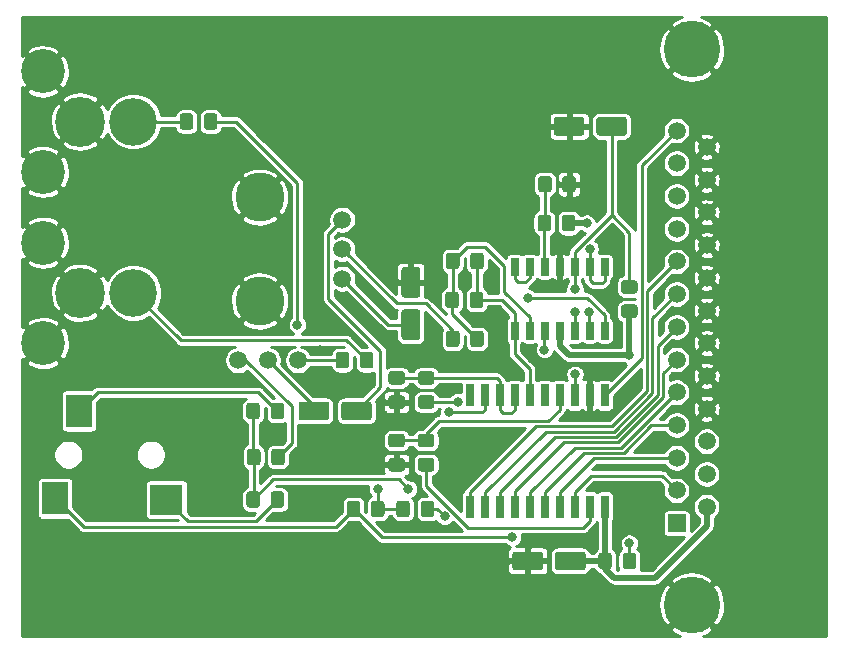
<source format=gbr>
%TF.GenerationSoftware,KiCad,Pcbnew,(5.1.6)-1*%
%TF.CreationDate,2022-10-11T10:20:53-04:00*%
%TF.ProjectId,AP420-renewed,41503432-302d-4726-956e-657765642e6b,rev?*%
%TF.SameCoordinates,Original*%
%TF.FileFunction,Copper,L1,Top*%
%TF.FilePolarity,Positive*%
%FSLAX46Y46*%
G04 Gerber Fmt 4.6, Leading zero omitted, Abs format (unit mm)*
G04 Created by KiCad (PCBNEW (5.1.6)-1) date 2022-10-11 10:20:53*
%MOMM*%
%LPD*%
G01*
G04 APERTURE LIST*
%TA.AperFunction,SMDPad,CuDef*%
%ADD10R,0.650000X1.950000*%
%TD*%
%TA.AperFunction,ComponentPad*%
%ADD11R,1.500000X1.500000*%
%TD*%
%TA.AperFunction,ComponentPad*%
%ADD12C,1.500000*%
%TD*%
%TA.AperFunction,ComponentPad*%
%ADD13C,4.800000*%
%TD*%
%TA.AperFunction,SMDPad,CuDef*%
%ADD14R,2.200000X2.800000*%
%TD*%
%TA.AperFunction,SMDPad,CuDef*%
%ADD15R,2.800000X2.600000*%
%TD*%
%TA.AperFunction,ComponentPad*%
%ADD16C,4.230000*%
%TD*%
%TA.AperFunction,ComponentPad*%
%ADD17C,4.035000*%
%TD*%
%TA.AperFunction,ComponentPad*%
%ADD18C,3.720000*%
%TD*%
%TA.AperFunction,SMDPad,CuDef*%
%ADD19R,0.650000X1.525000*%
%TD*%
%TA.AperFunction,ComponentPad*%
%ADD20C,4.149000*%
%TD*%
%TA.AperFunction,ViaPad*%
%ADD21C,0.800000*%
%TD*%
%TA.AperFunction,Conductor*%
%ADD22C,0.250000*%
%TD*%
%TA.AperFunction,Conductor*%
%ADD23C,0.500000*%
%TD*%
%TA.AperFunction,Conductor*%
%ADD24C,0.254000*%
%TD*%
G04 APERTURE END LIST*
%TO.P,C1,1*%
%TO.N,Net-(C1-Pad1)*%
%TA.AperFunction,SMDPad,CuDef*%
G36*
G01*
X189500000Y-89650000D02*
X189500000Y-90750000D01*
G75*
G02*
X189250000Y-91000000I-250000J0D01*
G01*
X187150000Y-91000000D01*
G75*
G02*
X186900000Y-90750000I0J250000D01*
G01*
X186900000Y-89650000D01*
G75*
G02*
X187150000Y-89400000I250000J0D01*
G01*
X189250000Y-89400000D01*
G75*
G02*
X189500000Y-89650000I0J-250000D01*
G01*
G37*
%TD.AperFunction*%
%TO.P,C1,2*%
%TO.N,Net-(C1-Pad2)*%
%TA.AperFunction,SMDPad,CuDef*%
G36*
G01*
X185900000Y-89650000D02*
X185900000Y-90750000D01*
G75*
G02*
X185650000Y-91000000I-250000J0D01*
G01*
X183550000Y-91000000D01*
G75*
G02*
X183300000Y-90750000I0J250000D01*
G01*
X183300000Y-89650000D01*
G75*
G02*
X183550000Y-89400000I250000J0D01*
G01*
X185650000Y-89400000D01*
G75*
G02*
X185900000Y-89650000I0J-250000D01*
G01*
G37*
%TD.AperFunction*%
%TD*%
%TO.P,C2,2*%
%TO.N,Net-(C2-Pad2)*%
%TA.AperFunction,SMDPad,CuDef*%
G36*
G01*
X196875000Y-80349999D02*
X196875000Y-81250001D01*
G75*
G02*
X196625001Y-81500000I-249999J0D01*
G01*
X195974999Y-81500000D01*
G75*
G02*
X195725000Y-81250001I0J249999D01*
G01*
X195725000Y-80349999D01*
G75*
G02*
X195974999Y-80100000I249999J0D01*
G01*
X196625001Y-80100000D01*
G75*
G02*
X196875000Y-80349999I0J-249999D01*
G01*
G37*
%TD.AperFunction*%
%TO.P,C2,1*%
%TO.N,VI+*%
%TA.AperFunction,SMDPad,CuDef*%
G36*
G01*
X198925000Y-80349999D02*
X198925000Y-81250001D01*
G75*
G02*
X198675001Y-81500000I-249999J0D01*
G01*
X198024999Y-81500000D01*
G75*
G02*
X197775000Y-81250001I0J249999D01*
G01*
X197775000Y-80349999D01*
G75*
G02*
X198024999Y-80100000I249999J0D01*
G01*
X198675001Y-80100000D01*
G75*
G02*
X198925000Y-80349999I0J-249999D01*
G01*
G37*
%TD.AperFunction*%
%TD*%
%TO.P,C3,2*%
%TO.N,GND*%
%TA.AperFunction,SMDPad,CuDef*%
G36*
G01*
X207500000Y-65550000D02*
X207500000Y-66650000D01*
G75*
G02*
X207250000Y-66900000I-250000J0D01*
G01*
X205150000Y-66900000D01*
G75*
G02*
X204900000Y-66650000I0J250000D01*
G01*
X204900000Y-65550000D01*
G75*
G02*
X205150000Y-65300000I250000J0D01*
G01*
X207250000Y-65300000D01*
G75*
G02*
X207500000Y-65550000I0J-250000D01*
G01*
G37*
%TD.AperFunction*%
%TO.P,C3,1*%
%TO.N,Net-(C3-Pad1)*%
%TA.AperFunction,SMDPad,CuDef*%
G36*
G01*
X211100000Y-65550000D02*
X211100000Y-66650000D01*
G75*
G02*
X210850000Y-66900000I-250000J0D01*
G01*
X208750000Y-66900000D01*
G75*
G02*
X208500000Y-66650000I0J250000D01*
G01*
X208500000Y-65550000D01*
G75*
G02*
X208750000Y-65300000I250000J0D01*
G01*
X210850000Y-65300000D01*
G75*
G02*
X211100000Y-65550000I0J-250000D01*
G01*
G37*
%TD.AperFunction*%
%TD*%
%TO.P,C4,2*%
%TO.N,GND*%
%TA.AperFunction,SMDPad,CuDef*%
G36*
G01*
X204000000Y-102350000D02*
X204000000Y-103450000D01*
G75*
G02*
X203750000Y-103700000I-250000J0D01*
G01*
X201650000Y-103700000D01*
G75*
G02*
X201400000Y-103450000I0J250000D01*
G01*
X201400000Y-102350000D01*
G75*
G02*
X201650000Y-102100000I250000J0D01*
G01*
X203750000Y-102100000D01*
G75*
G02*
X204000000Y-102350000I0J-250000D01*
G01*
G37*
%TD.AperFunction*%
%TO.P,C4,1*%
%TO.N,VCC*%
%TA.AperFunction,SMDPad,CuDef*%
G36*
G01*
X207600000Y-102350000D02*
X207600000Y-103450000D01*
G75*
G02*
X207350000Y-103700000I-250000J0D01*
G01*
X205250000Y-103700000D01*
G75*
G02*
X205000000Y-103450000I0J250000D01*
G01*
X205000000Y-102350000D01*
G75*
G02*
X205250000Y-102100000I250000J0D01*
G01*
X207350000Y-102100000D01*
G75*
G02*
X207600000Y-102350000I0J-250000D01*
G01*
G37*
%TD.AperFunction*%
%TD*%
%TO.P,C5,1*%
%TO.N,CLK*%
%TA.AperFunction,SMDPad,CuDef*%
G36*
G01*
X191149999Y-92125000D02*
X192050001Y-92125000D01*
G75*
G02*
X192300000Y-92374999I0J-249999D01*
G01*
X192300000Y-93025001D01*
G75*
G02*
X192050001Y-93275000I-249999J0D01*
G01*
X191149999Y-93275000D01*
G75*
G02*
X190900000Y-93025001I0J249999D01*
G01*
X190900000Y-92374999D01*
G75*
G02*
X191149999Y-92125000I249999J0D01*
G01*
G37*
%TD.AperFunction*%
%TO.P,C5,2*%
%TO.N,GND*%
%TA.AperFunction,SMDPad,CuDef*%
G36*
G01*
X191149999Y-94175000D02*
X192050001Y-94175000D01*
G75*
G02*
X192300000Y-94424999I0J-249999D01*
G01*
X192300000Y-95075001D01*
G75*
G02*
X192050001Y-95325000I-249999J0D01*
G01*
X191149999Y-95325000D01*
G75*
G02*
X190900000Y-95075001I0J249999D01*
G01*
X190900000Y-94424999D01*
G75*
G02*
X191149999Y-94175000I249999J0D01*
G01*
G37*
%TD.AperFunction*%
%TD*%
%TO.P,C6,1*%
%TO.N,VCENT*%
%TA.AperFunction,SMDPad,CuDef*%
G36*
G01*
X193350000Y-84200000D02*
X192250000Y-84200000D01*
G75*
G02*
X192000000Y-83950000I0J250000D01*
G01*
X192000000Y-81850000D01*
G75*
G02*
X192250000Y-81600000I250000J0D01*
G01*
X193350000Y-81600000D01*
G75*
G02*
X193600000Y-81850000I0J-250000D01*
G01*
X193600000Y-83950000D01*
G75*
G02*
X193350000Y-84200000I-250000J0D01*
G01*
G37*
%TD.AperFunction*%
%TO.P,C6,2*%
%TO.N,GND*%
%TA.AperFunction,SMDPad,CuDef*%
G36*
G01*
X193350000Y-80600000D02*
X192250000Y-80600000D01*
G75*
G02*
X192000000Y-80350000I0J250000D01*
G01*
X192000000Y-78250000D01*
G75*
G02*
X192250000Y-78000000I250000J0D01*
G01*
X193350000Y-78000000D01*
G75*
G02*
X193600000Y-78250000I0J-250000D01*
G01*
X193600000Y-80350000D01*
G75*
G02*
X193350000Y-80600000I-250000J0D01*
G01*
G37*
%TD.AperFunction*%
%TD*%
D10*
%TO.P,IC2,1*%
%TO.N,CS*%
X209215000Y-88875000D03*
%TO.P,IC2,2*%
%TO.N,GND*%
X207945000Y-88875000D03*
%TO.P,IC2,3*%
%TO.N,WR*%
X206675000Y-88875000D03*
%TO.P,IC2,4*%
%TO.N,CLK*%
X205405000Y-88875000D03*
%TO.P,IC2,5*%
%TO.N,Net-(IC2-Pad5)*%
X204135000Y-88875000D03*
%TO.P,IC2,6*%
%TO.N,VI+*%
X202865000Y-88875000D03*
%TO.P,IC2,7*%
%TO.N,VI-*%
X201595000Y-88875000D03*
%TO.P,IC2,8*%
X200325000Y-88875000D03*
%TO.P,IC2,9*%
%TO.N,VCENT*%
X199055000Y-88875000D03*
%TO.P,IC2,10*%
%TO.N,Net-(IC2-Pad10)*%
X197785000Y-88875000D03*
%TO.P,IC2,11*%
%TO.N,DB7*%
X197785000Y-98325000D03*
%TO.P,IC2,12*%
%TO.N,DB6*%
X199055000Y-98325000D03*
%TO.P,IC2,13*%
%TO.N,DB5*%
X200325000Y-98325000D03*
%TO.P,IC2,14*%
%TO.N,DB4*%
X201595000Y-98325000D03*
%TO.P,IC2,15*%
%TO.N,DB3*%
X202865000Y-98325000D03*
%TO.P,IC2,16*%
%TO.N,DB2*%
X204135000Y-98325000D03*
%TO.P,IC2,17*%
%TO.N,DB1*%
X205405000Y-98325000D03*
%TO.P,IC2,18*%
%TO.N,DB0*%
X206675000Y-98325000D03*
%TO.P,IC2,19*%
%TO.N,CLKR*%
X207945000Y-98325000D03*
%TO.P,IC2,20*%
%TO.N,VCC*%
X209215000Y-98325000D03*
%TD*%
D11*
%TO.P,J0,1*%
%TO.N,WR*%
X215300000Y-99700000D03*
D12*
%TO.P,J0,2*%
%TO.N,DB0*%
X215300000Y-96930000D03*
%TO.P,J0,3*%
%TO.N,DB1*%
X215300000Y-94160000D03*
%TO.P,J0,4*%
%TO.N,DB2*%
X215300000Y-91390000D03*
%TO.P,J0,5*%
%TO.N,DB3*%
X215300000Y-88620000D03*
%TO.P,J0,6*%
%TO.N,DB4*%
X215300000Y-85850000D03*
%TO.P,J0,7*%
%TO.N,DB5*%
X215300000Y-83080000D03*
%TO.P,J0,8*%
%TO.N,DB6*%
X215300000Y-80310000D03*
%TO.P,J0,9*%
%TO.N,DB7*%
X215300000Y-77540000D03*
%TO.P,J0,10*%
%TO.N,Net-(J0-Pad10)*%
X215300000Y-74770000D03*
%TO.P,J0,11*%
%TO.N,Net-(J0-Pad11)*%
X215300000Y-72000000D03*
%TO.P,J0,12*%
%TO.N,Net-(J0-Pad12)*%
X215300000Y-69230000D03*
%TO.P,J0,13*%
%TO.N,CS*%
X215300000Y-66460000D03*
%TO.P,J0,14*%
%TO.N,VCC*%
X217840000Y-98315000D03*
%TO.P,J0,15*%
%TO.N,Net-(J0-Pad15)*%
X217840000Y-95545000D03*
%TO.P,J0,16*%
%TO.N,Net-(J0-Pad16)*%
X217840000Y-92775000D03*
%TO.P,J0,17*%
%TO.N,GND*%
X217840000Y-90005000D03*
%TO.P,J0,18*%
X217840000Y-87235000D03*
%TO.P,J0,19*%
X217840000Y-84465000D03*
%TO.P,J0,20*%
X217840000Y-81695000D03*
%TO.P,J0,21*%
X217840000Y-78925000D03*
%TO.P,J0,22*%
X217840000Y-76155000D03*
%TO.P,J0,23*%
X217840000Y-73385000D03*
%TO.P,J0,24*%
X217840000Y-70615000D03*
%TO.P,J0,25*%
X217840000Y-67845000D03*
D13*
%TO.P,J0,MH1*%
X216570000Y-106600000D03*
%TO.P,J0,MH2*%
X216570000Y-59560000D03*
%TD*%
D14*
%TO.P,J1,1*%
%TO.N,Net-(J1-Pad1)*%
X162700000Y-97600000D03*
D15*
%TO.P,J1,2*%
%TO.N,Net-(J1-Pad2)*%
X172100000Y-97700000D03*
D14*
%TO.P,J1,3*%
%TO.N,Net-(J1-Pad3)*%
X164700000Y-90200000D03*
%TD*%
D16*
%TO.P,J2,1*%
%TO.N,GND*%
X164800000Y-65700000D03*
D17*
%TO.P,J2,2*%
%TO.N,Net-(J2-Pad2)*%
X169300000Y-65700000D03*
D18*
%TO.P,J2,MH1*%
%TO.N,GND*%
X161650000Y-69950000D03*
%TO.P,J2,MH2*%
X161650000Y-61450000D03*
%TD*%
D16*
%TO.P,J3,1*%
%TO.N,GND*%
X164800000Y-80200000D03*
D17*
%TO.P,J3,2*%
%TO.N,Net-(J3-Pad2)*%
X169300000Y-80200000D03*
D18*
%TO.P,J3,MH1*%
%TO.N,GND*%
X161650000Y-84450000D03*
%TO.P,J3,MH2*%
X161650000Y-75950000D03*
%TD*%
%TO.P,R0,1*%
%TO.N,Net-(R0-Pad1)*%
%TA.AperFunction,SMDPad,CuDef*%
G36*
G01*
X178875000Y-90650001D02*
X178875000Y-89749999D01*
G75*
G02*
X179124999Y-89500000I249999J0D01*
G01*
X179775001Y-89500000D01*
G75*
G02*
X180025000Y-89749999I0J-249999D01*
G01*
X180025000Y-90650001D01*
G75*
G02*
X179775001Y-90900000I-249999J0D01*
G01*
X179124999Y-90900000D01*
G75*
G02*
X178875000Y-90650001I0J249999D01*
G01*
G37*
%TD.AperFunction*%
%TO.P,R0,2*%
%TO.N,Net-(J1-Pad3)*%
%TA.AperFunction,SMDPad,CuDef*%
G36*
G01*
X180925000Y-90650001D02*
X180925000Y-89749999D01*
G75*
G02*
X181174999Y-89500000I249999J0D01*
G01*
X181825001Y-89500000D01*
G75*
G02*
X182075000Y-89749999I0J-249999D01*
G01*
X182075000Y-90650001D01*
G75*
G02*
X181825001Y-90900000I-249999J0D01*
G01*
X181174999Y-90900000D01*
G75*
G02*
X180925000Y-90650001I0J249999D01*
G01*
G37*
%TD.AperFunction*%
%TD*%
%TO.P,R1,2*%
%TO.N,Net-(J1-Pad2)*%
%TA.AperFunction,SMDPad,CuDef*%
G36*
G01*
X180925000Y-98150001D02*
X180925000Y-97249999D01*
G75*
G02*
X181174999Y-97000000I249999J0D01*
G01*
X181825001Y-97000000D01*
G75*
G02*
X182075000Y-97249999I0J-249999D01*
G01*
X182075000Y-98150001D01*
G75*
G02*
X181825001Y-98400000I-249999J0D01*
G01*
X181174999Y-98400000D01*
G75*
G02*
X180925000Y-98150001I0J249999D01*
G01*
G37*
%TD.AperFunction*%
%TO.P,R1,1*%
%TO.N,Net-(R0-Pad1)*%
%TA.AperFunction,SMDPad,CuDef*%
G36*
G01*
X178875000Y-98150001D02*
X178875000Y-97249999D01*
G75*
G02*
X179124999Y-97000000I249999J0D01*
G01*
X179775001Y-97000000D01*
G75*
G02*
X180025000Y-97249999I0J-249999D01*
G01*
X180025000Y-98150001D01*
G75*
G02*
X179775001Y-98400000I-249999J0D01*
G01*
X179124999Y-98400000D01*
G75*
G02*
X178875000Y-98150001I0J249999D01*
G01*
G37*
%TD.AperFunction*%
%TD*%
%TO.P,R2,1*%
%TO.N,VCC*%
%TA.AperFunction,SMDPad,CuDef*%
G36*
G01*
X208675000Y-103350001D02*
X208675000Y-102449999D01*
G75*
G02*
X208924999Y-102200000I249999J0D01*
G01*
X209575001Y-102200000D01*
G75*
G02*
X209825000Y-102449999I0J-249999D01*
G01*
X209825000Y-103350001D01*
G75*
G02*
X209575001Y-103600000I-249999J0D01*
G01*
X208924999Y-103600000D01*
G75*
G02*
X208675000Y-103350001I0J249999D01*
G01*
G37*
%TD.AperFunction*%
%TO.P,R2,2*%
%TO.N,WR*%
%TA.AperFunction,SMDPad,CuDef*%
G36*
G01*
X210725000Y-103350001D02*
X210725000Y-102449999D01*
G75*
G02*
X210974999Y-102200000I249999J0D01*
G01*
X211625001Y-102200000D01*
G75*
G02*
X211875000Y-102449999I0J-249999D01*
G01*
X211875000Y-103350001D01*
G75*
G02*
X211625001Y-103600000I-249999J0D01*
G01*
X210974999Y-103600000D01*
G75*
G02*
X210725000Y-103350001I0J249999D01*
G01*
G37*
%TD.AperFunction*%
%TD*%
%TO.P,R3,2*%
%TO.N,Net-(J1-Pad1)*%
%TA.AperFunction,SMDPad,CuDef*%
G36*
G01*
X188525000Y-98049999D02*
X188525000Y-98950001D01*
G75*
G02*
X188275001Y-99200000I-249999J0D01*
G01*
X187624999Y-99200000D01*
G75*
G02*
X187375000Y-98950001I0J249999D01*
G01*
X187375000Y-98049999D01*
G75*
G02*
X187624999Y-97800000I249999J0D01*
G01*
X188275001Y-97800000D01*
G75*
G02*
X188525000Y-98049999I0J-249999D01*
G01*
G37*
%TD.AperFunction*%
%TO.P,R3,1*%
%TO.N,VCENT*%
%TA.AperFunction,SMDPad,CuDef*%
G36*
G01*
X190575000Y-98049999D02*
X190575000Y-98950001D01*
G75*
G02*
X190325001Y-99200000I-249999J0D01*
G01*
X189674999Y-99200000D01*
G75*
G02*
X189425000Y-98950001I0J249999D01*
G01*
X189425000Y-98049999D01*
G75*
G02*
X189674999Y-97800000I249999J0D01*
G01*
X190325001Y-97800000D01*
G75*
G02*
X190575000Y-98049999I0J-249999D01*
G01*
G37*
%TD.AperFunction*%
%TD*%
%TO.P,R4,1*%
%TO.N,MIC-IN*%
%TA.AperFunction,SMDPad,CuDef*%
G36*
G01*
X182125000Y-93649999D02*
X182125000Y-94550001D01*
G75*
G02*
X181875001Y-94800000I-249999J0D01*
G01*
X181224999Y-94800000D01*
G75*
G02*
X180975000Y-94550001I0J249999D01*
G01*
X180975000Y-93649999D01*
G75*
G02*
X181224999Y-93400000I249999J0D01*
G01*
X181875001Y-93400000D01*
G75*
G02*
X182125000Y-93649999I0J-249999D01*
G01*
G37*
%TD.AperFunction*%
%TO.P,R4,2*%
%TO.N,Net-(R0-Pad1)*%
%TA.AperFunction,SMDPad,CuDef*%
G36*
G01*
X180075000Y-93649999D02*
X180075000Y-94550001D01*
G75*
G02*
X179825001Y-94800000I-249999J0D01*
G01*
X179174999Y-94800000D01*
G75*
G02*
X178925000Y-94550001I0J249999D01*
G01*
X178925000Y-93649999D01*
G75*
G02*
X179174999Y-93400000I249999J0D01*
G01*
X179825001Y-93400000D01*
G75*
G02*
X180075000Y-93649999I0J-249999D01*
G01*
G37*
%TD.AperFunction*%
%TD*%
%TO.P,R5,2*%
%TO.N,Net-(C2-Pad2)*%
%TA.AperFunction,SMDPad,CuDef*%
G36*
G01*
X197825000Y-84550001D02*
X197825000Y-83649999D01*
G75*
G02*
X198074999Y-83400000I249999J0D01*
G01*
X198725001Y-83400000D01*
G75*
G02*
X198975000Y-83649999I0J-249999D01*
G01*
X198975000Y-84550001D01*
G75*
G02*
X198725001Y-84800000I-249999J0D01*
G01*
X198074999Y-84800000D01*
G75*
G02*
X197825000Y-84550001I0J249999D01*
G01*
G37*
%TD.AperFunction*%
%TO.P,R5,1*%
%TO.N,Net-(R5-Pad1)*%
%TA.AperFunction,SMDPad,CuDef*%
G36*
G01*
X195775000Y-84550001D02*
X195775000Y-83649999D01*
G75*
G02*
X196024999Y-83400000I249999J0D01*
G01*
X196675001Y-83400000D01*
G75*
G02*
X196925000Y-83649999I0J-249999D01*
G01*
X196925000Y-84550001D01*
G75*
G02*
X196675001Y-84800000I-249999J0D01*
G01*
X196024999Y-84800000D01*
G75*
G02*
X195775000Y-84550001I0J249999D01*
G01*
G37*
%TD.AperFunction*%
%TD*%
%TO.P,R6,1*%
%TO.N,VI+*%
%TA.AperFunction,SMDPad,CuDef*%
G36*
G01*
X198975000Y-77049999D02*
X198975000Y-77950001D01*
G75*
G02*
X198725001Y-78200000I-249999J0D01*
G01*
X198074999Y-78200000D01*
G75*
G02*
X197825000Y-77950001I0J249999D01*
G01*
X197825000Y-77049999D01*
G75*
G02*
X198074999Y-76800000I249999J0D01*
G01*
X198725001Y-76800000D01*
G75*
G02*
X198975000Y-77049999I0J-249999D01*
G01*
G37*
%TD.AperFunction*%
%TO.P,R6,2*%
%TO.N,Net-(C2-Pad2)*%
%TA.AperFunction,SMDPad,CuDef*%
G36*
G01*
X196925000Y-77049999D02*
X196925000Y-77950001D01*
G75*
G02*
X196675001Y-78200000I-249999J0D01*
G01*
X196024999Y-78200000D01*
G75*
G02*
X195775000Y-77950001I0J249999D01*
G01*
X195775000Y-77049999D01*
G75*
G02*
X196024999Y-76800000I249999J0D01*
G01*
X196675001Y-76800000D01*
G75*
G02*
X196925000Y-77049999I0J-249999D01*
G01*
G37*
%TD.AperFunction*%
%TD*%
%TO.P,R7,2*%
%TO.N,VCENT*%
%TA.AperFunction,SMDPad,CuDef*%
G36*
G01*
X192725000Y-98049999D02*
X192725000Y-98950001D01*
G75*
G02*
X192475001Y-99200000I-249999J0D01*
G01*
X191824999Y-99200000D01*
G75*
G02*
X191575000Y-98950001I0J249999D01*
G01*
X191575000Y-98049999D01*
G75*
G02*
X191824999Y-97800000I249999J0D01*
G01*
X192475001Y-97800000D01*
G75*
G02*
X192725000Y-98049999I0J-249999D01*
G01*
G37*
%TD.AperFunction*%
%TO.P,R7,1*%
%TO.N,Net-(R7-Pad1)*%
%TA.AperFunction,SMDPad,CuDef*%
G36*
G01*
X194775000Y-98049999D02*
X194775000Y-98950001D01*
G75*
G02*
X194525001Y-99200000I-249999J0D01*
G01*
X193874999Y-99200000D01*
G75*
G02*
X193625000Y-98950001I0J249999D01*
G01*
X193625000Y-98049999D01*
G75*
G02*
X193874999Y-97800000I249999J0D01*
G01*
X194525001Y-97800000D01*
G75*
G02*
X194775000Y-98049999I0J-249999D01*
G01*
G37*
%TD.AperFunction*%
%TD*%
%TO.P,R8,1*%
%TO.N,VCC*%
%TA.AperFunction,SMDPad,CuDef*%
G36*
G01*
X211750001Y-82325000D02*
X210849999Y-82325000D01*
G75*
G02*
X210600000Y-82075001I0J249999D01*
G01*
X210600000Y-81424999D01*
G75*
G02*
X210849999Y-81175000I249999J0D01*
G01*
X211750001Y-81175000D01*
G75*
G02*
X212000000Y-81424999I0J-249999D01*
G01*
X212000000Y-82075001D01*
G75*
G02*
X211750001Y-82325000I-249999J0D01*
G01*
G37*
%TD.AperFunction*%
%TO.P,R8,2*%
%TO.N,Net-(C3-Pad1)*%
%TA.AperFunction,SMDPad,CuDef*%
G36*
G01*
X211750001Y-80275000D02*
X210849999Y-80275000D01*
G75*
G02*
X210600000Y-80025001I0J249999D01*
G01*
X210600000Y-79374999D01*
G75*
G02*
X210849999Y-79125000I249999J0D01*
G01*
X211750001Y-79125000D01*
G75*
G02*
X212000000Y-79374999I0J-249999D01*
G01*
X212000000Y-80025001D01*
G75*
G02*
X211750001Y-80275000I-249999J0D01*
G01*
G37*
%TD.AperFunction*%
%TD*%
%TO.P,R9,2*%
%TO.N,VI-*%
%TA.AperFunction,SMDPad,CuDef*%
G36*
G01*
X194550001Y-87975000D02*
X193649999Y-87975000D01*
G75*
G02*
X193400000Y-87725001I0J249999D01*
G01*
X193400000Y-87074999D01*
G75*
G02*
X193649999Y-86825000I249999J0D01*
G01*
X194550001Y-86825000D01*
G75*
G02*
X194800000Y-87074999I0J-249999D01*
G01*
X194800000Y-87725001D01*
G75*
G02*
X194550001Y-87975000I-249999J0D01*
G01*
G37*
%TD.AperFunction*%
%TO.P,R9,1*%
%TO.N,Net-(C3-Pad1)*%
%TA.AperFunction,SMDPad,CuDef*%
G36*
G01*
X194550001Y-90025000D02*
X193649999Y-90025000D01*
G75*
G02*
X193400000Y-89775001I0J249999D01*
G01*
X193400000Y-89124999D01*
G75*
G02*
X193649999Y-88875000I249999J0D01*
G01*
X194550001Y-88875000D01*
G75*
G02*
X194800000Y-89124999I0J-249999D01*
G01*
X194800000Y-89775001D01*
G75*
G02*
X194550001Y-90025000I-249999J0D01*
G01*
G37*
%TD.AperFunction*%
%TD*%
%TO.P,R10,1*%
%TO.N,VI-*%
%TA.AperFunction,SMDPad,CuDef*%
G36*
G01*
X191149999Y-86825000D02*
X192050001Y-86825000D01*
G75*
G02*
X192300000Y-87074999I0J-249999D01*
G01*
X192300000Y-87725001D01*
G75*
G02*
X192050001Y-87975000I-249999J0D01*
G01*
X191149999Y-87975000D01*
G75*
G02*
X190900000Y-87725001I0J249999D01*
G01*
X190900000Y-87074999D01*
G75*
G02*
X191149999Y-86825000I249999J0D01*
G01*
G37*
%TD.AperFunction*%
%TO.P,R10,2*%
%TO.N,GND*%
%TA.AperFunction,SMDPad,CuDef*%
G36*
G01*
X191149999Y-88875000D02*
X192050001Y-88875000D01*
G75*
G02*
X192300000Y-89124999I0J-249999D01*
G01*
X192300000Y-89775001D01*
G75*
G02*
X192050001Y-90025000I-249999J0D01*
G01*
X191149999Y-90025000D01*
G75*
G02*
X190900000Y-89775001I0J249999D01*
G01*
X190900000Y-89124999D01*
G75*
G02*
X191149999Y-88875000I249999J0D01*
G01*
G37*
%TD.AperFunction*%
%TD*%
%TO.P,R11,2*%
%TO.N,CLK*%
%TA.AperFunction,SMDPad,CuDef*%
G36*
G01*
X194550001Y-93275000D02*
X193649999Y-93275000D01*
G75*
G02*
X193400000Y-93025001I0J249999D01*
G01*
X193400000Y-92374999D01*
G75*
G02*
X193649999Y-92125000I249999J0D01*
G01*
X194550001Y-92125000D01*
G75*
G02*
X194800000Y-92374999I0J-249999D01*
G01*
X194800000Y-93025001D01*
G75*
G02*
X194550001Y-93275000I-249999J0D01*
G01*
G37*
%TD.AperFunction*%
%TO.P,R11,1*%
%TO.N,CLKR*%
%TA.AperFunction,SMDPad,CuDef*%
G36*
G01*
X194550001Y-95325000D02*
X193649999Y-95325000D01*
G75*
G02*
X193400000Y-95075001I0J249999D01*
G01*
X193400000Y-94424999D01*
G75*
G02*
X193649999Y-94175000I249999J0D01*
G01*
X194550001Y-94175000D01*
G75*
G02*
X194800000Y-94424999I0J-249999D01*
G01*
X194800000Y-95075001D01*
G75*
G02*
X194550001Y-95325000I-249999J0D01*
G01*
G37*
%TD.AperFunction*%
%TD*%
%TO.P,R12,2*%
%TO.N,Net-(J3-Pad2)*%
%TA.AperFunction,SMDPad,CuDef*%
G36*
G01*
X188475000Y-86350001D02*
X188475000Y-85449999D01*
G75*
G02*
X188724999Y-85200000I249999J0D01*
G01*
X189375001Y-85200000D01*
G75*
G02*
X189625000Y-85449999I0J-249999D01*
G01*
X189625000Y-86350001D01*
G75*
G02*
X189375001Y-86600000I-249999J0D01*
G01*
X188724999Y-86600000D01*
G75*
G02*
X188475000Y-86350001I0J249999D01*
G01*
G37*
%TD.AperFunction*%
%TO.P,R12,1*%
%TO.N,RCA-IN*%
%TA.AperFunction,SMDPad,CuDef*%
G36*
G01*
X186425000Y-86350001D02*
X186425000Y-85449999D01*
G75*
G02*
X186674999Y-85200000I249999J0D01*
G01*
X187325001Y-85200000D01*
G75*
G02*
X187575000Y-85449999I0J-249999D01*
G01*
X187575000Y-86350001D01*
G75*
G02*
X187325001Y-86600000I-249999J0D01*
G01*
X186674999Y-86600000D01*
G75*
G02*
X186425000Y-86350001I0J249999D01*
G01*
G37*
%TD.AperFunction*%
%TD*%
%TO.P,R13,1*%
%TO.N,RCA-IN*%
%TA.AperFunction,SMDPad,CuDef*%
G36*
G01*
X176425000Y-65249999D02*
X176425000Y-66150001D01*
G75*
G02*
X176175001Y-66400000I-249999J0D01*
G01*
X175524999Y-66400000D01*
G75*
G02*
X175275000Y-66150001I0J249999D01*
G01*
X175275000Y-65249999D01*
G75*
G02*
X175524999Y-65000000I249999J0D01*
G01*
X176175001Y-65000000D01*
G75*
G02*
X176425000Y-65249999I0J-249999D01*
G01*
G37*
%TD.AperFunction*%
%TO.P,R13,2*%
%TO.N,Net-(J2-Pad2)*%
%TA.AperFunction,SMDPad,CuDef*%
G36*
G01*
X174375000Y-65249999D02*
X174375000Y-66150001D01*
G75*
G02*
X174125001Y-66400000I-249999J0D01*
G01*
X173474999Y-66400000D01*
G75*
G02*
X173225000Y-66150001I0J249999D01*
G01*
X173225000Y-65249999D01*
G75*
G02*
X173474999Y-65000000I249999J0D01*
G01*
X174125001Y-65000000D01*
G75*
G02*
X174375000Y-65249999I0J-249999D01*
G01*
G37*
%TD.AperFunction*%
%TD*%
%TO.P,R14,2*%
%TO.N,Net-(R14-Pad2)*%
%TA.AperFunction,SMDPad,CuDef*%
G36*
G01*
X204675000Y-73849999D02*
X204675000Y-74750001D01*
G75*
G02*
X204425001Y-75000000I-249999J0D01*
G01*
X203774999Y-75000000D01*
G75*
G02*
X203525000Y-74750001I0J249999D01*
G01*
X203525000Y-73849999D01*
G75*
G02*
X203774999Y-73600000I249999J0D01*
G01*
X204425001Y-73600000D01*
G75*
G02*
X204675000Y-73849999I0J-249999D01*
G01*
G37*
%TD.AperFunction*%
%TO.P,R14,1*%
%TO.N,VCC*%
%TA.AperFunction,SMDPad,CuDef*%
G36*
G01*
X206725000Y-73849999D02*
X206725000Y-74750001D01*
G75*
G02*
X206475001Y-75000000I-249999J0D01*
G01*
X205824999Y-75000000D01*
G75*
G02*
X205575000Y-74750001I0J249999D01*
G01*
X205575000Y-73849999D01*
G75*
G02*
X205824999Y-73600000I249999J0D01*
G01*
X206475001Y-73600000D01*
G75*
G02*
X206725000Y-73849999I0J-249999D01*
G01*
G37*
%TD.AperFunction*%
%TD*%
%TO.P,R15,1*%
%TO.N,Net-(R14-Pad2)*%
%TA.AperFunction,SMDPad,CuDef*%
G36*
G01*
X203575000Y-71450001D02*
X203575000Y-70549999D01*
G75*
G02*
X203824999Y-70300000I249999J0D01*
G01*
X204475001Y-70300000D01*
G75*
G02*
X204725000Y-70549999I0J-249999D01*
G01*
X204725000Y-71450001D01*
G75*
G02*
X204475001Y-71700000I-249999J0D01*
G01*
X203824999Y-71700000D01*
G75*
G02*
X203575000Y-71450001I0J249999D01*
G01*
G37*
%TD.AperFunction*%
%TO.P,R15,2*%
%TO.N,GND*%
%TA.AperFunction,SMDPad,CuDef*%
G36*
G01*
X205625000Y-71450001D02*
X205625000Y-70549999D01*
G75*
G02*
X205874999Y-70300000I249999J0D01*
G01*
X206525001Y-70300000D01*
G75*
G02*
X206775000Y-70549999I0J-249999D01*
G01*
X206775000Y-71450001D01*
G75*
G02*
X206525001Y-71700000I-249999J0D01*
G01*
X205874999Y-71700000D01*
G75*
G02*
X205625000Y-71450001I0J249999D01*
G01*
G37*
%TD.AperFunction*%
%TD*%
D12*
%TO.P,S1,1*%
%TO.N,Net-(C1-Pad2)*%
X180700000Y-85900000D03*
%TO.P,S1,2*%
%TO.N,RCA-IN*%
X183240000Y-85900000D03*
%TO.P,S1,3*%
%TO.N,MIC-IN*%
X178160000Y-85900000D03*
%TD*%
D19*
%TO.P,U1,1*%
%TO.N,VI+*%
X201590000Y-83412000D03*
%TO.P,U1,2*%
%TO.N,Net-(C2-Pad2)*%
X202860000Y-83412000D03*
%TO.P,U1,3*%
%TO.N,Net-(R7-Pad1)*%
X204130000Y-83412000D03*
%TO.P,U1,4*%
%TO.N,VCC*%
X205400000Y-83412000D03*
%TO.P,U1,5*%
%TO.N,Net-(J1-Pad1)*%
X206670000Y-83412000D03*
%TO.P,U1,6*%
%TO.N,Net-(R0-Pad1)*%
X207940000Y-83412000D03*
%TO.P,U1,7*%
%TO.N,MIC-IN*%
X209210000Y-83412000D03*
%TO.P,U1,8*%
%TO.N,VCENT*%
X209210000Y-77988000D03*
%TO.P,U1,9*%
X207940000Y-77988000D03*
%TO.P,U1,10*%
%TO.N,Net-(C3-Pad1)*%
X206670000Y-77988000D03*
%TO.P,U1,11*%
%TO.N,GND*%
X205400000Y-77988000D03*
%TO.P,U1,12*%
%TO.N,Net-(R14-Pad2)*%
X204130000Y-77988000D03*
%TO.P,U1,13*%
%TO.N,Net-(U1-Pad13)*%
X202860000Y-77988000D03*
%TO.P,U1,14*%
X201590000Y-77988000D03*
%TD*%
D12*
%TO.P,VR1,1*%
%TO.N,VCENT*%
X187000000Y-79000000D03*
%TO.P,VR1,2*%
%TO.N,Net-(R5-Pad1)*%
X187000000Y-76500000D03*
%TO.P,VR1,3*%
%TO.N,Net-(C1-Pad1)*%
X187000000Y-74000000D03*
D20*
%TO.P,VR1,MH1*%
%TO.N,GND*%
X180000000Y-80900000D03*
%TO.P,VR1,MH2*%
X180000000Y-72100000D03*
%TD*%
D21*
%TO.N,GND*%
X186400000Y-88000000D03*
X184900000Y-97800000D03*
X201900000Y-86900000D03*
X209800000Y-86700000D03*
X194200000Y-85400000D03*
X203100000Y-85800000D03*
X209100000Y-80400000D03*
X199800000Y-79500000D03*
X188900000Y-79600000D03*
X185100000Y-85000000D03*
%TO.N,Net-(C3-Pad1)*%
X196800000Y-89400000D03*
X206700000Y-79875000D03*
%TO.N,VCC*%
X211300000Y-85499996D03*
X207700000Y-74300000D03*
%TO.N,VCENT*%
X196000000Y-90324990D03*
X207962653Y-76462653D03*
X190000000Y-96800000D03*
%TO.N,WR*%
X211300000Y-101400000D03*
X206700000Y-87100000D03*
%TO.N,Net-(J1-Pad1)*%
X201400000Y-100900000D03*
X206700000Y-81800000D03*
%TO.N,Net-(R0-Pad1)*%
X192600000Y-96800000D03*
X207887347Y-81812653D03*
%TO.N,MIC-IN*%
X202700000Y-80600000D03*
%TO.N,Net-(R7-Pad1)*%
X195674846Y-99125154D03*
X204100000Y-85000000D03*
%TO.N,RCA-IN*%
X183200000Y-82900000D03*
%TD*%
D22*
%TO.N,Net-(C1-Pad1)*%
X190200000Y-88200000D02*
X188200000Y-90200000D01*
X190200000Y-85100000D02*
X190200000Y-88200000D01*
X185800000Y-80700000D02*
X190200000Y-85100000D01*
X187000000Y-74000000D02*
X185800000Y-75200000D01*
X185800000Y-75200000D02*
X185800000Y-80700000D01*
%TO.N,Net-(C1-Pad2)*%
X184600000Y-89800000D02*
X184600000Y-90200000D01*
X180700000Y-85900000D02*
X184600000Y-89800000D01*
%TO.N,Net-(C2-Pad2)*%
X196350000Y-80750000D02*
X196300000Y-80800000D01*
X196350000Y-77500000D02*
X196350000Y-80750000D01*
X196300000Y-82000000D02*
X198400000Y-84100000D01*
X196300000Y-80800000D02*
X196300000Y-82000000D01*
X197550000Y-76300000D02*
X196350000Y-77500000D01*
X202860000Y-82260000D02*
X200700000Y-80100000D01*
X202860000Y-83412000D02*
X202860000Y-82260000D01*
X200700000Y-80100000D02*
X200700000Y-77900000D01*
X200700000Y-77900000D02*
X199100000Y-76300000D01*
X199100000Y-76300000D02*
X197550000Y-76300000D01*
%TO.N,VI+*%
X198400000Y-80750000D02*
X198350000Y-80800000D01*
X198400000Y-77500000D02*
X198400000Y-80750000D01*
X198350000Y-80800000D02*
X200500000Y-80800000D01*
X201590000Y-81890000D02*
X201590000Y-83412000D01*
X200500000Y-80800000D02*
X201590000Y-81890000D01*
X202865000Y-86665000D02*
X202865000Y-88875000D01*
X201590000Y-83412000D02*
X201590000Y-85390000D01*
X201590000Y-85390000D02*
X202865000Y-86665000D01*
%TO.N,Net-(C3-Pad1)*%
X209800000Y-66100000D02*
X209800000Y-73600000D01*
X206670000Y-76730000D02*
X206670000Y-77988000D01*
X209800000Y-73600000D02*
X206670000Y-76730000D01*
X211300000Y-75100000D02*
X209800000Y-73600000D01*
X211300000Y-79700000D02*
X211300000Y-75100000D01*
X194100000Y-89450000D02*
X196750000Y-89450000D01*
X196750000Y-89450000D02*
X196800000Y-89400000D01*
X206700000Y-78018000D02*
X206670000Y-77988000D01*
X206700000Y-79875000D02*
X206700000Y-78018000D01*
D23*
%TO.N,VCC*%
X209215000Y-102865000D02*
X209250000Y-102900000D01*
X209215000Y-98325000D02*
X209215000Y-102865000D01*
X209250000Y-102900000D02*
X206300000Y-102900000D01*
X211300000Y-81750000D02*
X211300000Y-85499996D01*
X206225496Y-85499996D02*
X205400000Y-84674500D01*
X205400000Y-84674500D02*
X205400000Y-83412000D01*
X211300000Y-85499996D02*
X206225496Y-85499996D01*
X210000000Y-104300000D02*
X209250000Y-103550000D01*
X209250000Y-103550000D02*
X209250000Y-102900000D01*
X217840000Y-98315000D02*
X217840000Y-99960000D01*
X213500000Y-104300000D02*
X210000000Y-104300000D01*
X217840000Y-99960000D02*
X213500000Y-104300000D01*
X207700000Y-74300000D02*
X206150000Y-74300000D01*
D22*
%TO.N,CLK*%
X194100000Y-92125000D02*
X195175010Y-91049990D01*
X194100000Y-92700000D02*
X194100000Y-92125000D01*
X204455010Y-91049990D02*
X205405000Y-90100000D01*
X205405000Y-90100000D02*
X205405000Y-88875000D01*
X195175010Y-91049990D02*
X204455010Y-91049990D01*
X191600000Y-92700000D02*
X194100000Y-92700000D01*
%TO.N,VCENT*%
X190000000Y-98500000D02*
X192150000Y-98500000D01*
X187000000Y-79000000D02*
X190900000Y-82900000D01*
X190900000Y-82900000D02*
X192800000Y-82900000D01*
X208200000Y-79400000D02*
X207940000Y-79140000D01*
X209000000Y-79400000D02*
X208200000Y-79400000D01*
X207940000Y-79140000D02*
X207940000Y-77988000D01*
X209210000Y-77988000D02*
X209210000Y-79190000D01*
X209210000Y-79190000D02*
X209000000Y-79400000D01*
X198830010Y-90324990D02*
X196000000Y-90324990D01*
X199055000Y-88875000D02*
X199055000Y-90100000D01*
X199055000Y-90100000D02*
X198830010Y-90324990D01*
X207962653Y-77965347D02*
X207940000Y-77988000D01*
X207962653Y-76462653D02*
X207962653Y-77965347D01*
X190000000Y-96800000D02*
X190000000Y-98500000D01*
%TO.N,CS*%
X212349990Y-69410010D02*
X215300000Y-66460000D01*
X212349990Y-85740010D02*
X212349990Y-69410010D01*
X209215000Y-88875000D02*
X212349990Y-85740010D01*
%TO.N,WR*%
X211300000Y-101400000D02*
X211300000Y-102900000D01*
X206700000Y-88850000D02*
X206675000Y-88875000D01*
X206700000Y-87100000D02*
X206700000Y-88850000D01*
%TO.N,VI-*%
X200075000Y-87400000D02*
X194100000Y-87400000D01*
X200325000Y-87650000D02*
X200075000Y-87400000D01*
X200325000Y-88875000D02*
X200325000Y-87650000D01*
X194100000Y-87400000D02*
X191600000Y-87400000D01*
X200325000Y-90125000D02*
X200325000Y-88875000D01*
X200600000Y-90400000D02*
X200325000Y-90125000D01*
X201300000Y-90400000D02*
X200600000Y-90400000D01*
X201595000Y-88875000D02*
X201595000Y-90105000D01*
X201595000Y-90105000D02*
X201300000Y-90400000D01*
%TO.N,DB7*%
X212800000Y-80040000D02*
X215300000Y-77540000D01*
X197785000Y-98325000D02*
X197785000Y-97100000D01*
X212800000Y-88500000D02*
X212800000Y-80040000D01*
X197785000Y-97100000D02*
X203385000Y-91500000D01*
X203385000Y-91500000D02*
X209800000Y-91500000D01*
X209800000Y-91500000D02*
X212800000Y-88500000D01*
%TO.N,DB6*%
X213250011Y-82359989D02*
X215300000Y-80310000D01*
X213250011Y-88686400D02*
X213250011Y-82359989D01*
X204204989Y-91950011D02*
X209986400Y-91950011D01*
X199055000Y-97100000D02*
X204204989Y-91950011D01*
X199055000Y-98325000D02*
X199055000Y-97100000D01*
X209986400Y-91950011D02*
X213250011Y-88686400D01*
%TO.N,DB5*%
X204999978Y-92400022D02*
X210172800Y-92400022D01*
X213700022Y-84679978D02*
X215300000Y-83080000D01*
X200325000Y-98325000D02*
X200325000Y-97075000D01*
X210172800Y-92400022D02*
X213700022Y-88872800D01*
X213700022Y-88872800D02*
X213700022Y-84679978D01*
X200325000Y-97075000D02*
X204999978Y-92400022D01*
%TO.N,DB4*%
X210359200Y-92850033D02*
X214150033Y-89059200D01*
X214150033Y-89059200D02*
X214150033Y-86999967D01*
X205749967Y-92850033D02*
X210359200Y-92850033D01*
X201595000Y-98325000D02*
X201595000Y-97005000D01*
X201595000Y-97005000D02*
X205749967Y-92850033D01*
X214150033Y-86999967D02*
X215300000Y-85850000D01*
%TO.N,DB3*%
X210619956Y-93300044D02*
X214550001Y-89369999D01*
X202865000Y-98325000D02*
X202865000Y-97100000D01*
X214550001Y-89369999D02*
X215300000Y-88620000D01*
X206664956Y-93300044D02*
X210619956Y-93300044D01*
X202865000Y-97100000D02*
X206664956Y-93300044D01*
%TO.N,DB2*%
X213166411Y-91390000D02*
X214239340Y-91390000D01*
X204135000Y-97100000D02*
X207484945Y-93750055D01*
X214239340Y-91390000D02*
X215300000Y-91390000D01*
X210806356Y-93750055D02*
X213166411Y-91390000D01*
X207484945Y-93750055D02*
X210806356Y-93750055D01*
X204135000Y-98325000D02*
X204135000Y-97100000D01*
%TO.N,DB1*%
X208304934Y-94200066D02*
X215259934Y-94200066D01*
X215259934Y-94200066D02*
X215300000Y-94160000D01*
X205405000Y-98325000D02*
X205405000Y-97100000D01*
X205405000Y-97100000D02*
X208304934Y-94200066D01*
%TO.N,DB0*%
X206675000Y-97100000D02*
X208075000Y-95700000D01*
X206675000Y-98325000D02*
X206675000Y-97100000D01*
X214070000Y-95700000D02*
X215300000Y-96930000D01*
X208075000Y-95700000D02*
X214070000Y-95700000D01*
%TO.N,CLKR*%
X194100000Y-96525002D02*
X197674998Y-100100000D01*
X194100000Y-94750000D02*
X194100000Y-96525002D01*
X207395000Y-100100000D02*
X207945000Y-99550000D01*
X207945000Y-99550000D02*
X207945000Y-98325000D01*
X197674998Y-100100000D02*
X207395000Y-100100000D01*
%TO.N,Net-(J1-Pad1)*%
X165100000Y-100000000D02*
X162700000Y-97600000D01*
X187950000Y-98500000D02*
X186450000Y-100000000D01*
X186450000Y-100000000D02*
X165100000Y-100000000D01*
X187950000Y-98500000D02*
X190350000Y-100900000D01*
X190350000Y-100900000D02*
X201400000Y-100900000D01*
X206700000Y-83382000D02*
X206670000Y-83412000D01*
X206700000Y-81800000D02*
X206700000Y-83382000D01*
%TO.N,Net-(J1-Pad2)*%
X172100000Y-97700000D02*
X173949990Y-99549990D01*
X179650010Y-99549990D02*
X181500000Y-97700000D01*
X173949990Y-99549990D02*
X179650010Y-99549990D01*
%TO.N,Net-(J1-Pad3)*%
X179900000Y-88600000D02*
X181500000Y-90200000D01*
X164700000Y-90200000D02*
X166300000Y-88600000D01*
X166300000Y-88600000D02*
X179900000Y-88600000D01*
%TO.N,Net-(J2-Pad2)*%
X169300000Y-65700000D02*
X173800000Y-65700000D01*
%TO.N,Net-(J3-Pad2)*%
X173300000Y-84200000D02*
X169300000Y-80200000D01*
X189050000Y-85900000D02*
X187350000Y-84200000D01*
X187350000Y-84200000D02*
X173300000Y-84200000D01*
%TO.N,Net-(R0-Pad1)*%
X179450000Y-94050000D02*
X179500000Y-94100000D01*
X179450000Y-90200000D02*
X179450000Y-94050000D01*
X179500000Y-97650000D02*
X179450000Y-97700000D01*
X179500000Y-94100000D02*
X179500000Y-97650000D01*
X207887347Y-83359347D02*
X207940000Y-83412000D01*
X207887347Y-81812653D02*
X207887347Y-83359347D01*
X191800000Y-96000000D02*
X192600000Y-96800000D01*
X179450000Y-97700000D02*
X181150000Y-96000000D01*
X181150000Y-96000000D02*
X191800000Y-96000000D01*
%TO.N,MIC-IN*%
X182700000Y-89811810D02*
X182700000Y-92950000D01*
X178160000Y-85900000D02*
X178788190Y-85900000D01*
X182700000Y-92950000D02*
X181550000Y-94100000D01*
X178788190Y-85900000D02*
X182700000Y-89811810D01*
X209210000Y-82110000D02*
X209210000Y-83412000D01*
X202700000Y-80600000D02*
X207700000Y-80600000D01*
X207700000Y-80600000D02*
X209210000Y-82110000D01*
%TO.N,Net-(R5-Pad1)*%
X196350000Y-83400000D02*
X196350000Y-84100000D01*
X194050000Y-81100000D02*
X196350000Y-83400000D01*
X187000000Y-76500000D02*
X191600000Y-81100000D01*
X191600000Y-81100000D02*
X194050000Y-81100000D01*
%TO.N,Net-(R7-Pad1)*%
X194200000Y-98500000D02*
X195049692Y-98500000D01*
X195049692Y-98500000D02*
X195674846Y-99125154D01*
X204100000Y-83442000D02*
X204130000Y-83412000D01*
X204100000Y-85000000D02*
X204100000Y-83442000D01*
%TO.N,RCA-IN*%
X183240000Y-85900000D02*
X187000000Y-85900000D01*
X183200000Y-70900000D02*
X183200000Y-82900000D01*
X175850000Y-65700000D02*
X178000000Y-65700000D01*
X178000000Y-65700000D02*
X183200000Y-70900000D01*
%TO.N,Net-(R14-Pad2)*%
X204150000Y-74250000D02*
X204100000Y-74300000D01*
X204150000Y-71000000D02*
X204150000Y-74250000D01*
X204100000Y-77958000D02*
X204130000Y-77988000D01*
X204100000Y-74300000D02*
X204100000Y-77958000D01*
%TO.N,Net-(U1-Pad13)*%
X202860000Y-77988000D02*
X202860000Y-78940000D01*
X202860000Y-78940000D02*
X202500000Y-79300000D01*
X202500000Y-79300000D02*
X201900000Y-79300000D01*
X201590000Y-78990000D02*
X201590000Y-77988000D01*
X201900000Y-79300000D02*
X201590000Y-78990000D01*
%TD*%
D24*
%TO.N,GND*%
G36*
X215468627Y-56941522D02*
G01*
X215004705Y-57189492D01*
X214728709Y-57539104D01*
X216570000Y-59380395D01*
X218411291Y-57539104D01*
X218135295Y-57189492D01*
X217642755Y-56929667D01*
X217381604Y-56852000D01*
X227948000Y-56852000D01*
X227948001Y-109248000D01*
X217575929Y-109248000D01*
X217671373Y-109218478D01*
X218135295Y-108970508D01*
X218411291Y-108620896D01*
X216570000Y-106779605D01*
X214728709Y-108620896D01*
X215004705Y-108970508D01*
X215497245Y-109230333D01*
X215556649Y-109248000D01*
X159852000Y-109248000D01*
X159852000Y-106615488D01*
X213729364Y-106615488D01*
X213786968Y-107169371D01*
X213951522Y-107701373D01*
X214199492Y-108165295D01*
X214549104Y-108441291D01*
X216390395Y-106600000D01*
X216749605Y-106600000D01*
X218590896Y-108441291D01*
X218940508Y-108165295D01*
X219200333Y-107672755D01*
X219359076Y-107138990D01*
X219410636Y-106584512D01*
X219353032Y-106030629D01*
X219188478Y-105498627D01*
X218940508Y-105034705D01*
X218590896Y-104758709D01*
X216749605Y-106600000D01*
X216390395Y-106600000D01*
X214549104Y-104758709D01*
X214199492Y-105034705D01*
X213939667Y-105527245D01*
X213780924Y-106061010D01*
X213729364Y-106615488D01*
X159852000Y-106615488D01*
X159852000Y-103700000D01*
X200970934Y-103700000D01*
X200979178Y-103783707D01*
X201003595Y-103864196D01*
X201043245Y-103938376D01*
X201096605Y-104003395D01*
X201161624Y-104056755D01*
X201235804Y-104096405D01*
X201316293Y-104120822D01*
X201400000Y-104129066D01*
X202466250Y-104127000D01*
X202573000Y-104020250D01*
X202573000Y-103027000D01*
X202827000Y-103027000D01*
X202827000Y-104020250D01*
X202933750Y-104127000D01*
X204000000Y-104129066D01*
X204083707Y-104120822D01*
X204164196Y-104096405D01*
X204238376Y-104056755D01*
X204303395Y-104003395D01*
X204356755Y-103938376D01*
X204396405Y-103864196D01*
X204420822Y-103783707D01*
X204429066Y-103700000D01*
X204427000Y-103133750D01*
X204320250Y-103027000D01*
X202827000Y-103027000D01*
X202573000Y-103027000D01*
X201079750Y-103027000D01*
X200973000Y-103133750D01*
X200970934Y-103700000D01*
X159852000Y-103700000D01*
X159852000Y-96200000D01*
X161170934Y-96200000D01*
X161170934Y-99000000D01*
X161179178Y-99083707D01*
X161203595Y-99164196D01*
X161243245Y-99238376D01*
X161296605Y-99303395D01*
X161361624Y-99356755D01*
X161435804Y-99396405D01*
X161516293Y-99420822D01*
X161600000Y-99429066D01*
X163748421Y-99429066D01*
X164690508Y-100371154D01*
X164707789Y-100392211D01*
X164728845Y-100409491D01*
X164728846Y-100409492D01*
X164791842Y-100461191D01*
X164887737Y-100512448D01*
X164991789Y-100544012D01*
X165100000Y-100554670D01*
X165127108Y-100552000D01*
X186422894Y-100552000D01*
X186450000Y-100554670D01*
X186477106Y-100552000D01*
X186477109Y-100552000D01*
X186558211Y-100544012D01*
X186662263Y-100512448D01*
X186758158Y-100461191D01*
X186842211Y-100392211D01*
X186859500Y-100371144D01*
X187603679Y-99626966D01*
X187624999Y-99629066D01*
X188275001Y-99629066D01*
X188296322Y-99626966D01*
X189940508Y-101271154D01*
X189957789Y-101292211D01*
X189978845Y-101309491D01*
X189978846Y-101309492D01*
X190041842Y-101361191D01*
X190137737Y-101412448D01*
X190241789Y-101444012D01*
X190350000Y-101454670D01*
X190377108Y-101452000D01*
X200782447Y-101452000D01*
X200872819Y-101542372D01*
X201008269Y-101632877D01*
X201158773Y-101695218D01*
X201226334Y-101708657D01*
X201161624Y-101743245D01*
X201096605Y-101796605D01*
X201043245Y-101861624D01*
X201003595Y-101935804D01*
X200979178Y-102016293D01*
X200970934Y-102100000D01*
X200973000Y-102666250D01*
X201079750Y-102773000D01*
X202573000Y-102773000D01*
X202573000Y-101779750D01*
X202827000Y-101779750D01*
X202827000Y-102773000D01*
X204320250Y-102773000D01*
X204427000Y-102666250D01*
X204429066Y-102100000D01*
X204420822Y-102016293D01*
X204396405Y-101935804D01*
X204356755Y-101861624D01*
X204303395Y-101796605D01*
X204238376Y-101743245D01*
X204164196Y-101703595D01*
X204083707Y-101679178D01*
X204000000Y-101670934D01*
X202933750Y-101673000D01*
X202827000Y-101779750D01*
X202573000Y-101779750D01*
X202466250Y-101673000D01*
X201698457Y-101671512D01*
X201791731Y-101632877D01*
X201927181Y-101542372D01*
X202042372Y-101427181D01*
X202132877Y-101291731D01*
X202195218Y-101141227D01*
X202227000Y-100981452D01*
X202227000Y-100818548D01*
X202195218Y-100658773D01*
X202192413Y-100652000D01*
X207367894Y-100652000D01*
X207395000Y-100654670D01*
X207422106Y-100652000D01*
X207422109Y-100652000D01*
X207503211Y-100644012D01*
X207607263Y-100612448D01*
X207703158Y-100561191D01*
X207787211Y-100492211D01*
X207804500Y-100471144D01*
X208316154Y-99959492D01*
X208337211Y-99942211D01*
X208406191Y-99858158D01*
X208457448Y-99762263D01*
X208485792Y-99668826D01*
X208508376Y-99656755D01*
X208538000Y-99632443D01*
X208538001Y-101893362D01*
X208444828Y-101969828D01*
X208360377Y-102072731D01*
X208297625Y-102190132D01*
X208287655Y-102223000D01*
X208016558Y-102223000D01*
X208016018Y-102217521D01*
X207977375Y-102090133D01*
X207914623Y-101972731D01*
X207830172Y-101869828D01*
X207727269Y-101785377D01*
X207609867Y-101722625D01*
X207482479Y-101683982D01*
X207350000Y-101670934D01*
X205250000Y-101670934D01*
X205117521Y-101683982D01*
X204990133Y-101722625D01*
X204872731Y-101785377D01*
X204769828Y-101869828D01*
X204685377Y-101972731D01*
X204622625Y-102090133D01*
X204583982Y-102217521D01*
X204570934Y-102350000D01*
X204570934Y-103450000D01*
X204583982Y-103582479D01*
X204622625Y-103709867D01*
X204685377Y-103827269D01*
X204769828Y-103930172D01*
X204872731Y-104014623D01*
X204990133Y-104077375D01*
X205117521Y-104116018D01*
X205250000Y-104129066D01*
X207350000Y-104129066D01*
X207482479Y-104116018D01*
X207609867Y-104077375D01*
X207727269Y-104014623D01*
X207830172Y-103930172D01*
X207914623Y-103827269D01*
X207977375Y-103709867D01*
X208016018Y-103582479D01*
X208016558Y-103577000D01*
X208287655Y-103577000D01*
X208297625Y-103609868D01*
X208360377Y-103727269D01*
X208444828Y-103830172D01*
X208547731Y-103914623D01*
X208665132Y-103977375D01*
X208744768Y-104001532D01*
X208746297Y-104003395D01*
X208768973Y-104031026D01*
X208794800Y-104052222D01*
X209497774Y-104755196D01*
X209518973Y-104781027D01*
X209622059Y-104865628D01*
X209739670Y-104928492D01*
X209867285Y-104967204D01*
X209966748Y-104977000D01*
X209966757Y-104977000D01*
X209999999Y-104980274D01*
X210033241Y-104977000D01*
X213466755Y-104977000D01*
X213500000Y-104980274D01*
X213533245Y-104977000D01*
X213533252Y-104977000D01*
X213632715Y-104967204D01*
X213760330Y-104928492D01*
X213877941Y-104865628D01*
X213981027Y-104781027D01*
X214002226Y-104755196D01*
X214178318Y-104579104D01*
X214728709Y-104579104D01*
X216570000Y-106420395D01*
X218411291Y-104579104D01*
X218135295Y-104229492D01*
X217642755Y-103969667D01*
X217108990Y-103810924D01*
X216554512Y-103759364D01*
X216000629Y-103816968D01*
X215468627Y-103981522D01*
X215004705Y-104229492D01*
X214728709Y-104579104D01*
X214178318Y-104579104D01*
X218295201Y-100462222D01*
X218321027Y-100441027D01*
X218346908Y-100409492D01*
X218405628Y-100337941D01*
X218468492Y-100220330D01*
X218507204Y-100092715D01*
X218520275Y-99960000D01*
X218517000Y-99926748D01*
X218517000Y-99278209D01*
X218590294Y-99229236D01*
X218754236Y-99065294D01*
X218883044Y-98872519D01*
X218971769Y-98658318D01*
X219017000Y-98430924D01*
X219017000Y-98199076D01*
X218971769Y-97971682D01*
X218883044Y-97757481D01*
X218754236Y-97564706D01*
X218590294Y-97400764D01*
X218397519Y-97271956D01*
X218183318Y-97183231D01*
X217955924Y-97138000D01*
X217724076Y-97138000D01*
X217496682Y-97183231D01*
X217282481Y-97271956D01*
X217089706Y-97400764D01*
X216925764Y-97564706D01*
X216796956Y-97757481D01*
X216708231Y-97971682D01*
X216663000Y-98199076D01*
X216663000Y-98430924D01*
X216708231Y-98658318D01*
X216796956Y-98872519D01*
X216925764Y-99065294D01*
X217089706Y-99229236D01*
X217163001Y-99278210D01*
X217163001Y-99679576D01*
X216479066Y-100363511D01*
X216479066Y-98950000D01*
X216470822Y-98866293D01*
X216446405Y-98785804D01*
X216406755Y-98711624D01*
X216353395Y-98646605D01*
X216288376Y-98593245D01*
X216214196Y-98553595D01*
X216133707Y-98529178D01*
X216050000Y-98520934D01*
X214550000Y-98520934D01*
X214466293Y-98529178D01*
X214385804Y-98553595D01*
X214311624Y-98593245D01*
X214246605Y-98646605D01*
X214193245Y-98711624D01*
X214153595Y-98785804D01*
X214129178Y-98866293D01*
X214120934Y-98950000D01*
X214120934Y-100450000D01*
X214129178Y-100533707D01*
X214153595Y-100614196D01*
X214193245Y-100688376D01*
X214246605Y-100753395D01*
X214311624Y-100806755D01*
X214385804Y-100846405D01*
X214466293Y-100870822D01*
X214550000Y-100879066D01*
X215963511Y-100879066D01*
X213219578Y-103623000D01*
X212245356Y-103623000D01*
X212252375Y-103609868D01*
X212291018Y-103482480D01*
X212304066Y-103350001D01*
X212304066Y-102449999D01*
X212291018Y-102317520D01*
X212252375Y-102190132D01*
X212189623Y-102072731D01*
X212105172Y-101969828D01*
X212002269Y-101885377D01*
X211978716Y-101872788D01*
X212032877Y-101791731D01*
X212095218Y-101641227D01*
X212127000Y-101481452D01*
X212127000Y-101318548D01*
X212095218Y-101158773D01*
X212032877Y-101008269D01*
X211942372Y-100872819D01*
X211827181Y-100757628D01*
X211691731Y-100667123D01*
X211541227Y-100604782D01*
X211381452Y-100573000D01*
X211218548Y-100573000D01*
X211058773Y-100604782D01*
X210908269Y-100667123D01*
X210772819Y-100757628D01*
X210657628Y-100872819D01*
X210567123Y-101008269D01*
X210504782Y-101158773D01*
X210473000Y-101318548D01*
X210473000Y-101481452D01*
X210504782Y-101641227D01*
X210567123Y-101791731D01*
X210621284Y-101872788D01*
X210597731Y-101885377D01*
X210494828Y-101969828D01*
X210410377Y-102072731D01*
X210347625Y-102190132D01*
X210308982Y-102317520D01*
X210295934Y-102449999D01*
X210295934Y-103350001D01*
X210308982Y-103482480D01*
X210347625Y-103609868D01*
X210354644Y-103623000D01*
X210280422Y-103623000D01*
X210217484Y-103560062D01*
X210241018Y-103482480D01*
X210254066Y-103350001D01*
X210254066Y-102449999D01*
X210241018Y-102317520D01*
X210202375Y-102190132D01*
X210139623Y-102072731D01*
X210055172Y-101969828D01*
X209952269Y-101885377D01*
X209892000Y-101853163D01*
X209892000Y-99544170D01*
X209896755Y-99538376D01*
X209936405Y-99464196D01*
X209960822Y-99383707D01*
X209969066Y-99300000D01*
X209969066Y-97350000D01*
X209960822Y-97266293D01*
X209936405Y-97185804D01*
X209896755Y-97111624D01*
X209843395Y-97046605D01*
X209778376Y-96993245D01*
X209704196Y-96953595D01*
X209623707Y-96929178D01*
X209540000Y-96920934D01*
X208890000Y-96920934D01*
X208806293Y-96929178D01*
X208725804Y-96953595D01*
X208651624Y-96993245D01*
X208586605Y-97046605D01*
X208580000Y-97054653D01*
X208573395Y-97046605D01*
X208508376Y-96993245D01*
X208434196Y-96953595D01*
X208353707Y-96929178D01*
X208270000Y-96920934D01*
X207634710Y-96920934D01*
X208303645Y-96252000D01*
X213841356Y-96252000D01*
X214170517Y-96581162D01*
X214168231Y-96586682D01*
X214123000Y-96814076D01*
X214123000Y-97045924D01*
X214168231Y-97273318D01*
X214256956Y-97487519D01*
X214385764Y-97680294D01*
X214549706Y-97844236D01*
X214742481Y-97973044D01*
X214956682Y-98061769D01*
X215184076Y-98107000D01*
X215415924Y-98107000D01*
X215643318Y-98061769D01*
X215857519Y-97973044D01*
X216050294Y-97844236D01*
X216214236Y-97680294D01*
X216343044Y-97487519D01*
X216431769Y-97273318D01*
X216477000Y-97045924D01*
X216477000Y-96814076D01*
X216431769Y-96586682D01*
X216343044Y-96372481D01*
X216214236Y-96179706D01*
X216050294Y-96015764D01*
X215857519Y-95886956D01*
X215643318Y-95798231D01*
X215415924Y-95753000D01*
X215184076Y-95753000D01*
X214956682Y-95798231D01*
X214951162Y-95800517D01*
X214579721Y-95429076D01*
X216663000Y-95429076D01*
X216663000Y-95660924D01*
X216708231Y-95888318D01*
X216796956Y-96102519D01*
X216925764Y-96295294D01*
X217089706Y-96459236D01*
X217282481Y-96588044D01*
X217496682Y-96676769D01*
X217724076Y-96722000D01*
X217955924Y-96722000D01*
X218183318Y-96676769D01*
X218397519Y-96588044D01*
X218590294Y-96459236D01*
X218754236Y-96295294D01*
X218883044Y-96102519D01*
X218971769Y-95888318D01*
X219017000Y-95660924D01*
X219017000Y-95429076D01*
X218971769Y-95201682D01*
X218883044Y-94987481D01*
X218754236Y-94794706D01*
X218590294Y-94630764D01*
X218397519Y-94501956D01*
X218183318Y-94413231D01*
X217955924Y-94368000D01*
X217724076Y-94368000D01*
X217496682Y-94413231D01*
X217282481Y-94501956D01*
X217089706Y-94630764D01*
X216925764Y-94794706D01*
X216796956Y-94987481D01*
X216708231Y-95201682D01*
X216663000Y-95429076D01*
X214579721Y-95429076D01*
X214479500Y-95328856D01*
X214462211Y-95307789D01*
X214378158Y-95238809D01*
X214282263Y-95187552D01*
X214178211Y-95155988D01*
X214097109Y-95148000D01*
X214097106Y-95148000D01*
X214070000Y-95145330D01*
X214042894Y-95148000D01*
X208137645Y-95148000D01*
X208533579Y-94752066D01*
X214280040Y-94752066D01*
X214385764Y-94910294D01*
X214549706Y-95074236D01*
X214742481Y-95203044D01*
X214956682Y-95291769D01*
X215184076Y-95337000D01*
X215415924Y-95337000D01*
X215643318Y-95291769D01*
X215857519Y-95203044D01*
X216050294Y-95074236D01*
X216214236Y-94910294D01*
X216343044Y-94717519D01*
X216431769Y-94503318D01*
X216477000Y-94275924D01*
X216477000Y-94044076D01*
X216431769Y-93816682D01*
X216343044Y-93602481D01*
X216214236Y-93409706D01*
X216050294Y-93245764D01*
X215857519Y-93116956D01*
X215643318Y-93028231D01*
X215415924Y-92983000D01*
X215184076Y-92983000D01*
X214956682Y-93028231D01*
X214742481Y-93116956D01*
X214549706Y-93245764D01*
X214385764Y-93409706D01*
X214256956Y-93602481D01*
X214238074Y-93648066D01*
X211688989Y-93648066D01*
X212677980Y-92659076D01*
X216663000Y-92659076D01*
X216663000Y-92890924D01*
X216708231Y-93118318D01*
X216796956Y-93332519D01*
X216925764Y-93525294D01*
X217089706Y-93689236D01*
X217282481Y-93818044D01*
X217496682Y-93906769D01*
X217724076Y-93952000D01*
X217955924Y-93952000D01*
X218183318Y-93906769D01*
X218397519Y-93818044D01*
X218590294Y-93689236D01*
X218754236Y-93525294D01*
X218883044Y-93332519D01*
X218971769Y-93118318D01*
X219017000Y-92890924D01*
X219017000Y-92659076D01*
X218971769Y-92431682D01*
X218883044Y-92217481D01*
X218754236Y-92024706D01*
X218590294Y-91860764D01*
X218397519Y-91731956D01*
X218183318Y-91643231D01*
X217955924Y-91598000D01*
X217724076Y-91598000D01*
X217496682Y-91643231D01*
X217282481Y-91731956D01*
X217089706Y-91860764D01*
X216925764Y-92024706D01*
X216796956Y-92217481D01*
X216708231Y-92431682D01*
X216663000Y-92659076D01*
X212677980Y-92659076D01*
X213395057Y-91942000D01*
X214254670Y-91942000D01*
X214256956Y-91947519D01*
X214385764Y-92140294D01*
X214549706Y-92304236D01*
X214742481Y-92433044D01*
X214956682Y-92521769D01*
X215184076Y-92567000D01*
X215415924Y-92567000D01*
X215643318Y-92521769D01*
X215857519Y-92433044D01*
X216050294Y-92304236D01*
X216214236Y-92140294D01*
X216343044Y-91947519D01*
X216431769Y-91733318D01*
X216477000Y-91505924D01*
X216477000Y-91274076D01*
X216431769Y-91046682D01*
X216350422Y-90850292D01*
X217174313Y-90850292D01*
X217251595Y-91030936D01*
X217463051Y-91126015D01*
X217688992Y-91178014D01*
X217920738Y-91184936D01*
X218149380Y-91146512D01*
X218366133Y-91064221D01*
X218428405Y-91030936D01*
X218505687Y-90850292D01*
X217840000Y-90184605D01*
X217174313Y-90850292D01*
X216350422Y-90850292D01*
X216343044Y-90832481D01*
X216214236Y-90639706D01*
X216050294Y-90475764D01*
X215857519Y-90346956D01*
X215643318Y-90258231D01*
X215415924Y-90213000D01*
X215184076Y-90213000D01*
X214956682Y-90258231D01*
X214742481Y-90346956D01*
X214549706Y-90475764D01*
X214385764Y-90639706D01*
X214256956Y-90832481D01*
X214254670Y-90838000D01*
X213862645Y-90838000D01*
X214614907Y-90085738D01*
X216660064Y-90085738D01*
X216698488Y-90314380D01*
X216780779Y-90531133D01*
X216814064Y-90593405D01*
X216994708Y-90670687D01*
X217660395Y-90005000D01*
X218019605Y-90005000D01*
X218685292Y-90670687D01*
X218865936Y-90593405D01*
X218961015Y-90381949D01*
X219013014Y-90156008D01*
X219019936Y-89924262D01*
X218981512Y-89695620D01*
X218899221Y-89478867D01*
X218865936Y-89416595D01*
X218685292Y-89339313D01*
X218019605Y-90005000D01*
X217660395Y-90005000D01*
X216994708Y-89339313D01*
X216814064Y-89416595D01*
X216718985Y-89628051D01*
X216666986Y-89853992D01*
X216660064Y-90085738D01*
X214614907Y-90085738D01*
X214951162Y-89749483D01*
X214956682Y-89751769D01*
X215184076Y-89797000D01*
X215415924Y-89797000D01*
X215643318Y-89751769D01*
X215857519Y-89663044D01*
X216050294Y-89534236D01*
X216214236Y-89370294D01*
X216343044Y-89177519D01*
X216350421Y-89159708D01*
X217174313Y-89159708D01*
X217840000Y-89825395D01*
X218505687Y-89159708D01*
X218428405Y-88979064D01*
X218216949Y-88883985D01*
X217991008Y-88831986D01*
X217759262Y-88825064D01*
X217530620Y-88863488D01*
X217313867Y-88945779D01*
X217251595Y-88979064D01*
X217174313Y-89159708D01*
X216350421Y-89159708D01*
X216431769Y-88963318D01*
X216477000Y-88735924D01*
X216477000Y-88504076D01*
X216431769Y-88276682D01*
X216350422Y-88080292D01*
X217174313Y-88080292D01*
X217251595Y-88260936D01*
X217463051Y-88356015D01*
X217688992Y-88408014D01*
X217920738Y-88414936D01*
X218149380Y-88376512D01*
X218366133Y-88294221D01*
X218428405Y-88260936D01*
X218505687Y-88080292D01*
X217840000Y-87414605D01*
X217174313Y-88080292D01*
X216350422Y-88080292D01*
X216343044Y-88062481D01*
X216214236Y-87869706D01*
X216050294Y-87705764D01*
X215857519Y-87576956D01*
X215643318Y-87488231D01*
X215415924Y-87443000D01*
X215184076Y-87443000D01*
X214956682Y-87488231D01*
X214742481Y-87576956D01*
X214702033Y-87603982D01*
X214702033Y-87315738D01*
X216660064Y-87315738D01*
X216698488Y-87544380D01*
X216780779Y-87761133D01*
X216814064Y-87823405D01*
X216994708Y-87900687D01*
X217660395Y-87235000D01*
X218019605Y-87235000D01*
X218685292Y-87900687D01*
X218865936Y-87823405D01*
X218961015Y-87611949D01*
X219013014Y-87386008D01*
X219019936Y-87154262D01*
X218981512Y-86925620D01*
X218899221Y-86708867D01*
X218865936Y-86646595D01*
X218685292Y-86569313D01*
X218019605Y-87235000D01*
X217660395Y-87235000D01*
X216994708Y-86569313D01*
X216814064Y-86646595D01*
X216718985Y-86858051D01*
X216666986Y-87083992D01*
X216660064Y-87315738D01*
X214702033Y-87315738D01*
X214702033Y-87228611D01*
X214951162Y-86979482D01*
X214956682Y-86981769D01*
X215184076Y-87027000D01*
X215415924Y-87027000D01*
X215643318Y-86981769D01*
X215857519Y-86893044D01*
X216050294Y-86764236D01*
X216214236Y-86600294D01*
X216343044Y-86407519D01*
X216350421Y-86389708D01*
X217174313Y-86389708D01*
X217840000Y-87055395D01*
X218505687Y-86389708D01*
X218428405Y-86209064D01*
X218216949Y-86113985D01*
X217991008Y-86061986D01*
X217759262Y-86055064D01*
X217530620Y-86093488D01*
X217313867Y-86175779D01*
X217251595Y-86209064D01*
X217174313Y-86389708D01*
X216350421Y-86389708D01*
X216431769Y-86193318D01*
X216477000Y-85965924D01*
X216477000Y-85734076D01*
X216431769Y-85506682D01*
X216350422Y-85310292D01*
X217174313Y-85310292D01*
X217251595Y-85490936D01*
X217463051Y-85586015D01*
X217688992Y-85638014D01*
X217920738Y-85644936D01*
X218149380Y-85606512D01*
X218366133Y-85524221D01*
X218428405Y-85490936D01*
X218505687Y-85310292D01*
X217840000Y-84644605D01*
X217174313Y-85310292D01*
X216350422Y-85310292D01*
X216343044Y-85292481D01*
X216214236Y-85099706D01*
X216050294Y-84935764D01*
X215857519Y-84806956D01*
X215643318Y-84718231D01*
X215415924Y-84673000D01*
X215184076Y-84673000D01*
X214956682Y-84718231D01*
X214742481Y-84806956D01*
X214549706Y-84935764D01*
X214385764Y-85099706D01*
X214256956Y-85292481D01*
X214252022Y-85304393D01*
X214252022Y-84908622D01*
X214614906Y-84545738D01*
X216660064Y-84545738D01*
X216698488Y-84774380D01*
X216780779Y-84991133D01*
X216814064Y-85053405D01*
X216994708Y-85130687D01*
X217660395Y-84465000D01*
X218019605Y-84465000D01*
X218685292Y-85130687D01*
X218865936Y-85053405D01*
X218961015Y-84841949D01*
X219013014Y-84616008D01*
X219019936Y-84384262D01*
X218981512Y-84155620D01*
X218899221Y-83938867D01*
X218865936Y-83876595D01*
X218685292Y-83799313D01*
X218019605Y-84465000D01*
X217660395Y-84465000D01*
X216994708Y-83799313D01*
X216814064Y-83876595D01*
X216718985Y-84088051D01*
X216666986Y-84313992D01*
X216660064Y-84545738D01*
X214614906Y-84545738D01*
X214951162Y-84209483D01*
X214956682Y-84211769D01*
X215184076Y-84257000D01*
X215415924Y-84257000D01*
X215643318Y-84211769D01*
X215857519Y-84123044D01*
X216050294Y-83994236D01*
X216214236Y-83830294D01*
X216343044Y-83637519D01*
X216350421Y-83619708D01*
X217174313Y-83619708D01*
X217840000Y-84285395D01*
X218505687Y-83619708D01*
X218428405Y-83439064D01*
X218216949Y-83343985D01*
X217991008Y-83291986D01*
X217759262Y-83285064D01*
X217530620Y-83323488D01*
X217313867Y-83405779D01*
X217251595Y-83439064D01*
X217174313Y-83619708D01*
X216350421Y-83619708D01*
X216431769Y-83423318D01*
X216477000Y-83195924D01*
X216477000Y-82964076D01*
X216431769Y-82736682D01*
X216350422Y-82540292D01*
X217174313Y-82540292D01*
X217251595Y-82720936D01*
X217463051Y-82816015D01*
X217688992Y-82868014D01*
X217920738Y-82874936D01*
X218149380Y-82836512D01*
X218366133Y-82754221D01*
X218428405Y-82720936D01*
X218505687Y-82540292D01*
X217840000Y-81874605D01*
X217174313Y-82540292D01*
X216350422Y-82540292D01*
X216343044Y-82522481D01*
X216214236Y-82329706D01*
X216050294Y-82165764D01*
X215857519Y-82036956D01*
X215643318Y-81948231D01*
X215415924Y-81903000D01*
X215184076Y-81903000D01*
X214956682Y-81948231D01*
X214742481Y-82036956D01*
X214549706Y-82165764D01*
X214385764Y-82329706D01*
X214256956Y-82522481D01*
X214168231Y-82736682D01*
X214123000Y-82964076D01*
X214123000Y-83195924D01*
X214168231Y-83423318D01*
X214170517Y-83428838D01*
X213802011Y-83797344D01*
X213802011Y-82588633D01*
X214614907Y-81775738D01*
X216660064Y-81775738D01*
X216698488Y-82004380D01*
X216780779Y-82221133D01*
X216814064Y-82283405D01*
X216994708Y-82360687D01*
X217660395Y-81695000D01*
X218019605Y-81695000D01*
X218685292Y-82360687D01*
X218865936Y-82283405D01*
X218961015Y-82071949D01*
X219013014Y-81846008D01*
X219019936Y-81614262D01*
X218981512Y-81385620D01*
X218899221Y-81168867D01*
X218865936Y-81106595D01*
X218685292Y-81029313D01*
X218019605Y-81695000D01*
X217660395Y-81695000D01*
X216994708Y-81029313D01*
X216814064Y-81106595D01*
X216718985Y-81318051D01*
X216666986Y-81543992D01*
X216660064Y-81775738D01*
X214614907Y-81775738D01*
X214951163Y-81439483D01*
X214956682Y-81441769D01*
X215184076Y-81487000D01*
X215415924Y-81487000D01*
X215643318Y-81441769D01*
X215857519Y-81353044D01*
X216050294Y-81224236D01*
X216214236Y-81060294D01*
X216343044Y-80867519D01*
X216350421Y-80849708D01*
X217174313Y-80849708D01*
X217840000Y-81515395D01*
X218505687Y-80849708D01*
X218428405Y-80669064D01*
X218216949Y-80573985D01*
X217991008Y-80521986D01*
X217759262Y-80515064D01*
X217530620Y-80553488D01*
X217313867Y-80635779D01*
X217251595Y-80669064D01*
X217174313Y-80849708D01*
X216350421Y-80849708D01*
X216431769Y-80653318D01*
X216477000Y-80425924D01*
X216477000Y-80194076D01*
X216431769Y-79966682D01*
X216350422Y-79770292D01*
X217174313Y-79770292D01*
X217251595Y-79950936D01*
X217463051Y-80046015D01*
X217688992Y-80098014D01*
X217920738Y-80104936D01*
X218149380Y-80066512D01*
X218366133Y-79984221D01*
X218428405Y-79950936D01*
X218505687Y-79770292D01*
X217840000Y-79104605D01*
X217174313Y-79770292D01*
X216350422Y-79770292D01*
X216343044Y-79752481D01*
X216214236Y-79559706D01*
X216050294Y-79395764D01*
X215857519Y-79266956D01*
X215643318Y-79178231D01*
X215415924Y-79133000D01*
X215184076Y-79133000D01*
X214956682Y-79178231D01*
X214742481Y-79266956D01*
X214549706Y-79395764D01*
X214385764Y-79559706D01*
X214256956Y-79752481D01*
X214168231Y-79966682D01*
X214123000Y-80194076D01*
X214123000Y-80425924D01*
X214168231Y-80653318D01*
X214170517Y-80658837D01*
X213352000Y-81477356D01*
X213352000Y-80268644D01*
X214614906Y-79005738D01*
X216660064Y-79005738D01*
X216698488Y-79234380D01*
X216780779Y-79451133D01*
X216814064Y-79513405D01*
X216994708Y-79590687D01*
X217660395Y-78925000D01*
X218019605Y-78925000D01*
X218685292Y-79590687D01*
X218865936Y-79513405D01*
X218961015Y-79301949D01*
X219013014Y-79076008D01*
X219019936Y-78844262D01*
X218981512Y-78615620D01*
X218899221Y-78398867D01*
X218865936Y-78336595D01*
X218685292Y-78259313D01*
X218019605Y-78925000D01*
X217660395Y-78925000D01*
X216994708Y-78259313D01*
X216814064Y-78336595D01*
X216718985Y-78548051D01*
X216666986Y-78773992D01*
X216660064Y-79005738D01*
X214614906Y-79005738D01*
X214951162Y-78669483D01*
X214956682Y-78671769D01*
X215184076Y-78717000D01*
X215415924Y-78717000D01*
X215643318Y-78671769D01*
X215857519Y-78583044D01*
X216050294Y-78454236D01*
X216214236Y-78290294D01*
X216343044Y-78097519D01*
X216350421Y-78079708D01*
X217174313Y-78079708D01*
X217840000Y-78745395D01*
X218505687Y-78079708D01*
X218428405Y-77899064D01*
X218216949Y-77803985D01*
X217991008Y-77751986D01*
X217759262Y-77745064D01*
X217530620Y-77783488D01*
X217313867Y-77865779D01*
X217251595Y-77899064D01*
X217174313Y-78079708D01*
X216350421Y-78079708D01*
X216431769Y-77883318D01*
X216477000Y-77655924D01*
X216477000Y-77424076D01*
X216431769Y-77196682D01*
X216350422Y-77000292D01*
X217174313Y-77000292D01*
X217251595Y-77180936D01*
X217463051Y-77276015D01*
X217688992Y-77328014D01*
X217920738Y-77334936D01*
X218149380Y-77296512D01*
X218366133Y-77214221D01*
X218428405Y-77180936D01*
X218505687Y-77000292D01*
X217840000Y-76334605D01*
X217174313Y-77000292D01*
X216350422Y-77000292D01*
X216343044Y-76982481D01*
X216214236Y-76789706D01*
X216050294Y-76625764D01*
X215857519Y-76496956D01*
X215643318Y-76408231D01*
X215415924Y-76363000D01*
X215184076Y-76363000D01*
X214956682Y-76408231D01*
X214742481Y-76496956D01*
X214549706Y-76625764D01*
X214385764Y-76789706D01*
X214256956Y-76982481D01*
X214168231Y-77196682D01*
X214123000Y-77424076D01*
X214123000Y-77655924D01*
X214168231Y-77883318D01*
X214170517Y-77888838D01*
X212901990Y-79157366D01*
X212901990Y-76235738D01*
X216660064Y-76235738D01*
X216698488Y-76464380D01*
X216780779Y-76681133D01*
X216814064Y-76743405D01*
X216994708Y-76820687D01*
X217660395Y-76155000D01*
X218019605Y-76155000D01*
X218685292Y-76820687D01*
X218865936Y-76743405D01*
X218961015Y-76531949D01*
X219013014Y-76306008D01*
X219019936Y-76074262D01*
X218981512Y-75845620D01*
X218899221Y-75628867D01*
X218865936Y-75566595D01*
X218685292Y-75489313D01*
X218019605Y-76155000D01*
X217660395Y-76155000D01*
X216994708Y-75489313D01*
X216814064Y-75566595D01*
X216718985Y-75778051D01*
X216666986Y-76003992D01*
X216660064Y-76235738D01*
X212901990Y-76235738D01*
X212901990Y-74654076D01*
X214123000Y-74654076D01*
X214123000Y-74885924D01*
X214168231Y-75113318D01*
X214256956Y-75327519D01*
X214385764Y-75520294D01*
X214549706Y-75684236D01*
X214742481Y-75813044D01*
X214956682Y-75901769D01*
X215184076Y-75947000D01*
X215415924Y-75947000D01*
X215643318Y-75901769D01*
X215857519Y-75813044D01*
X216050294Y-75684236D01*
X216214236Y-75520294D01*
X216343044Y-75327519D01*
X216350421Y-75309708D01*
X217174313Y-75309708D01*
X217840000Y-75975395D01*
X218505687Y-75309708D01*
X218428405Y-75129064D01*
X218216949Y-75033985D01*
X217991008Y-74981986D01*
X217759262Y-74975064D01*
X217530620Y-75013488D01*
X217313867Y-75095779D01*
X217251595Y-75129064D01*
X217174313Y-75309708D01*
X216350421Y-75309708D01*
X216431769Y-75113318D01*
X216477000Y-74885924D01*
X216477000Y-74654076D01*
X216431769Y-74426682D01*
X216350422Y-74230292D01*
X217174313Y-74230292D01*
X217251595Y-74410936D01*
X217463051Y-74506015D01*
X217688992Y-74558014D01*
X217920738Y-74564936D01*
X218149380Y-74526512D01*
X218366133Y-74444221D01*
X218428405Y-74410936D01*
X218505687Y-74230292D01*
X217840000Y-73564605D01*
X217174313Y-74230292D01*
X216350422Y-74230292D01*
X216343044Y-74212481D01*
X216214236Y-74019706D01*
X216050294Y-73855764D01*
X215857519Y-73726956D01*
X215643318Y-73638231D01*
X215415924Y-73593000D01*
X215184076Y-73593000D01*
X214956682Y-73638231D01*
X214742481Y-73726956D01*
X214549706Y-73855764D01*
X214385764Y-74019706D01*
X214256956Y-74212481D01*
X214168231Y-74426682D01*
X214123000Y-74654076D01*
X212901990Y-74654076D01*
X212901990Y-73465738D01*
X216660064Y-73465738D01*
X216698488Y-73694380D01*
X216780779Y-73911133D01*
X216814064Y-73973405D01*
X216994708Y-74050687D01*
X217660395Y-73385000D01*
X218019605Y-73385000D01*
X218685292Y-74050687D01*
X218865936Y-73973405D01*
X218961015Y-73761949D01*
X219013014Y-73536008D01*
X219019936Y-73304262D01*
X218981512Y-73075620D01*
X218899221Y-72858867D01*
X218865936Y-72796595D01*
X218685292Y-72719313D01*
X218019605Y-73385000D01*
X217660395Y-73385000D01*
X216994708Y-72719313D01*
X216814064Y-72796595D01*
X216718985Y-73008051D01*
X216666986Y-73233992D01*
X216660064Y-73465738D01*
X212901990Y-73465738D01*
X212901990Y-71884076D01*
X214123000Y-71884076D01*
X214123000Y-72115924D01*
X214168231Y-72343318D01*
X214256956Y-72557519D01*
X214385764Y-72750294D01*
X214549706Y-72914236D01*
X214742481Y-73043044D01*
X214956682Y-73131769D01*
X215184076Y-73177000D01*
X215415924Y-73177000D01*
X215643318Y-73131769D01*
X215857519Y-73043044D01*
X216050294Y-72914236D01*
X216214236Y-72750294D01*
X216343044Y-72557519D01*
X216350421Y-72539708D01*
X217174313Y-72539708D01*
X217840000Y-73205395D01*
X218505687Y-72539708D01*
X218428405Y-72359064D01*
X218216949Y-72263985D01*
X217991008Y-72211986D01*
X217759262Y-72205064D01*
X217530620Y-72243488D01*
X217313867Y-72325779D01*
X217251595Y-72359064D01*
X217174313Y-72539708D01*
X216350421Y-72539708D01*
X216431769Y-72343318D01*
X216477000Y-72115924D01*
X216477000Y-71884076D01*
X216431769Y-71656682D01*
X216350422Y-71460292D01*
X217174313Y-71460292D01*
X217251595Y-71640936D01*
X217463051Y-71736015D01*
X217688992Y-71788014D01*
X217920738Y-71794936D01*
X218149380Y-71756512D01*
X218366133Y-71674221D01*
X218428405Y-71640936D01*
X218505687Y-71460292D01*
X217840000Y-70794605D01*
X217174313Y-71460292D01*
X216350422Y-71460292D01*
X216343044Y-71442481D01*
X216214236Y-71249706D01*
X216050294Y-71085764D01*
X215857519Y-70956956D01*
X215643318Y-70868231D01*
X215415924Y-70823000D01*
X215184076Y-70823000D01*
X214956682Y-70868231D01*
X214742481Y-70956956D01*
X214549706Y-71085764D01*
X214385764Y-71249706D01*
X214256956Y-71442481D01*
X214168231Y-71656682D01*
X214123000Y-71884076D01*
X212901990Y-71884076D01*
X212901990Y-70695738D01*
X216660064Y-70695738D01*
X216698488Y-70924380D01*
X216780779Y-71141133D01*
X216814064Y-71203405D01*
X216994708Y-71280687D01*
X217660395Y-70615000D01*
X218019605Y-70615000D01*
X218685292Y-71280687D01*
X218865936Y-71203405D01*
X218961015Y-70991949D01*
X219013014Y-70766008D01*
X219019936Y-70534262D01*
X218981512Y-70305620D01*
X218899221Y-70088867D01*
X218865936Y-70026595D01*
X218685292Y-69949313D01*
X218019605Y-70615000D01*
X217660395Y-70615000D01*
X216994708Y-69949313D01*
X216814064Y-70026595D01*
X216718985Y-70238051D01*
X216666986Y-70463992D01*
X216660064Y-70695738D01*
X212901990Y-70695738D01*
X212901990Y-69638654D01*
X213426568Y-69114076D01*
X214123000Y-69114076D01*
X214123000Y-69345924D01*
X214168231Y-69573318D01*
X214256956Y-69787519D01*
X214385764Y-69980294D01*
X214549706Y-70144236D01*
X214742481Y-70273044D01*
X214956682Y-70361769D01*
X215184076Y-70407000D01*
X215415924Y-70407000D01*
X215643318Y-70361769D01*
X215857519Y-70273044D01*
X216050294Y-70144236D01*
X216214236Y-69980294D01*
X216343044Y-69787519D01*
X216350421Y-69769708D01*
X217174313Y-69769708D01*
X217840000Y-70435395D01*
X218505687Y-69769708D01*
X218428405Y-69589064D01*
X218216949Y-69493985D01*
X217991008Y-69441986D01*
X217759262Y-69435064D01*
X217530620Y-69473488D01*
X217313867Y-69555779D01*
X217251595Y-69589064D01*
X217174313Y-69769708D01*
X216350421Y-69769708D01*
X216431769Y-69573318D01*
X216477000Y-69345924D01*
X216477000Y-69114076D01*
X216431769Y-68886682D01*
X216350422Y-68690292D01*
X217174313Y-68690292D01*
X217251595Y-68870936D01*
X217463051Y-68966015D01*
X217688992Y-69018014D01*
X217920738Y-69024936D01*
X218149380Y-68986512D01*
X218366133Y-68904221D01*
X218428405Y-68870936D01*
X218505687Y-68690292D01*
X217840000Y-68024605D01*
X217174313Y-68690292D01*
X216350422Y-68690292D01*
X216343044Y-68672481D01*
X216214236Y-68479706D01*
X216050294Y-68315764D01*
X215857519Y-68186956D01*
X215643318Y-68098231D01*
X215415924Y-68053000D01*
X215184076Y-68053000D01*
X214956682Y-68098231D01*
X214742481Y-68186956D01*
X214549706Y-68315764D01*
X214385764Y-68479706D01*
X214256956Y-68672481D01*
X214168231Y-68886682D01*
X214123000Y-69114076D01*
X213426568Y-69114076D01*
X214614907Y-67925738D01*
X216660064Y-67925738D01*
X216698488Y-68154380D01*
X216780779Y-68371133D01*
X216814064Y-68433405D01*
X216994708Y-68510687D01*
X217660395Y-67845000D01*
X218019605Y-67845000D01*
X218685292Y-68510687D01*
X218865936Y-68433405D01*
X218961015Y-68221949D01*
X219013014Y-67996008D01*
X219019936Y-67764262D01*
X218981512Y-67535620D01*
X218899221Y-67318867D01*
X218865936Y-67256595D01*
X218685292Y-67179313D01*
X218019605Y-67845000D01*
X217660395Y-67845000D01*
X216994708Y-67179313D01*
X216814064Y-67256595D01*
X216718985Y-67468051D01*
X216666986Y-67693992D01*
X216660064Y-67925738D01*
X214614907Y-67925738D01*
X214951163Y-67589483D01*
X214956682Y-67591769D01*
X215184076Y-67637000D01*
X215415924Y-67637000D01*
X215643318Y-67591769D01*
X215857519Y-67503044D01*
X216050294Y-67374236D01*
X216214236Y-67210294D01*
X216343044Y-67017519D01*
X216350421Y-66999708D01*
X217174313Y-66999708D01*
X217840000Y-67665395D01*
X218505687Y-66999708D01*
X218428405Y-66819064D01*
X218216949Y-66723985D01*
X217991008Y-66671986D01*
X217759262Y-66665064D01*
X217530620Y-66703488D01*
X217313867Y-66785779D01*
X217251595Y-66819064D01*
X217174313Y-66999708D01*
X216350421Y-66999708D01*
X216431769Y-66803318D01*
X216477000Y-66575924D01*
X216477000Y-66344076D01*
X216431769Y-66116682D01*
X216343044Y-65902481D01*
X216214236Y-65709706D01*
X216050294Y-65545764D01*
X215857519Y-65416956D01*
X215643318Y-65328231D01*
X215415924Y-65283000D01*
X215184076Y-65283000D01*
X214956682Y-65328231D01*
X214742481Y-65416956D01*
X214549706Y-65545764D01*
X214385764Y-65709706D01*
X214256956Y-65902481D01*
X214168231Y-66116682D01*
X214123000Y-66344076D01*
X214123000Y-66575924D01*
X214168231Y-66803318D01*
X214170517Y-66808837D01*
X211978842Y-69000514D01*
X211957780Y-69017799D01*
X211899050Y-69089362D01*
X211888799Y-69101853D01*
X211837542Y-69197748D01*
X211805979Y-69301800D01*
X211795320Y-69410010D01*
X211797991Y-69437126D01*
X211797991Y-74860689D01*
X211762351Y-74794012D01*
X211761191Y-74791841D01*
X211709491Y-74728845D01*
X211692211Y-74707789D01*
X211671154Y-74690508D01*
X210352000Y-73371356D01*
X210352000Y-67329066D01*
X210850000Y-67329066D01*
X210982479Y-67316018D01*
X211109867Y-67277375D01*
X211227269Y-67214623D01*
X211330172Y-67130172D01*
X211414623Y-67027269D01*
X211477375Y-66909867D01*
X211516018Y-66782479D01*
X211529066Y-66650000D01*
X211529066Y-65550000D01*
X211516018Y-65417521D01*
X211477375Y-65290133D01*
X211414623Y-65172731D01*
X211330172Y-65069828D01*
X211227269Y-64985377D01*
X211109867Y-64922625D01*
X210982479Y-64883982D01*
X210850000Y-64870934D01*
X208750000Y-64870934D01*
X208617521Y-64883982D01*
X208490133Y-64922625D01*
X208372731Y-64985377D01*
X208269828Y-65069828D01*
X208185377Y-65172731D01*
X208122625Y-65290133D01*
X208083982Y-65417521D01*
X208070934Y-65550000D01*
X208070934Y-66650000D01*
X208083982Y-66782479D01*
X208122625Y-66909867D01*
X208185377Y-67027269D01*
X208269828Y-67130172D01*
X208372731Y-67214623D01*
X208490133Y-67277375D01*
X208617521Y-67316018D01*
X208750000Y-67329066D01*
X209248000Y-67329066D01*
X209248001Y-73371353D01*
X208506063Y-74113292D01*
X208495218Y-74058773D01*
X208432877Y-73908269D01*
X208342372Y-73772819D01*
X208227181Y-73657628D01*
X208091731Y-73567123D01*
X207941227Y-73504782D01*
X207781452Y-73473000D01*
X207618548Y-73473000D01*
X207458773Y-73504782D01*
X207308269Y-73567123D01*
X207224643Y-73623000D01*
X207112345Y-73623000D01*
X207102375Y-73590132D01*
X207039623Y-73472731D01*
X206955172Y-73369828D01*
X206852269Y-73285377D01*
X206734868Y-73222625D01*
X206607480Y-73183982D01*
X206475001Y-73170934D01*
X205824999Y-73170934D01*
X205692520Y-73183982D01*
X205565132Y-73222625D01*
X205447731Y-73285377D01*
X205344828Y-73369828D01*
X205260377Y-73472731D01*
X205197625Y-73590132D01*
X205158982Y-73717520D01*
X205145934Y-73849999D01*
X205145934Y-74750001D01*
X205158982Y-74882480D01*
X205197625Y-75009868D01*
X205260377Y-75127269D01*
X205344828Y-75230172D01*
X205447731Y-75314623D01*
X205565132Y-75377375D01*
X205692520Y-75416018D01*
X205824999Y-75429066D01*
X206475001Y-75429066D01*
X206607480Y-75416018D01*
X206734868Y-75377375D01*
X206852269Y-75314623D01*
X206955172Y-75230172D01*
X207039623Y-75127269D01*
X207102375Y-75009868D01*
X207112345Y-74977000D01*
X207224643Y-74977000D01*
X207308269Y-75032877D01*
X207458773Y-75095218D01*
X207513292Y-75106063D01*
X206298856Y-76320499D01*
X206277789Y-76337789D01*
X206208809Y-76421842D01*
X206157552Y-76517738D01*
X206125988Y-76621790D01*
X206119052Y-76692211D01*
X206115330Y-76730000D01*
X206118000Y-76757106D01*
X206118000Y-76862664D01*
X206106624Y-76868745D01*
X206041605Y-76922105D01*
X206035000Y-76930153D01*
X206028395Y-76922105D01*
X205963376Y-76868745D01*
X205889196Y-76829095D01*
X205808707Y-76804678D01*
X205725000Y-76796434D01*
X205633750Y-76798500D01*
X205527000Y-76905250D01*
X205527000Y-77861000D01*
X205547000Y-77861000D01*
X205547000Y-78115000D01*
X205527000Y-78115000D01*
X205527000Y-79070750D01*
X205633750Y-79177500D01*
X205725000Y-79179566D01*
X205808707Y-79171322D01*
X205889196Y-79146905D01*
X205963376Y-79107255D01*
X206028395Y-79053895D01*
X206035000Y-79045847D01*
X206041605Y-79053895D01*
X206106624Y-79107255D01*
X206148000Y-79129371D01*
X206148000Y-79257447D01*
X206057628Y-79347819D01*
X205967123Y-79483269D01*
X205904782Y-79633773D01*
X205873000Y-79793548D01*
X205873000Y-79956452D01*
X205891210Y-80048000D01*
X203317553Y-80048000D01*
X203227181Y-79957628D01*
X203091731Y-79867123D01*
X202941227Y-79804782D01*
X202784814Y-79773669D01*
X202808158Y-79761191D01*
X202892211Y-79692211D01*
X202909501Y-79671143D01*
X203231143Y-79349501D01*
X203252211Y-79332211D01*
X203321191Y-79248158D01*
X203372448Y-79152263D01*
X203378888Y-79131035D01*
X203423376Y-79107255D01*
X203488395Y-79053895D01*
X203495000Y-79045847D01*
X203501605Y-79053895D01*
X203566624Y-79107255D01*
X203640804Y-79146905D01*
X203721293Y-79171322D01*
X203805000Y-79179566D01*
X204455000Y-79179566D01*
X204538707Y-79171322D01*
X204619196Y-79146905D01*
X204693376Y-79107255D01*
X204758395Y-79053895D01*
X204765000Y-79045847D01*
X204771605Y-79053895D01*
X204836624Y-79107255D01*
X204910804Y-79146905D01*
X204991293Y-79171322D01*
X205075000Y-79179566D01*
X205166250Y-79177500D01*
X205273000Y-79070750D01*
X205273000Y-78115000D01*
X205253000Y-78115000D01*
X205253000Y-77861000D01*
X205273000Y-77861000D01*
X205273000Y-76905250D01*
X205166250Y-76798500D01*
X205075000Y-76796434D01*
X204991293Y-76804678D01*
X204910804Y-76829095D01*
X204836624Y-76868745D01*
X204771605Y-76922105D01*
X204765000Y-76930153D01*
X204758395Y-76922105D01*
X204693376Y-76868745D01*
X204652000Y-76846629D01*
X204652000Y-75387345D01*
X204684868Y-75377375D01*
X204802269Y-75314623D01*
X204905172Y-75230172D01*
X204989623Y-75127269D01*
X205052375Y-75009868D01*
X205091018Y-74882480D01*
X205104066Y-74750001D01*
X205104066Y-73849999D01*
X205091018Y-73717520D01*
X205052375Y-73590132D01*
X204989623Y-73472731D01*
X204905172Y-73369828D01*
X204802269Y-73285377D01*
X204702000Y-73231782D01*
X204702000Y-72087345D01*
X204734868Y-72077375D01*
X204852269Y-72014623D01*
X204955172Y-71930172D01*
X205039623Y-71827269D01*
X205102375Y-71709868D01*
X205105368Y-71700000D01*
X205195934Y-71700000D01*
X205204178Y-71783707D01*
X205228595Y-71864196D01*
X205268245Y-71938376D01*
X205321605Y-72003395D01*
X205386624Y-72056755D01*
X205460804Y-72096405D01*
X205541293Y-72120822D01*
X205625000Y-72129066D01*
X205966250Y-72127000D01*
X206073000Y-72020250D01*
X206073000Y-71127000D01*
X206327000Y-71127000D01*
X206327000Y-72020250D01*
X206433750Y-72127000D01*
X206775000Y-72129066D01*
X206858707Y-72120822D01*
X206939196Y-72096405D01*
X207013376Y-72056755D01*
X207078395Y-72003395D01*
X207131755Y-71938376D01*
X207171405Y-71864196D01*
X207195822Y-71783707D01*
X207204066Y-71700000D01*
X207202000Y-71233750D01*
X207095250Y-71127000D01*
X206327000Y-71127000D01*
X206073000Y-71127000D01*
X205304750Y-71127000D01*
X205198000Y-71233750D01*
X205195934Y-71700000D01*
X205105368Y-71700000D01*
X205141018Y-71582480D01*
X205154066Y-71450001D01*
X205154066Y-70549999D01*
X205141018Y-70417520D01*
X205105369Y-70300000D01*
X205195934Y-70300000D01*
X205198000Y-70766250D01*
X205304750Y-70873000D01*
X206073000Y-70873000D01*
X206073000Y-69979750D01*
X206327000Y-69979750D01*
X206327000Y-70873000D01*
X207095250Y-70873000D01*
X207202000Y-70766250D01*
X207204066Y-70300000D01*
X207195822Y-70216293D01*
X207171405Y-70135804D01*
X207131755Y-70061624D01*
X207078395Y-69996605D01*
X207013376Y-69943245D01*
X206939196Y-69903595D01*
X206858707Y-69879178D01*
X206775000Y-69870934D01*
X206433750Y-69873000D01*
X206327000Y-69979750D01*
X206073000Y-69979750D01*
X205966250Y-69873000D01*
X205625000Y-69870934D01*
X205541293Y-69879178D01*
X205460804Y-69903595D01*
X205386624Y-69943245D01*
X205321605Y-69996605D01*
X205268245Y-70061624D01*
X205228595Y-70135804D01*
X205204178Y-70216293D01*
X205195934Y-70300000D01*
X205105369Y-70300000D01*
X205102375Y-70290132D01*
X205039623Y-70172731D01*
X204955172Y-70069828D01*
X204852269Y-69985377D01*
X204734868Y-69922625D01*
X204607480Y-69883982D01*
X204475001Y-69870934D01*
X203824999Y-69870934D01*
X203692520Y-69883982D01*
X203565132Y-69922625D01*
X203447731Y-69985377D01*
X203344828Y-70069828D01*
X203260377Y-70172731D01*
X203197625Y-70290132D01*
X203158982Y-70417520D01*
X203145934Y-70549999D01*
X203145934Y-71450001D01*
X203158982Y-71582480D01*
X203197625Y-71709868D01*
X203260377Y-71827269D01*
X203344828Y-71930172D01*
X203447731Y-72014623D01*
X203565132Y-72077375D01*
X203598000Y-72087346D01*
X203598001Y-73197487D01*
X203515132Y-73222625D01*
X203397731Y-73285377D01*
X203294828Y-73369828D01*
X203210377Y-73472731D01*
X203147625Y-73590132D01*
X203108982Y-73717520D01*
X203095934Y-73849999D01*
X203095934Y-74750001D01*
X203108982Y-74882480D01*
X203147625Y-75009868D01*
X203210377Y-75127269D01*
X203294828Y-75230172D01*
X203397731Y-75314623D01*
X203515132Y-75377375D01*
X203548000Y-75387346D01*
X203548001Y-76884029D01*
X203501605Y-76922105D01*
X203495000Y-76930153D01*
X203488395Y-76922105D01*
X203423376Y-76868745D01*
X203349196Y-76829095D01*
X203268707Y-76804678D01*
X203185000Y-76796434D01*
X202535000Y-76796434D01*
X202451293Y-76804678D01*
X202370804Y-76829095D01*
X202296624Y-76868745D01*
X202231605Y-76922105D01*
X202225000Y-76930153D01*
X202218395Y-76922105D01*
X202153376Y-76868745D01*
X202079196Y-76829095D01*
X201998707Y-76804678D01*
X201915000Y-76796434D01*
X201265000Y-76796434D01*
X201181293Y-76804678D01*
X201100804Y-76829095D01*
X201026624Y-76868745D01*
X200961605Y-76922105D01*
X200908245Y-76987124D01*
X200868595Y-77061304D01*
X200844178Y-77141793D01*
X200835934Y-77225500D01*
X200835934Y-77255288D01*
X199509500Y-75928856D01*
X199492211Y-75907789D01*
X199408158Y-75838809D01*
X199312263Y-75787552D01*
X199208211Y-75755988D01*
X199127109Y-75748000D01*
X199127106Y-75748000D01*
X199100000Y-75745330D01*
X199072894Y-75748000D01*
X197577097Y-75748000D01*
X197549999Y-75745331D01*
X197522901Y-75748000D01*
X197522891Y-75748000D01*
X197441789Y-75755988D01*
X197337737Y-75787552D01*
X197293098Y-75811412D01*
X197241841Y-75838809D01*
X197184679Y-75885721D01*
X197157789Y-75907789D01*
X197140508Y-75928846D01*
X196696321Y-76373034D01*
X196675001Y-76370934D01*
X196024999Y-76370934D01*
X195892520Y-76383982D01*
X195765132Y-76422625D01*
X195647731Y-76485377D01*
X195544828Y-76569828D01*
X195460377Y-76672731D01*
X195397625Y-76790132D01*
X195358982Y-76917520D01*
X195345934Y-77049999D01*
X195345934Y-77950001D01*
X195358982Y-78082480D01*
X195397625Y-78209868D01*
X195460377Y-78327269D01*
X195544828Y-78430172D01*
X195647731Y-78514623D01*
X195765132Y-78577375D01*
X195798000Y-78587346D01*
X195798001Y-79697487D01*
X195715132Y-79722625D01*
X195597731Y-79785377D01*
X195494828Y-79869828D01*
X195410377Y-79972731D01*
X195347625Y-80090132D01*
X195308982Y-80217520D01*
X195295934Y-80349999D01*
X195295934Y-81250001D01*
X195308982Y-81382480D01*
X195347625Y-81509868D01*
X195410377Y-81627269D01*
X195494828Y-81730172D01*
X195597731Y-81814623D01*
X195715132Y-81877375D01*
X195748001Y-81887346D01*
X195748001Y-81972884D01*
X195745330Y-82000000D01*
X195746935Y-82016289D01*
X194459500Y-80728856D01*
X194442211Y-80707789D01*
X194358158Y-80638809D01*
X194262263Y-80587552D01*
X194158211Y-80555988D01*
X194077109Y-80548000D01*
X194077106Y-80548000D01*
X194050000Y-80545330D01*
X194028964Y-80547402D01*
X194027000Y-79533750D01*
X193920250Y-79427000D01*
X192927000Y-79427000D01*
X192927000Y-79447000D01*
X192673000Y-79447000D01*
X192673000Y-79427000D01*
X191679750Y-79427000D01*
X191573000Y-79533750D01*
X191571533Y-80290887D01*
X189280645Y-78000000D01*
X191570934Y-78000000D01*
X191573000Y-79066250D01*
X191679750Y-79173000D01*
X192673000Y-79173000D01*
X192673000Y-77679750D01*
X192927000Y-77679750D01*
X192927000Y-79173000D01*
X193920250Y-79173000D01*
X194027000Y-79066250D01*
X194029066Y-78000000D01*
X194020822Y-77916293D01*
X193996405Y-77835804D01*
X193956755Y-77761624D01*
X193903395Y-77696605D01*
X193838376Y-77643245D01*
X193764196Y-77603595D01*
X193683707Y-77579178D01*
X193600000Y-77570934D01*
X193033750Y-77573000D01*
X192927000Y-77679750D01*
X192673000Y-77679750D01*
X192566250Y-77573000D01*
X192000000Y-77570934D01*
X191916293Y-77579178D01*
X191835804Y-77603595D01*
X191761624Y-77643245D01*
X191696605Y-77696605D01*
X191643245Y-77761624D01*
X191603595Y-77835804D01*
X191579178Y-77916293D01*
X191570934Y-78000000D01*
X189280645Y-78000000D01*
X188129482Y-76848838D01*
X188131769Y-76843318D01*
X188177000Y-76615924D01*
X188177000Y-76384076D01*
X188131769Y-76156682D01*
X188043044Y-75942481D01*
X187914236Y-75749706D01*
X187750294Y-75585764D01*
X187557519Y-75456956D01*
X187343318Y-75368231D01*
X187115924Y-75323000D01*
X186884076Y-75323000D01*
X186656682Y-75368231D01*
X186442481Y-75456956D01*
X186352000Y-75517413D01*
X186352000Y-75428644D01*
X186651162Y-75129483D01*
X186656682Y-75131769D01*
X186884076Y-75177000D01*
X187115924Y-75177000D01*
X187343318Y-75131769D01*
X187557519Y-75043044D01*
X187750294Y-74914236D01*
X187914236Y-74750294D01*
X188043044Y-74557519D01*
X188131769Y-74343318D01*
X188177000Y-74115924D01*
X188177000Y-73884076D01*
X188131769Y-73656682D01*
X188043044Y-73442481D01*
X187914236Y-73249706D01*
X187750294Y-73085764D01*
X187557519Y-72956956D01*
X187343318Y-72868231D01*
X187115924Y-72823000D01*
X186884076Y-72823000D01*
X186656682Y-72868231D01*
X186442481Y-72956956D01*
X186249706Y-73085764D01*
X186085764Y-73249706D01*
X185956956Y-73442481D01*
X185868231Y-73656682D01*
X185823000Y-73884076D01*
X185823000Y-74115924D01*
X185868231Y-74343318D01*
X185870517Y-74348838D01*
X185428856Y-74790500D01*
X185407789Y-74807789D01*
X185338809Y-74891842D01*
X185287552Y-74987738D01*
X185255988Y-75091790D01*
X185248000Y-75172891D01*
X185245330Y-75200000D01*
X185248000Y-75227106D01*
X185248001Y-80672884D01*
X185245330Y-80700000D01*
X185255989Y-80808210D01*
X185287552Y-80912262D01*
X185337005Y-81004782D01*
X185338810Y-81008158D01*
X185407790Y-81092211D01*
X185428852Y-81109496D01*
X189090288Y-84770934D01*
X188724999Y-84770934D01*
X188703679Y-84773034D01*
X187759500Y-83828856D01*
X187742211Y-83807789D01*
X187658158Y-83738809D01*
X187562263Y-83687552D01*
X187458211Y-83655988D01*
X187377109Y-83648000D01*
X187377106Y-83648000D01*
X187350000Y-83645330D01*
X187322894Y-83648000D01*
X183555221Y-83648000D01*
X183591731Y-83632877D01*
X183727181Y-83542372D01*
X183842372Y-83427181D01*
X183932877Y-83291731D01*
X183995218Y-83141227D01*
X184027000Y-82981452D01*
X184027000Y-82818548D01*
X183995218Y-82658773D01*
X183932877Y-82508269D01*
X183842372Y-82372819D01*
X183752000Y-82282447D01*
X183752000Y-70927109D01*
X183754670Y-70900000D01*
X183744012Y-70791789D01*
X183712448Y-70687737D01*
X183661191Y-70591842D01*
X183609492Y-70528846D01*
X183609491Y-70528845D01*
X183592211Y-70507789D01*
X183571154Y-70490508D01*
X179980645Y-66900000D01*
X204470934Y-66900000D01*
X204479178Y-66983707D01*
X204503595Y-67064196D01*
X204543245Y-67138376D01*
X204596605Y-67203395D01*
X204661624Y-67256755D01*
X204735804Y-67296405D01*
X204816293Y-67320822D01*
X204900000Y-67329066D01*
X205966250Y-67327000D01*
X206073000Y-67220250D01*
X206073000Y-66227000D01*
X206327000Y-66227000D01*
X206327000Y-67220250D01*
X206433750Y-67327000D01*
X207500000Y-67329066D01*
X207583707Y-67320822D01*
X207664196Y-67296405D01*
X207738376Y-67256755D01*
X207803395Y-67203395D01*
X207856755Y-67138376D01*
X207896405Y-67064196D01*
X207920822Y-66983707D01*
X207929066Y-66900000D01*
X207927000Y-66333750D01*
X207820250Y-66227000D01*
X206327000Y-66227000D01*
X206073000Y-66227000D01*
X204579750Y-66227000D01*
X204473000Y-66333750D01*
X204470934Y-66900000D01*
X179980645Y-66900000D01*
X178409501Y-65328857D01*
X178392211Y-65307789D01*
X178382721Y-65300000D01*
X204470934Y-65300000D01*
X204473000Y-65866250D01*
X204579750Y-65973000D01*
X206073000Y-65973000D01*
X206073000Y-64979750D01*
X206327000Y-64979750D01*
X206327000Y-65973000D01*
X207820250Y-65973000D01*
X207927000Y-65866250D01*
X207929066Y-65300000D01*
X207920822Y-65216293D01*
X207896405Y-65135804D01*
X207856755Y-65061624D01*
X207803395Y-64996605D01*
X207738376Y-64943245D01*
X207664196Y-64903595D01*
X207583707Y-64879178D01*
X207500000Y-64870934D01*
X206433750Y-64873000D01*
X206327000Y-64979750D01*
X206073000Y-64979750D01*
X205966250Y-64873000D01*
X204900000Y-64870934D01*
X204816293Y-64879178D01*
X204735804Y-64903595D01*
X204661624Y-64943245D01*
X204596605Y-64996605D01*
X204543245Y-65061624D01*
X204503595Y-65135804D01*
X204479178Y-65216293D01*
X204470934Y-65300000D01*
X178382721Y-65300000D01*
X178308158Y-65238809D01*
X178212263Y-65187552D01*
X178108211Y-65155988D01*
X178027109Y-65148000D01*
X178027106Y-65148000D01*
X178000000Y-65145330D01*
X177972894Y-65148000D01*
X176844020Y-65148000D01*
X176841018Y-65117520D01*
X176802375Y-64990132D01*
X176739623Y-64872731D01*
X176655172Y-64769828D01*
X176552269Y-64685377D01*
X176434868Y-64622625D01*
X176307480Y-64583982D01*
X176175001Y-64570934D01*
X175524999Y-64570934D01*
X175392520Y-64583982D01*
X175265132Y-64622625D01*
X175147731Y-64685377D01*
X175044828Y-64769828D01*
X174960377Y-64872731D01*
X174897625Y-64990132D01*
X174858982Y-65117520D01*
X174845934Y-65249999D01*
X174845934Y-66150001D01*
X174858982Y-66282480D01*
X174897625Y-66409868D01*
X174960377Y-66527269D01*
X175044828Y-66630172D01*
X175147731Y-66714623D01*
X175265132Y-66777375D01*
X175392520Y-66816018D01*
X175524999Y-66829066D01*
X176175001Y-66829066D01*
X176307480Y-66816018D01*
X176434868Y-66777375D01*
X176552269Y-66714623D01*
X176655172Y-66630172D01*
X176739623Y-66527269D01*
X176802375Y-66409868D01*
X176841018Y-66282480D01*
X176844020Y-66252000D01*
X177771356Y-66252000D01*
X182648000Y-71128646D01*
X182648001Y-82282446D01*
X182557628Y-82372819D01*
X182467123Y-82508269D01*
X182404782Y-82658773D01*
X182373000Y-82818548D01*
X182373000Y-82981452D01*
X182404782Y-83141227D01*
X182467123Y-83291731D01*
X182557628Y-83427181D01*
X182672819Y-83542372D01*
X182808269Y-83632877D01*
X182844779Y-83648000D01*
X173528646Y-83648000D01*
X172569980Y-82689334D01*
X178390271Y-82689334D01*
X178627173Y-83005601D01*
X179064334Y-83232967D01*
X179537452Y-83370679D01*
X180028345Y-83413445D01*
X180518149Y-83359620D01*
X180988042Y-83211273D01*
X181372827Y-83005601D01*
X181609729Y-82689334D01*
X180000000Y-81079605D01*
X178390271Y-82689334D01*
X172569980Y-82689334D01*
X171375069Y-81494424D01*
X171466288Y-81357905D01*
X171644216Y-80928345D01*
X177486555Y-80928345D01*
X177540380Y-81418149D01*
X177688727Y-81888042D01*
X177894399Y-82272827D01*
X178210666Y-82509729D01*
X179820395Y-80900000D01*
X180179605Y-80900000D01*
X181789334Y-82509729D01*
X182105601Y-82272827D01*
X182332967Y-81835666D01*
X182470679Y-81362548D01*
X182513445Y-80871655D01*
X182459620Y-80381851D01*
X182311273Y-79911958D01*
X182105601Y-79527173D01*
X181789334Y-79290271D01*
X180179605Y-80900000D01*
X179820395Y-80900000D01*
X178210666Y-79290271D01*
X177894399Y-79527173D01*
X177667033Y-79964334D01*
X177529321Y-80437452D01*
X177486555Y-80928345D01*
X171644216Y-80928345D01*
X171650559Y-80913034D01*
X171744500Y-80440762D01*
X171744500Y-79959238D01*
X171650559Y-79486966D01*
X171494691Y-79110666D01*
X178390271Y-79110666D01*
X180000000Y-80720395D01*
X181609729Y-79110666D01*
X181372827Y-78794399D01*
X180935666Y-78567033D01*
X180462548Y-78429321D01*
X179971655Y-78386555D01*
X179481851Y-78440380D01*
X179011958Y-78588727D01*
X178627173Y-78794399D01*
X178390271Y-79110666D01*
X171494691Y-79110666D01*
X171466288Y-79042095D01*
X171198767Y-78641722D01*
X170858278Y-78301233D01*
X170457905Y-78033712D01*
X170013034Y-77849441D01*
X169540762Y-77755500D01*
X169059238Y-77755500D01*
X168586966Y-77849441D01*
X168142095Y-78033712D01*
X167741722Y-78301233D01*
X167401233Y-78641722D01*
X167133712Y-79042095D01*
X167104256Y-79113208D01*
X166938565Y-78803222D01*
X166618150Y-78561455D01*
X164979605Y-80200000D01*
X166618150Y-81838545D01*
X166938565Y-81596778D01*
X167102418Y-81282355D01*
X167133712Y-81357905D01*
X167401233Y-81758278D01*
X167741722Y-82098767D01*
X168142095Y-82366288D01*
X168586966Y-82550559D01*
X169059238Y-82644500D01*
X169540762Y-82644500D01*
X170013034Y-82550559D01*
X170457905Y-82366288D01*
X170594424Y-82275069D01*
X172890507Y-84571153D01*
X172907789Y-84592211D01*
X172928845Y-84609491D01*
X172991841Y-84661191D01*
X173016741Y-84674500D01*
X173087737Y-84712448D01*
X173191789Y-84744012D01*
X173272891Y-84752000D01*
X173272901Y-84752000D01*
X173299999Y-84754669D01*
X173327097Y-84752000D01*
X177898282Y-84752000D01*
X177816682Y-84768231D01*
X177602481Y-84856956D01*
X177409706Y-84985764D01*
X177245764Y-85149706D01*
X177116956Y-85342481D01*
X177028231Y-85556682D01*
X176983000Y-85784076D01*
X176983000Y-86015924D01*
X177028231Y-86243318D01*
X177116956Y-86457519D01*
X177245764Y-86650294D01*
X177409706Y-86814236D01*
X177602481Y-86943044D01*
X177816682Y-87031769D01*
X178044076Y-87077000D01*
X178275924Y-87077000D01*
X178503318Y-87031769D01*
X178717519Y-86943044D01*
X178910294Y-86814236D01*
X178916038Y-86808492D01*
X181178479Y-89070934D01*
X181174999Y-89070934D01*
X181153679Y-89073034D01*
X180309500Y-88228856D01*
X180292211Y-88207789D01*
X180208158Y-88138809D01*
X180112263Y-88087552D01*
X180008211Y-88055988D01*
X179927109Y-88048000D01*
X179927106Y-88048000D01*
X179900000Y-88045330D01*
X179872894Y-88048000D01*
X166327108Y-88048000D01*
X166300000Y-88045330D01*
X166272891Y-88048000D01*
X166191789Y-88055988D01*
X166087737Y-88087552D01*
X165991842Y-88138809D01*
X165907789Y-88207789D01*
X165890508Y-88228846D01*
X165748420Y-88370934D01*
X163600000Y-88370934D01*
X163516293Y-88379178D01*
X163435804Y-88403595D01*
X163361624Y-88443245D01*
X163296605Y-88496605D01*
X163243245Y-88561624D01*
X163203595Y-88635804D01*
X163179178Y-88716293D01*
X163170934Y-88800000D01*
X163170934Y-91600000D01*
X163179178Y-91683707D01*
X163203595Y-91764196D01*
X163243245Y-91838376D01*
X163296605Y-91903395D01*
X163361624Y-91956755D01*
X163435804Y-91996405D01*
X163516293Y-92020822D01*
X163600000Y-92029066D01*
X165800000Y-92029066D01*
X165883707Y-92020822D01*
X165964196Y-91996405D01*
X166038376Y-91956755D01*
X166103395Y-91903395D01*
X166156755Y-91838376D01*
X166196405Y-91764196D01*
X166220822Y-91683707D01*
X166229066Y-91600000D01*
X166229066Y-89451579D01*
X166528646Y-89152000D01*
X178810175Y-89152000D01*
X178747731Y-89185377D01*
X178644828Y-89269828D01*
X178560377Y-89372731D01*
X178497625Y-89490132D01*
X178458982Y-89617520D01*
X178445934Y-89749999D01*
X178445934Y-90650001D01*
X178458982Y-90782480D01*
X178497625Y-90909868D01*
X178560377Y-91027269D01*
X178644828Y-91130172D01*
X178747731Y-91214623D01*
X178865132Y-91277375D01*
X178898000Y-91287346D01*
X178898001Y-93031782D01*
X178797731Y-93085377D01*
X178694828Y-93169828D01*
X178610377Y-93272731D01*
X178547625Y-93390132D01*
X178508982Y-93517520D01*
X178495934Y-93649999D01*
X178495934Y-94550001D01*
X178508982Y-94682480D01*
X178547625Y-94809868D01*
X178610377Y-94927269D01*
X178694828Y-95030172D01*
X178797731Y-95114623D01*
X178915132Y-95177375D01*
X178948000Y-95187346D01*
X178948001Y-96597487D01*
X178865132Y-96622625D01*
X178747731Y-96685377D01*
X178644828Y-96769828D01*
X178560377Y-96872731D01*
X178497625Y-96990132D01*
X178458982Y-97117520D01*
X178445934Y-97249999D01*
X178445934Y-98150001D01*
X178458982Y-98282480D01*
X178497625Y-98409868D01*
X178560377Y-98527269D01*
X178644828Y-98630172D01*
X178747731Y-98714623D01*
X178865132Y-98777375D01*
X178992520Y-98816018D01*
X179124999Y-98829066D01*
X179590290Y-98829066D01*
X179421366Y-98997990D01*
X174178635Y-98997990D01*
X173929066Y-98748421D01*
X173929066Y-96400000D01*
X173920822Y-96316293D01*
X173896405Y-96235804D01*
X173856755Y-96161624D01*
X173803395Y-96096605D01*
X173738376Y-96043245D01*
X173664196Y-96003595D01*
X173583707Y-95979178D01*
X173500000Y-95970934D01*
X170700000Y-95970934D01*
X170616293Y-95979178D01*
X170535804Y-96003595D01*
X170461624Y-96043245D01*
X170396605Y-96096605D01*
X170343245Y-96161624D01*
X170303595Y-96235804D01*
X170279178Y-96316293D01*
X170270934Y-96400000D01*
X170270934Y-99000000D01*
X170279178Y-99083707D01*
X170303595Y-99164196D01*
X170343245Y-99238376D01*
X170396605Y-99303395D01*
X170461624Y-99356755D01*
X170535804Y-99396405D01*
X170616293Y-99420822D01*
X170700000Y-99429066D01*
X173048421Y-99429066D01*
X173067355Y-99448000D01*
X165328646Y-99448000D01*
X164229066Y-98348421D01*
X164229066Y-96200000D01*
X164220822Y-96116293D01*
X164196405Y-96035804D01*
X164156755Y-95961624D01*
X164103395Y-95896605D01*
X164038376Y-95843245D01*
X163964196Y-95803595D01*
X163883707Y-95779178D01*
X163800000Y-95770934D01*
X161600000Y-95770934D01*
X161516293Y-95779178D01*
X161435804Y-95803595D01*
X161361624Y-95843245D01*
X161296605Y-95896605D01*
X161243245Y-95961624D01*
X161203595Y-96035804D01*
X161179178Y-96116293D01*
X161170934Y-96200000D01*
X159852000Y-96200000D01*
X159852000Y-93774226D01*
X162523000Y-93774226D01*
X162523000Y-94025774D01*
X162572074Y-94272487D01*
X162668337Y-94504886D01*
X162808089Y-94714040D01*
X162985960Y-94891911D01*
X163195114Y-95031663D01*
X163427513Y-95127926D01*
X163674226Y-95177000D01*
X163925774Y-95177000D01*
X164172487Y-95127926D01*
X164404886Y-95031663D01*
X164614040Y-94891911D01*
X164791911Y-94714040D01*
X164931663Y-94504886D01*
X165027926Y-94272487D01*
X165077000Y-94025774D01*
X165077000Y-93774226D01*
X169523000Y-93774226D01*
X169523000Y-94025774D01*
X169572074Y-94272487D01*
X169668337Y-94504886D01*
X169808089Y-94714040D01*
X169985960Y-94891911D01*
X170195114Y-95031663D01*
X170427513Y-95127926D01*
X170674226Y-95177000D01*
X170925774Y-95177000D01*
X171172487Y-95127926D01*
X171404886Y-95031663D01*
X171614040Y-94891911D01*
X171791911Y-94714040D01*
X171931663Y-94504886D01*
X172027926Y-94272487D01*
X172077000Y-94025774D01*
X172077000Y-93774226D01*
X172027926Y-93527513D01*
X171931663Y-93295114D01*
X171791911Y-93085960D01*
X171614040Y-92908089D01*
X171404886Y-92768337D01*
X171172487Y-92672074D01*
X170925774Y-92623000D01*
X170674226Y-92623000D01*
X170427513Y-92672074D01*
X170195114Y-92768337D01*
X169985960Y-92908089D01*
X169808089Y-93085960D01*
X169668337Y-93295114D01*
X169572074Y-93527513D01*
X169523000Y-93774226D01*
X165077000Y-93774226D01*
X165027926Y-93527513D01*
X164931663Y-93295114D01*
X164791911Y-93085960D01*
X164614040Y-92908089D01*
X164404886Y-92768337D01*
X164172487Y-92672074D01*
X163925774Y-92623000D01*
X163674226Y-92623000D01*
X163427513Y-92672074D01*
X163195114Y-92768337D01*
X162985960Y-92908089D01*
X162808089Y-93085960D01*
X162668337Y-93295114D01*
X162572074Y-93527513D01*
X162523000Y-93774226D01*
X159852000Y-93774226D01*
X159852000Y-86086693D01*
X160192912Y-86086693D01*
X160404040Y-86380982D01*
X160804697Y-86586954D01*
X161237838Y-86710804D01*
X161686819Y-86747772D01*
X162134384Y-86696438D01*
X162563335Y-86558774D01*
X162895960Y-86380982D01*
X163107088Y-86086693D01*
X161650000Y-84629605D01*
X160192912Y-86086693D01*
X159852000Y-86086693D01*
X159852000Y-85791364D01*
X160013307Y-85907088D01*
X161470395Y-84450000D01*
X161829605Y-84450000D01*
X163286693Y-85907088D01*
X163580982Y-85695960D01*
X163786954Y-85295303D01*
X163910804Y-84862162D01*
X163947772Y-84413181D01*
X163896438Y-83965616D01*
X163758774Y-83536665D01*
X163580982Y-83204040D01*
X163286693Y-82992912D01*
X161829605Y-84450000D01*
X161470395Y-84450000D01*
X160013307Y-82992912D01*
X159852000Y-83108636D01*
X159852000Y-82813307D01*
X160192912Y-82813307D01*
X161650000Y-84270395D01*
X163107088Y-82813307D01*
X162895960Y-82519018D01*
X162495303Y-82313046D01*
X162062162Y-82189196D01*
X161613181Y-82152228D01*
X161165616Y-82203562D01*
X160736665Y-82341226D01*
X160404040Y-82519018D01*
X160192912Y-82813307D01*
X159852000Y-82813307D01*
X159852000Y-82018150D01*
X163161455Y-82018150D01*
X163403222Y-82338565D01*
X163847275Y-82569971D01*
X164327940Y-82710300D01*
X164826745Y-82754159D01*
X165324523Y-82699864D01*
X165802144Y-82549501D01*
X166196778Y-82338565D01*
X166438545Y-82018150D01*
X164800000Y-80379605D01*
X163161455Y-82018150D01*
X159852000Y-82018150D01*
X159852000Y-80226745D01*
X162245841Y-80226745D01*
X162300136Y-80724523D01*
X162450499Y-81202144D01*
X162661435Y-81596778D01*
X162981850Y-81838545D01*
X164620395Y-80200000D01*
X162981850Y-78561455D01*
X162661435Y-78803222D01*
X162430029Y-79247275D01*
X162289700Y-79727940D01*
X162245841Y-80226745D01*
X159852000Y-80226745D01*
X159852000Y-78381850D01*
X163161455Y-78381850D01*
X164800000Y-80020395D01*
X166438545Y-78381850D01*
X166196778Y-78061435D01*
X165752725Y-77830029D01*
X165272060Y-77689700D01*
X164773255Y-77645841D01*
X164275477Y-77700136D01*
X163797856Y-77850499D01*
X163403222Y-78061435D01*
X163161455Y-78381850D01*
X159852000Y-78381850D01*
X159852000Y-77586693D01*
X160192912Y-77586693D01*
X160404040Y-77880982D01*
X160804697Y-78086954D01*
X161237838Y-78210804D01*
X161686819Y-78247772D01*
X162134384Y-78196438D01*
X162563335Y-78058774D01*
X162895960Y-77880982D01*
X163107088Y-77586693D01*
X161650000Y-76129605D01*
X160192912Y-77586693D01*
X159852000Y-77586693D01*
X159852000Y-77291364D01*
X160013307Y-77407088D01*
X161470395Y-75950000D01*
X161829605Y-75950000D01*
X163286693Y-77407088D01*
X163580982Y-77195960D01*
X163786954Y-76795303D01*
X163910804Y-76362162D01*
X163947772Y-75913181D01*
X163896438Y-75465616D01*
X163758774Y-75036665D01*
X163580982Y-74704040D01*
X163286693Y-74492912D01*
X161829605Y-75950000D01*
X161470395Y-75950000D01*
X160013307Y-74492912D01*
X159852000Y-74608636D01*
X159852000Y-74313307D01*
X160192912Y-74313307D01*
X161650000Y-75770395D01*
X163107088Y-74313307D01*
X162895960Y-74019018D01*
X162643699Y-73889334D01*
X178390271Y-73889334D01*
X178627173Y-74205601D01*
X179064334Y-74432967D01*
X179537452Y-74570679D01*
X180028345Y-74613445D01*
X180518149Y-74559620D01*
X180988042Y-74411273D01*
X181372827Y-74205601D01*
X181609729Y-73889334D01*
X180000000Y-72279605D01*
X178390271Y-73889334D01*
X162643699Y-73889334D01*
X162495303Y-73813046D01*
X162062162Y-73689196D01*
X161613181Y-73652228D01*
X161165616Y-73703562D01*
X160736665Y-73841226D01*
X160404040Y-74019018D01*
X160192912Y-74313307D01*
X159852000Y-74313307D01*
X159852000Y-71586693D01*
X160192912Y-71586693D01*
X160404040Y-71880982D01*
X160804697Y-72086954D01*
X161237838Y-72210804D01*
X161686819Y-72247772D01*
X162134384Y-72196438D01*
X162346556Y-72128345D01*
X177486555Y-72128345D01*
X177540380Y-72618149D01*
X177688727Y-73088042D01*
X177894399Y-73472827D01*
X178210666Y-73709729D01*
X179820395Y-72100000D01*
X180179605Y-72100000D01*
X181789334Y-73709729D01*
X182105601Y-73472827D01*
X182332967Y-73035666D01*
X182470679Y-72562548D01*
X182513445Y-72071655D01*
X182459620Y-71581851D01*
X182311273Y-71111958D01*
X182105601Y-70727173D01*
X181789334Y-70490271D01*
X180179605Y-72100000D01*
X179820395Y-72100000D01*
X178210666Y-70490271D01*
X177894399Y-70727173D01*
X177667033Y-71164334D01*
X177529321Y-71637452D01*
X177486555Y-72128345D01*
X162346556Y-72128345D01*
X162563335Y-72058774D01*
X162895960Y-71880982D01*
X163107088Y-71586693D01*
X161650000Y-70129605D01*
X160192912Y-71586693D01*
X159852000Y-71586693D01*
X159852000Y-71291364D01*
X160013307Y-71407088D01*
X161470395Y-69950000D01*
X161829605Y-69950000D01*
X163286693Y-71407088D01*
X163580982Y-71195960D01*
X163786954Y-70795303D01*
X163910804Y-70362162D01*
X163915044Y-70310666D01*
X178390271Y-70310666D01*
X180000000Y-71920395D01*
X181609729Y-70310666D01*
X181372827Y-69994399D01*
X180935666Y-69767033D01*
X180462548Y-69629321D01*
X179971655Y-69586555D01*
X179481851Y-69640380D01*
X179011958Y-69788727D01*
X178627173Y-69994399D01*
X178390271Y-70310666D01*
X163915044Y-70310666D01*
X163947772Y-69913181D01*
X163896438Y-69465616D01*
X163758774Y-69036665D01*
X163580982Y-68704040D01*
X163286693Y-68492912D01*
X161829605Y-69950000D01*
X161470395Y-69950000D01*
X160013307Y-68492912D01*
X159852000Y-68608636D01*
X159852000Y-68313307D01*
X160192912Y-68313307D01*
X161650000Y-69770395D01*
X163107088Y-68313307D01*
X162895960Y-68019018D01*
X162495303Y-67813046D01*
X162062162Y-67689196D01*
X161613181Y-67652228D01*
X161165616Y-67703562D01*
X160736665Y-67841226D01*
X160404040Y-68019018D01*
X160192912Y-68313307D01*
X159852000Y-68313307D01*
X159852000Y-67518150D01*
X163161455Y-67518150D01*
X163403222Y-67838565D01*
X163847275Y-68069971D01*
X164327940Y-68210300D01*
X164826745Y-68254159D01*
X165324523Y-68199864D01*
X165802144Y-68049501D01*
X166196778Y-67838565D01*
X166438545Y-67518150D01*
X164800000Y-65879605D01*
X163161455Y-67518150D01*
X159852000Y-67518150D01*
X159852000Y-65726745D01*
X162245841Y-65726745D01*
X162300136Y-66224523D01*
X162450499Y-66702144D01*
X162661435Y-67096778D01*
X162981850Y-67338545D01*
X164620395Y-65700000D01*
X164979605Y-65700000D01*
X166618150Y-67338545D01*
X166938565Y-67096778D01*
X167102418Y-66782355D01*
X167133712Y-66857905D01*
X167401233Y-67258278D01*
X167741722Y-67598767D01*
X168142095Y-67866288D01*
X168586966Y-68050559D01*
X169059238Y-68144500D01*
X169540762Y-68144500D01*
X170013034Y-68050559D01*
X170457905Y-67866288D01*
X170858278Y-67598767D01*
X171198767Y-67258278D01*
X171466288Y-66857905D01*
X171650559Y-66413034D01*
X171682591Y-66252000D01*
X172805980Y-66252000D01*
X172808982Y-66282480D01*
X172847625Y-66409868D01*
X172910377Y-66527269D01*
X172994828Y-66630172D01*
X173097731Y-66714623D01*
X173215132Y-66777375D01*
X173342520Y-66816018D01*
X173474999Y-66829066D01*
X174125001Y-66829066D01*
X174257480Y-66816018D01*
X174384868Y-66777375D01*
X174502269Y-66714623D01*
X174605172Y-66630172D01*
X174689623Y-66527269D01*
X174752375Y-66409868D01*
X174791018Y-66282480D01*
X174804066Y-66150001D01*
X174804066Y-65249999D01*
X174791018Y-65117520D01*
X174752375Y-64990132D01*
X174689623Y-64872731D01*
X174605172Y-64769828D01*
X174502269Y-64685377D01*
X174384868Y-64622625D01*
X174257480Y-64583982D01*
X174125001Y-64570934D01*
X173474999Y-64570934D01*
X173342520Y-64583982D01*
X173215132Y-64622625D01*
X173097731Y-64685377D01*
X172994828Y-64769828D01*
X172910377Y-64872731D01*
X172847625Y-64990132D01*
X172808982Y-65117520D01*
X172805980Y-65148000D01*
X171682591Y-65148000D01*
X171650559Y-64986966D01*
X171466288Y-64542095D01*
X171198767Y-64141722D01*
X170858278Y-63801233D01*
X170457905Y-63533712D01*
X170013034Y-63349441D01*
X169540762Y-63255500D01*
X169059238Y-63255500D01*
X168586966Y-63349441D01*
X168142095Y-63533712D01*
X167741722Y-63801233D01*
X167401233Y-64141722D01*
X167133712Y-64542095D01*
X167104256Y-64613208D01*
X166938565Y-64303222D01*
X166618150Y-64061455D01*
X164979605Y-65700000D01*
X164620395Y-65700000D01*
X162981850Y-64061455D01*
X162661435Y-64303222D01*
X162430029Y-64747275D01*
X162289700Y-65227940D01*
X162245841Y-65726745D01*
X159852000Y-65726745D01*
X159852000Y-63881850D01*
X163161455Y-63881850D01*
X164800000Y-65520395D01*
X166438545Y-63881850D01*
X166196778Y-63561435D01*
X165752725Y-63330029D01*
X165272060Y-63189700D01*
X164773255Y-63145841D01*
X164275477Y-63200136D01*
X163797856Y-63350499D01*
X163403222Y-63561435D01*
X163161455Y-63881850D01*
X159852000Y-63881850D01*
X159852000Y-63086693D01*
X160192912Y-63086693D01*
X160404040Y-63380982D01*
X160804697Y-63586954D01*
X161237838Y-63710804D01*
X161686819Y-63747772D01*
X162134384Y-63696438D01*
X162563335Y-63558774D01*
X162895960Y-63380982D01*
X163107088Y-63086693D01*
X161650000Y-61629605D01*
X160192912Y-63086693D01*
X159852000Y-63086693D01*
X159852000Y-62791364D01*
X160013307Y-62907088D01*
X161470395Y-61450000D01*
X161829605Y-61450000D01*
X163286693Y-62907088D01*
X163580982Y-62695960D01*
X163786954Y-62295303D01*
X163910804Y-61862162D01*
X163933962Y-61580896D01*
X214728709Y-61580896D01*
X215004705Y-61930508D01*
X215497245Y-62190333D01*
X216031010Y-62349076D01*
X216585488Y-62400636D01*
X217139371Y-62343032D01*
X217671373Y-62178478D01*
X218135295Y-61930508D01*
X218411291Y-61580896D01*
X216570000Y-59739605D01*
X214728709Y-61580896D01*
X163933962Y-61580896D01*
X163947772Y-61413181D01*
X163896438Y-60965616D01*
X163758774Y-60536665D01*
X163580982Y-60204040D01*
X163286693Y-59992912D01*
X161829605Y-61450000D01*
X161470395Y-61450000D01*
X160013307Y-59992912D01*
X159852000Y-60108636D01*
X159852000Y-59813307D01*
X160192912Y-59813307D01*
X161650000Y-61270395D01*
X163107088Y-59813307D01*
X162936473Y-59575488D01*
X213729364Y-59575488D01*
X213786968Y-60129371D01*
X213951522Y-60661373D01*
X214199492Y-61125295D01*
X214549104Y-61401291D01*
X216390395Y-59560000D01*
X216749605Y-59560000D01*
X218590896Y-61401291D01*
X218940508Y-61125295D01*
X219200333Y-60632755D01*
X219359076Y-60098990D01*
X219410636Y-59544512D01*
X219353032Y-58990629D01*
X219188478Y-58458627D01*
X218940508Y-57994705D01*
X218590896Y-57718709D01*
X216749605Y-59560000D01*
X216390395Y-59560000D01*
X214549104Y-57718709D01*
X214199492Y-57994705D01*
X213939667Y-58487245D01*
X213780924Y-59021010D01*
X213729364Y-59575488D01*
X162936473Y-59575488D01*
X162895960Y-59519018D01*
X162495303Y-59313046D01*
X162062162Y-59189196D01*
X161613181Y-59152228D01*
X161165616Y-59203562D01*
X160736665Y-59341226D01*
X160404040Y-59519018D01*
X160192912Y-59813307D01*
X159852000Y-59813307D01*
X159852000Y-56852000D01*
X215758051Y-56852000D01*
X215468627Y-56941522D01*
G37*
X215468627Y-56941522D02*
X215004705Y-57189492D01*
X214728709Y-57539104D01*
X216570000Y-59380395D01*
X218411291Y-57539104D01*
X218135295Y-57189492D01*
X217642755Y-56929667D01*
X217381604Y-56852000D01*
X227948000Y-56852000D01*
X227948001Y-109248000D01*
X217575929Y-109248000D01*
X217671373Y-109218478D01*
X218135295Y-108970508D01*
X218411291Y-108620896D01*
X216570000Y-106779605D01*
X214728709Y-108620896D01*
X215004705Y-108970508D01*
X215497245Y-109230333D01*
X215556649Y-109248000D01*
X159852000Y-109248000D01*
X159852000Y-106615488D01*
X213729364Y-106615488D01*
X213786968Y-107169371D01*
X213951522Y-107701373D01*
X214199492Y-108165295D01*
X214549104Y-108441291D01*
X216390395Y-106600000D01*
X216749605Y-106600000D01*
X218590896Y-108441291D01*
X218940508Y-108165295D01*
X219200333Y-107672755D01*
X219359076Y-107138990D01*
X219410636Y-106584512D01*
X219353032Y-106030629D01*
X219188478Y-105498627D01*
X218940508Y-105034705D01*
X218590896Y-104758709D01*
X216749605Y-106600000D01*
X216390395Y-106600000D01*
X214549104Y-104758709D01*
X214199492Y-105034705D01*
X213939667Y-105527245D01*
X213780924Y-106061010D01*
X213729364Y-106615488D01*
X159852000Y-106615488D01*
X159852000Y-103700000D01*
X200970934Y-103700000D01*
X200979178Y-103783707D01*
X201003595Y-103864196D01*
X201043245Y-103938376D01*
X201096605Y-104003395D01*
X201161624Y-104056755D01*
X201235804Y-104096405D01*
X201316293Y-104120822D01*
X201400000Y-104129066D01*
X202466250Y-104127000D01*
X202573000Y-104020250D01*
X202573000Y-103027000D01*
X202827000Y-103027000D01*
X202827000Y-104020250D01*
X202933750Y-104127000D01*
X204000000Y-104129066D01*
X204083707Y-104120822D01*
X204164196Y-104096405D01*
X204238376Y-104056755D01*
X204303395Y-104003395D01*
X204356755Y-103938376D01*
X204396405Y-103864196D01*
X204420822Y-103783707D01*
X204429066Y-103700000D01*
X204427000Y-103133750D01*
X204320250Y-103027000D01*
X202827000Y-103027000D01*
X202573000Y-103027000D01*
X201079750Y-103027000D01*
X200973000Y-103133750D01*
X200970934Y-103700000D01*
X159852000Y-103700000D01*
X159852000Y-96200000D01*
X161170934Y-96200000D01*
X161170934Y-99000000D01*
X161179178Y-99083707D01*
X161203595Y-99164196D01*
X161243245Y-99238376D01*
X161296605Y-99303395D01*
X161361624Y-99356755D01*
X161435804Y-99396405D01*
X161516293Y-99420822D01*
X161600000Y-99429066D01*
X163748421Y-99429066D01*
X164690508Y-100371154D01*
X164707789Y-100392211D01*
X164728845Y-100409491D01*
X164728846Y-100409492D01*
X164791842Y-100461191D01*
X164887737Y-100512448D01*
X164991789Y-100544012D01*
X165100000Y-100554670D01*
X165127108Y-100552000D01*
X186422894Y-100552000D01*
X186450000Y-100554670D01*
X186477106Y-100552000D01*
X186477109Y-100552000D01*
X186558211Y-100544012D01*
X186662263Y-100512448D01*
X186758158Y-100461191D01*
X186842211Y-100392211D01*
X186859500Y-100371144D01*
X187603679Y-99626966D01*
X187624999Y-99629066D01*
X188275001Y-99629066D01*
X188296322Y-99626966D01*
X189940508Y-101271154D01*
X189957789Y-101292211D01*
X189978845Y-101309491D01*
X189978846Y-101309492D01*
X190041842Y-101361191D01*
X190137737Y-101412448D01*
X190241789Y-101444012D01*
X190350000Y-101454670D01*
X190377108Y-101452000D01*
X200782447Y-101452000D01*
X200872819Y-101542372D01*
X201008269Y-101632877D01*
X201158773Y-101695218D01*
X201226334Y-101708657D01*
X201161624Y-101743245D01*
X201096605Y-101796605D01*
X201043245Y-101861624D01*
X201003595Y-101935804D01*
X200979178Y-102016293D01*
X200970934Y-102100000D01*
X200973000Y-102666250D01*
X201079750Y-102773000D01*
X202573000Y-102773000D01*
X202573000Y-101779750D01*
X202827000Y-101779750D01*
X202827000Y-102773000D01*
X204320250Y-102773000D01*
X204427000Y-102666250D01*
X204429066Y-102100000D01*
X204420822Y-102016293D01*
X204396405Y-101935804D01*
X204356755Y-101861624D01*
X204303395Y-101796605D01*
X204238376Y-101743245D01*
X204164196Y-101703595D01*
X204083707Y-101679178D01*
X204000000Y-101670934D01*
X202933750Y-101673000D01*
X202827000Y-101779750D01*
X202573000Y-101779750D01*
X202466250Y-101673000D01*
X201698457Y-101671512D01*
X201791731Y-101632877D01*
X201927181Y-101542372D01*
X202042372Y-101427181D01*
X202132877Y-101291731D01*
X202195218Y-101141227D01*
X202227000Y-100981452D01*
X202227000Y-100818548D01*
X202195218Y-100658773D01*
X202192413Y-100652000D01*
X207367894Y-100652000D01*
X207395000Y-100654670D01*
X207422106Y-100652000D01*
X207422109Y-100652000D01*
X207503211Y-100644012D01*
X207607263Y-100612448D01*
X207703158Y-100561191D01*
X207787211Y-100492211D01*
X207804500Y-100471144D01*
X208316154Y-99959492D01*
X208337211Y-99942211D01*
X208406191Y-99858158D01*
X208457448Y-99762263D01*
X208485792Y-99668826D01*
X208508376Y-99656755D01*
X208538000Y-99632443D01*
X208538001Y-101893362D01*
X208444828Y-101969828D01*
X208360377Y-102072731D01*
X208297625Y-102190132D01*
X208287655Y-102223000D01*
X208016558Y-102223000D01*
X208016018Y-102217521D01*
X207977375Y-102090133D01*
X207914623Y-101972731D01*
X207830172Y-101869828D01*
X207727269Y-101785377D01*
X207609867Y-101722625D01*
X207482479Y-101683982D01*
X207350000Y-101670934D01*
X205250000Y-101670934D01*
X205117521Y-101683982D01*
X204990133Y-101722625D01*
X204872731Y-101785377D01*
X204769828Y-101869828D01*
X204685377Y-101972731D01*
X204622625Y-102090133D01*
X204583982Y-102217521D01*
X204570934Y-102350000D01*
X204570934Y-103450000D01*
X204583982Y-103582479D01*
X204622625Y-103709867D01*
X204685377Y-103827269D01*
X204769828Y-103930172D01*
X204872731Y-104014623D01*
X204990133Y-104077375D01*
X205117521Y-104116018D01*
X205250000Y-104129066D01*
X207350000Y-104129066D01*
X207482479Y-104116018D01*
X207609867Y-104077375D01*
X207727269Y-104014623D01*
X207830172Y-103930172D01*
X207914623Y-103827269D01*
X207977375Y-103709867D01*
X208016018Y-103582479D01*
X208016558Y-103577000D01*
X208287655Y-103577000D01*
X208297625Y-103609868D01*
X208360377Y-103727269D01*
X208444828Y-103830172D01*
X208547731Y-103914623D01*
X208665132Y-103977375D01*
X208744768Y-104001532D01*
X208746297Y-104003395D01*
X208768973Y-104031026D01*
X208794800Y-104052222D01*
X209497774Y-104755196D01*
X209518973Y-104781027D01*
X209622059Y-104865628D01*
X209739670Y-104928492D01*
X209867285Y-104967204D01*
X209966748Y-104977000D01*
X209966757Y-104977000D01*
X209999999Y-104980274D01*
X210033241Y-104977000D01*
X213466755Y-104977000D01*
X213500000Y-104980274D01*
X213533245Y-104977000D01*
X213533252Y-104977000D01*
X213632715Y-104967204D01*
X213760330Y-104928492D01*
X213877941Y-104865628D01*
X213981027Y-104781027D01*
X214002226Y-104755196D01*
X214178318Y-104579104D01*
X214728709Y-104579104D01*
X216570000Y-106420395D01*
X218411291Y-104579104D01*
X218135295Y-104229492D01*
X217642755Y-103969667D01*
X217108990Y-103810924D01*
X216554512Y-103759364D01*
X216000629Y-103816968D01*
X215468627Y-103981522D01*
X215004705Y-104229492D01*
X214728709Y-104579104D01*
X214178318Y-104579104D01*
X218295201Y-100462222D01*
X218321027Y-100441027D01*
X218346908Y-100409492D01*
X218405628Y-100337941D01*
X218468492Y-100220330D01*
X218507204Y-100092715D01*
X218520275Y-99960000D01*
X218517000Y-99926748D01*
X218517000Y-99278209D01*
X218590294Y-99229236D01*
X218754236Y-99065294D01*
X218883044Y-98872519D01*
X218971769Y-98658318D01*
X219017000Y-98430924D01*
X219017000Y-98199076D01*
X218971769Y-97971682D01*
X218883044Y-97757481D01*
X218754236Y-97564706D01*
X218590294Y-97400764D01*
X218397519Y-97271956D01*
X218183318Y-97183231D01*
X217955924Y-97138000D01*
X217724076Y-97138000D01*
X217496682Y-97183231D01*
X217282481Y-97271956D01*
X217089706Y-97400764D01*
X216925764Y-97564706D01*
X216796956Y-97757481D01*
X216708231Y-97971682D01*
X216663000Y-98199076D01*
X216663000Y-98430924D01*
X216708231Y-98658318D01*
X216796956Y-98872519D01*
X216925764Y-99065294D01*
X217089706Y-99229236D01*
X217163001Y-99278210D01*
X217163001Y-99679576D01*
X216479066Y-100363511D01*
X216479066Y-98950000D01*
X216470822Y-98866293D01*
X216446405Y-98785804D01*
X216406755Y-98711624D01*
X216353395Y-98646605D01*
X216288376Y-98593245D01*
X216214196Y-98553595D01*
X216133707Y-98529178D01*
X216050000Y-98520934D01*
X214550000Y-98520934D01*
X214466293Y-98529178D01*
X214385804Y-98553595D01*
X214311624Y-98593245D01*
X214246605Y-98646605D01*
X214193245Y-98711624D01*
X214153595Y-98785804D01*
X214129178Y-98866293D01*
X214120934Y-98950000D01*
X214120934Y-100450000D01*
X214129178Y-100533707D01*
X214153595Y-100614196D01*
X214193245Y-100688376D01*
X214246605Y-100753395D01*
X214311624Y-100806755D01*
X214385804Y-100846405D01*
X214466293Y-100870822D01*
X214550000Y-100879066D01*
X215963511Y-100879066D01*
X213219578Y-103623000D01*
X212245356Y-103623000D01*
X212252375Y-103609868D01*
X212291018Y-103482480D01*
X212304066Y-103350001D01*
X212304066Y-102449999D01*
X212291018Y-102317520D01*
X212252375Y-102190132D01*
X212189623Y-102072731D01*
X212105172Y-101969828D01*
X212002269Y-101885377D01*
X211978716Y-101872788D01*
X212032877Y-101791731D01*
X212095218Y-101641227D01*
X212127000Y-101481452D01*
X212127000Y-101318548D01*
X212095218Y-101158773D01*
X212032877Y-101008269D01*
X211942372Y-100872819D01*
X211827181Y-100757628D01*
X211691731Y-100667123D01*
X211541227Y-100604782D01*
X211381452Y-100573000D01*
X211218548Y-100573000D01*
X211058773Y-100604782D01*
X210908269Y-100667123D01*
X210772819Y-100757628D01*
X210657628Y-100872819D01*
X210567123Y-101008269D01*
X210504782Y-101158773D01*
X210473000Y-101318548D01*
X210473000Y-101481452D01*
X210504782Y-101641227D01*
X210567123Y-101791731D01*
X210621284Y-101872788D01*
X210597731Y-101885377D01*
X210494828Y-101969828D01*
X210410377Y-102072731D01*
X210347625Y-102190132D01*
X210308982Y-102317520D01*
X210295934Y-102449999D01*
X210295934Y-103350001D01*
X210308982Y-103482480D01*
X210347625Y-103609868D01*
X210354644Y-103623000D01*
X210280422Y-103623000D01*
X210217484Y-103560062D01*
X210241018Y-103482480D01*
X210254066Y-103350001D01*
X210254066Y-102449999D01*
X210241018Y-102317520D01*
X210202375Y-102190132D01*
X210139623Y-102072731D01*
X210055172Y-101969828D01*
X209952269Y-101885377D01*
X209892000Y-101853163D01*
X209892000Y-99544170D01*
X209896755Y-99538376D01*
X209936405Y-99464196D01*
X209960822Y-99383707D01*
X209969066Y-99300000D01*
X209969066Y-97350000D01*
X209960822Y-97266293D01*
X209936405Y-97185804D01*
X209896755Y-97111624D01*
X209843395Y-97046605D01*
X209778376Y-96993245D01*
X209704196Y-96953595D01*
X209623707Y-96929178D01*
X209540000Y-96920934D01*
X208890000Y-96920934D01*
X208806293Y-96929178D01*
X208725804Y-96953595D01*
X208651624Y-96993245D01*
X208586605Y-97046605D01*
X208580000Y-97054653D01*
X208573395Y-97046605D01*
X208508376Y-96993245D01*
X208434196Y-96953595D01*
X208353707Y-96929178D01*
X208270000Y-96920934D01*
X207634710Y-96920934D01*
X208303645Y-96252000D01*
X213841356Y-96252000D01*
X214170517Y-96581162D01*
X214168231Y-96586682D01*
X214123000Y-96814076D01*
X214123000Y-97045924D01*
X214168231Y-97273318D01*
X214256956Y-97487519D01*
X214385764Y-97680294D01*
X214549706Y-97844236D01*
X214742481Y-97973044D01*
X214956682Y-98061769D01*
X215184076Y-98107000D01*
X215415924Y-98107000D01*
X215643318Y-98061769D01*
X215857519Y-97973044D01*
X216050294Y-97844236D01*
X216214236Y-97680294D01*
X216343044Y-97487519D01*
X216431769Y-97273318D01*
X216477000Y-97045924D01*
X216477000Y-96814076D01*
X216431769Y-96586682D01*
X216343044Y-96372481D01*
X216214236Y-96179706D01*
X216050294Y-96015764D01*
X215857519Y-95886956D01*
X215643318Y-95798231D01*
X215415924Y-95753000D01*
X215184076Y-95753000D01*
X214956682Y-95798231D01*
X214951162Y-95800517D01*
X214579721Y-95429076D01*
X216663000Y-95429076D01*
X216663000Y-95660924D01*
X216708231Y-95888318D01*
X216796956Y-96102519D01*
X216925764Y-96295294D01*
X217089706Y-96459236D01*
X217282481Y-96588044D01*
X217496682Y-96676769D01*
X217724076Y-96722000D01*
X217955924Y-96722000D01*
X218183318Y-96676769D01*
X218397519Y-96588044D01*
X218590294Y-96459236D01*
X218754236Y-96295294D01*
X218883044Y-96102519D01*
X218971769Y-95888318D01*
X219017000Y-95660924D01*
X219017000Y-95429076D01*
X218971769Y-95201682D01*
X218883044Y-94987481D01*
X218754236Y-94794706D01*
X218590294Y-94630764D01*
X218397519Y-94501956D01*
X218183318Y-94413231D01*
X217955924Y-94368000D01*
X217724076Y-94368000D01*
X217496682Y-94413231D01*
X217282481Y-94501956D01*
X217089706Y-94630764D01*
X216925764Y-94794706D01*
X216796956Y-94987481D01*
X216708231Y-95201682D01*
X216663000Y-95429076D01*
X214579721Y-95429076D01*
X214479500Y-95328856D01*
X214462211Y-95307789D01*
X214378158Y-95238809D01*
X214282263Y-95187552D01*
X214178211Y-95155988D01*
X214097109Y-95148000D01*
X214097106Y-95148000D01*
X214070000Y-95145330D01*
X214042894Y-95148000D01*
X208137645Y-95148000D01*
X208533579Y-94752066D01*
X214280040Y-94752066D01*
X214385764Y-94910294D01*
X214549706Y-95074236D01*
X214742481Y-95203044D01*
X214956682Y-95291769D01*
X215184076Y-95337000D01*
X215415924Y-95337000D01*
X215643318Y-95291769D01*
X215857519Y-95203044D01*
X216050294Y-95074236D01*
X216214236Y-94910294D01*
X216343044Y-94717519D01*
X216431769Y-94503318D01*
X216477000Y-94275924D01*
X216477000Y-94044076D01*
X216431769Y-93816682D01*
X216343044Y-93602481D01*
X216214236Y-93409706D01*
X216050294Y-93245764D01*
X215857519Y-93116956D01*
X215643318Y-93028231D01*
X215415924Y-92983000D01*
X215184076Y-92983000D01*
X214956682Y-93028231D01*
X214742481Y-93116956D01*
X214549706Y-93245764D01*
X214385764Y-93409706D01*
X214256956Y-93602481D01*
X214238074Y-93648066D01*
X211688989Y-93648066D01*
X212677980Y-92659076D01*
X216663000Y-92659076D01*
X216663000Y-92890924D01*
X216708231Y-93118318D01*
X216796956Y-93332519D01*
X216925764Y-93525294D01*
X217089706Y-93689236D01*
X217282481Y-93818044D01*
X217496682Y-93906769D01*
X217724076Y-93952000D01*
X217955924Y-93952000D01*
X218183318Y-93906769D01*
X218397519Y-93818044D01*
X218590294Y-93689236D01*
X218754236Y-93525294D01*
X218883044Y-93332519D01*
X218971769Y-93118318D01*
X219017000Y-92890924D01*
X219017000Y-92659076D01*
X218971769Y-92431682D01*
X218883044Y-92217481D01*
X218754236Y-92024706D01*
X218590294Y-91860764D01*
X218397519Y-91731956D01*
X218183318Y-91643231D01*
X217955924Y-91598000D01*
X217724076Y-91598000D01*
X217496682Y-91643231D01*
X217282481Y-91731956D01*
X217089706Y-91860764D01*
X216925764Y-92024706D01*
X216796956Y-92217481D01*
X216708231Y-92431682D01*
X216663000Y-92659076D01*
X212677980Y-92659076D01*
X213395057Y-91942000D01*
X214254670Y-91942000D01*
X214256956Y-91947519D01*
X214385764Y-92140294D01*
X214549706Y-92304236D01*
X214742481Y-92433044D01*
X214956682Y-92521769D01*
X215184076Y-92567000D01*
X215415924Y-92567000D01*
X215643318Y-92521769D01*
X215857519Y-92433044D01*
X216050294Y-92304236D01*
X216214236Y-92140294D01*
X216343044Y-91947519D01*
X216431769Y-91733318D01*
X216477000Y-91505924D01*
X216477000Y-91274076D01*
X216431769Y-91046682D01*
X216350422Y-90850292D01*
X217174313Y-90850292D01*
X217251595Y-91030936D01*
X217463051Y-91126015D01*
X217688992Y-91178014D01*
X217920738Y-91184936D01*
X218149380Y-91146512D01*
X218366133Y-91064221D01*
X218428405Y-91030936D01*
X218505687Y-90850292D01*
X217840000Y-90184605D01*
X217174313Y-90850292D01*
X216350422Y-90850292D01*
X216343044Y-90832481D01*
X216214236Y-90639706D01*
X216050294Y-90475764D01*
X215857519Y-90346956D01*
X215643318Y-90258231D01*
X215415924Y-90213000D01*
X215184076Y-90213000D01*
X214956682Y-90258231D01*
X214742481Y-90346956D01*
X214549706Y-90475764D01*
X214385764Y-90639706D01*
X214256956Y-90832481D01*
X214254670Y-90838000D01*
X213862645Y-90838000D01*
X214614907Y-90085738D01*
X216660064Y-90085738D01*
X216698488Y-90314380D01*
X216780779Y-90531133D01*
X216814064Y-90593405D01*
X216994708Y-90670687D01*
X217660395Y-90005000D01*
X218019605Y-90005000D01*
X218685292Y-90670687D01*
X218865936Y-90593405D01*
X218961015Y-90381949D01*
X219013014Y-90156008D01*
X219019936Y-89924262D01*
X218981512Y-89695620D01*
X218899221Y-89478867D01*
X218865936Y-89416595D01*
X218685292Y-89339313D01*
X218019605Y-90005000D01*
X217660395Y-90005000D01*
X216994708Y-89339313D01*
X216814064Y-89416595D01*
X216718985Y-89628051D01*
X216666986Y-89853992D01*
X216660064Y-90085738D01*
X214614907Y-90085738D01*
X214951162Y-89749483D01*
X214956682Y-89751769D01*
X215184076Y-89797000D01*
X215415924Y-89797000D01*
X215643318Y-89751769D01*
X215857519Y-89663044D01*
X216050294Y-89534236D01*
X216214236Y-89370294D01*
X216343044Y-89177519D01*
X216350421Y-89159708D01*
X217174313Y-89159708D01*
X217840000Y-89825395D01*
X218505687Y-89159708D01*
X218428405Y-88979064D01*
X218216949Y-88883985D01*
X217991008Y-88831986D01*
X217759262Y-88825064D01*
X217530620Y-88863488D01*
X217313867Y-88945779D01*
X217251595Y-88979064D01*
X217174313Y-89159708D01*
X216350421Y-89159708D01*
X216431769Y-88963318D01*
X216477000Y-88735924D01*
X216477000Y-88504076D01*
X216431769Y-88276682D01*
X216350422Y-88080292D01*
X217174313Y-88080292D01*
X217251595Y-88260936D01*
X217463051Y-88356015D01*
X217688992Y-88408014D01*
X217920738Y-88414936D01*
X218149380Y-88376512D01*
X218366133Y-88294221D01*
X218428405Y-88260936D01*
X218505687Y-88080292D01*
X217840000Y-87414605D01*
X217174313Y-88080292D01*
X216350422Y-88080292D01*
X216343044Y-88062481D01*
X216214236Y-87869706D01*
X216050294Y-87705764D01*
X215857519Y-87576956D01*
X215643318Y-87488231D01*
X215415924Y-87443000D01*
X215184076Y-87443000D01*
X214956682Y-87488231D01*
X214742481Y-87576956D01*
X214702033Y-87603982D01*
X214702033Y-87315738D01*
X216660064Y-87315738D01*
X216698488Y-87544380D01*
X216780779Y-87761133D01*
X216814064Y-87823405D01*
X216994708Y-87900687D01*
X217660395Y-87235000D01*
X218019605Y-87235000D01*
X218685292Y-87900687D01*
X218865936Y-87823405D01*
X218961015Y-87611949D01*
X219013014Y-87386008D01*
X219019936Y-87154262D01*
X218981512Y-86925620D01*
X218899221Y-86708867D01*
X218865936Y-86646595D01*
X218685292Y-86569313D01*
X218019605Y-87235000D01*
X217660395Y-87235000D01*
X216994708Y-86569313D01*
X216814064Y-86646595D01*
X216718985Y-86858051D01*
X216666986Y-87083992D01*
X216660064Y-87315738D01*
X214702033Y-87315738D01*
X214702033Y-87228611D01*
X214951162Y-86979482D01*
X214956682Y-86981769D01*
X215184076Y-87027000D01*
X215415924Y-87027000D01*
X215643318Y-86981769D01*
X215857519Y-86893044D01*
X216050294Y-86764236D01*
X216214236Y-86600294D01*
X216343044Y-86407519D01*
X216350421Y-86389708D01*
X217174313Y-86389708D01*
X217840000Y-87055395D01*
X218505687Y-86389708D01*
X218428405Y-86209064D01*
X218216949Y-86113985D01*
X217991008Y-86061986D01*
X217759262Y-86055064D01*
X217530620Y-86093488D01*
X217313867Y-86175779D01*
X217251595Y-86209064D01*
X217174313Y-86389708D01*
X216350421Y-86389708D01*
X216431769Y-86193318D01*
X216477000Y-85965924D01*
X216477000Y-85734076D01*
X216431769Y-85506682D01*
X216350422Y-85310292D01*
X217174313Y-85310292D01*
X217251595Y-85490936D01*
X217463051Y-85586015D01*
X217688992Y-85638014D01*
X217920738Y-85644936D01*
X218149380Y-85606512D01*
X218366133Y-85524221D01*
X218428405Y-85490936D01*
X218505687Y-85310292D01*
X217840000Y-84644605D01*
X217174313Y-85310292D01*
X216350422Y-85310292D01*
X216343044Y-85292481D01*
X216214236Y-85099706D01*
X216050294Y-84935764D01*
X215857519Y-84806956D01*
X215643318Y-84718231D01*
X215415924Y-84673000D01*
X215184076Y-84673000D01*
X214956682Y-84718231D01*
X214742481Y-84806956D01*
X214549706Y-84935764D01*
X214385764Y-85099706D01*
X214256956Y-85292481D01*
X214252022Y-85304393D01*
X214252022Y-84908622D01*
X214614906Y-84545738D01*
X216660064Y-84545738D01*
X216698488Y-84774380D01*
X216780779Y-84991133D01*
X216814064Y-85053405D01*
X216994708Y-85130687D01*
X217660395Y-84465000D01*
X218019605Y-84465000D01*
X218685292Y-85130687D01*
X218865936Y-85053405D01*
X218961015Y-84841949D01*
X219013014Y-84616008D01*
X219019936Y-84384262D01*
X218981512Y-84155620D01*
X218899221Y-83938867D01*
X218865936Y-83876595D01*
X218685292Y-83799313D01*
X218019605Y-84465000D01*
X217660395Y-84465000D01*
X216994708Y-83799313D01*
X216814064Y-83876595D01*
X216718985Y-84088051D01*
X216666986Y-84313992D01*
X216660064Y-84545738D01*
X214614906Y-84545738D01*
X214951162Y-84209483D01*
X214956682Y-84211769D01*
X215184076Y-84257000D01*
X215415924Y-84257000D01*
X215643318Y-84211769D01*
X215857519Y-84123044D01*
X216050294Y-83994236D01*
X216214236Y-83830294D01*
X216343044Y-83637519D01*
X216350421Y-83619708D01*
X217174313Y-83619708D01*
X217840000Y-84285395D01*
X218505687Y-83619708D01*
X218428405Y-83439064D01*
X218216949Y-83343985D01*
X217991008Y-83291986D01*
X217759262Y-83285064D01*
X217530620Y-83323488D01*
X217313867Y-83405779D01*
X217251595Y-83439064D01*
X217174313Y-83619708D01*
X216350421Y-83619708D01*
X216431769Y-83423318D01*
X216477000Y-83195924D01*
X216477000Y-82964076D01*
X216431769Y-82736682D01*
X216350422Y-82540292D01*
X217174313Y-82540292D01*
X217251595Y-82720936D01*
X217463051Y-82816015D01*
X217688992Y-82868014D01*
X217920738Y-82874936D01*
X218149380Y-82836512D01*
X218366133Y-82754221D01*
X218428405Y-82720936D01*
X218505687Y-82540292D01*
X217840000Y-81874605D01*
X217174313Y-82540292D01*
X216350422Y-82540292D01*
X216343044Y-82522481D01*
X216214236Y-82329706D01*
X216050294Y-82165764D01*
X215857519Y-82036956D01*
X215643318Y-81948231D01*
X215415924Y-81903000D01*
X215184076Y-81903000D01*
X214956682Y-81948231D01*
X214742481Y-82036956D01*
X214549706Y-82165764D01*
X214385764Y-82329706D01*
X214256956Y-82522481D01*
X214168231Y-82736682D01*
X214123000Y-82964076D01*
X214123000Y-83195924D01*
X214168231Y-83423318D01*
X214170517Y-83428838D01*
X213802011Y-83797344D01*
X213802011Y-82588633D01*
X214614907Y-81775738D01*
X216660064Y-81775738D01*
X216698488Y-82004380D01*
X216780779Y-82221133D01*
X216814064Y-82283405D01*
X216994708Y-82360687D01*
X217660395Y-81695000D01*
X218019605Y-81695000D01*
X218685292Y-82360687D01*
X218865936Y-82283405D01*
X218961015Y-82071949D01*
X219013014Y-81846008D01*
X219019936Y-81614262D01*
X218981512Y-81385620D01*
X218899221Y-81168867D01*
X218865936Y-81106595D01*
X218685292Y-81029313D01*
X218019605Y-81695000D01*
X217660395Y-81695000D01*
X216994708Y-81029313D01*
X216814064Y-81106595D01*
X216718985Y-81318051D01*
X216666986Y-81543992D01*
X216660064Y-81775738D01*
X214614907Y-81775738D01*
X214951163Y-81439483D01*
X214956682Y-81441769D01*
X215184076Y-81487000D01*
X215415924Y-81487000D01*
X215643318Y-81441769D01*
X215857519Y-81353044D01*
X216050294Y-81224236D01*
X216214236Y-81060294D01*
X216343044Y-80867519D01*
X216350421Y-80849708D01*
X217174313Y-80849708D01*
X217840000Y-81515395D01*
X218505687Y-80849708D01*
X218428405Y-80669064D01*
X218216949Y-80573985D01*
X217991008Y-80521986D01*
X217759262Y-80515064D01*
X217530620Y-80553488D01*
X217313867Y-80635779D01*
X217251595Y-80669064D01*
X217174313Y-80849708D01*
X216350421Y-80849708D01*
X216431769Y-80653318D01*
X216477000Y-80425924D01*
X216477000Y-80194076D01*
X216431769Y-79966682D01*
X216350422Y-79770292D01*
X217174313Y-79770292D01*
X217251595Y-79950936D01*
X217463051Y-80046015D01*
X217688992Y-80098014D01*
X217920738Y-80104936D01*
X218149380Y-80066512D01*
X218366133Y-79984221D01*
X218428405Y-79950936D01*
X218505687Y-79770292D01*
X217840000Y-79104605D01*
X217174313Y-79770292D01*
X216350422Y-79770292D01*
X216343044Y-79752481D01*
X216214236Y-79559706D01*
X216050294Y-79395764D01*
X215857519Y-79266956D01*
X215643318Y-79178231D01*
X215415924Y-79133000D01*
X215184076Y-79133000D01*
X214956682Y-79178231D01*
X214742481Y-79266956D01*
X214549706Y-79395764D01*
X214385764Y-79559706D01*
X214256956Y-79752481D01*
X214168231Y-79966682D01*
X214123000Y-80194076D01*
X214123000Y-80425924D01*
X214168231Y-80653318D01*
X214170517Y-80658837D01*
X213352000Y-81477356D01*
X213352000Y-80268644D01*
X214614906Y-79005738D01*
X216660064Y-79005738D01*
X216698488Y-79234380D01*
X216780779Y-79451133D01*
X216814064Y-79513405D01*
X216994708Y-79590687D01*
X217660395Y-78925000D01*
X218019605Y-78925000D01*
X218685292Y-79590687D01*
X218865936Y-79513405D01*
X218961015Y-79301949D01*
X219013014Y-79076008D01*
X219019936Y-78844262D01*
X218981512Y-78615620D01*
X218899221Y-78398867D01*
X218865936Y-78336595D01*
X218685292Y-78259313D01*
X218019605Y-78925000D01*
X217660395Y-78925000D01*
X216994708Y-78259313D01*
X216814064Y-78336595D01*
X216718985Y-78548051D01*
X216666986Y-78773992D01*
X216660064Y-79005738D01*
X214614906Y-79005738D01*
X214951162Y-78669483D01*
X214956682Y-78671769D01*
X215184076Y-78717000D01*
X215415924Y-78717000D01*
X215643318Y-78671769D01*
X215857519Y-78583044D01*
X216050294Y-78454236D01*
X216214236Y-78290294D01*
X216343044Y-78097519D01*
X216350421Y-78079708D01*
X217174313Y-78079708D01*
X217840000Y-78745395D01*
X218505687Y-78079708D01*
X218428405Y-77899064D01*
X218216949Y-77803985D01*
X217991008Y-77751986D01*
X217759262Y-77745064D01*
X217530620Y-77783488D01*
X217313867Y-77865779D01*
X217251595Y-77899064D01*
X217174313Y-78079708D01*
X216350421Y-78079708D01*
X216431769Y-77883318D01*
X216477000Y-77655924D01*
X216477000Y-77424076D01*
X216431769Y-77196682D01*
X216350422Y-77000292D01*
X217174313Y-77000292D01*
X217251595Y-77180936D01*
X217463051Y-77276015D01*
X217688992Y-77328014D01*
X217920738Y-77334936D01*
X218149380Y-77296512D01*
X218366133Y-77214221D01*
X218428405Y-77180936D01*
X218505687Y-77000292D01*
X217840000Y-76334605D01*
X217174313Y-77000292D01*
X216350422Y-77000292D01*
X216343044Y-76982481D01*
X216214236Y-76789706D01*
X216050294Y-76625764D01*
X215857519Y-76496956D01*
X215643318Y-76408231D01*
X215415924Y-76363000D01*
X215184076Y-76363000D01*
X214956682Y-76408231D01*
X214742481Y-76496956D01*
X214549706Y-76625764D01*
X214385764Y-76789706D01*
X214256956Y-76982481D01*
X214168231Y-77196682D01*
X214123000Y-77424076D01*
X214123000Y-77655924D01*
X214168231Y-77883318D01*
X214170517Y-77888838D01*
X212901990Y-79157366D01*
X212901990Y-76235738D01*
X216660064Y-76235738D01*
X216698488Y-76464380D01*
X216780779Y-76681133D01*
X216814064Y-76743405D01*
X216994708Y-76820687D01*
X217660395Y-76155000D01*
X218019605Y-76155000D01*
X218685292Y-76820687D01*
X218865936Y-76743405D01*
X218961015Y-76531949D01*
X219013014Y-76306008D01*
X219019936Y-76074262D01*
X218981512Y-75845620D01*
X218899221Y-75628867D01*
X218865936Y-75566595D01*
X218685292Y-75489313D01*
X218019605Y-76155000D01*
X217660395Y-76155000D01*
X216994708Y-75489313D01*
X216814064Y-75566595D01*
X216718985Y-75778051D01*
X216666986Y-76003992D01*
X216660064Y-76235738D01*
X212901990Y-76235738D01*
X212901990Y-74654076D01*
X214123000Y-74654076D01*
X214123000Y-74885924D01*
X214168231Y-75113318D01*
X214256956Y-75327519D01*
X214385764Y-75520294D01*
X214549706Y-75684236D01*
X214742481Y-75813044D01*
X214956682Y-75901769D01*
X215184076Y-75947000D01*
X215415924Y-75947000D01*
X215643318Y-75901769D01*
X215857519Y-75813044D01*
X216050294Y-75684236D01*
X216214236Y-75520294D01*
X216343044Y-75327519D01*
X216350421Y-75309708D01*
X217174313Y-75309708D01*
X217840000Y-75975395D01*
X218505687Y-75309708D01*
X218428405Y-75129064D01*
X218216949Y-75033985D01*
X217991008Y-74981986D01*
X217759262Y-74975064D01*
X217530620Y-75013488D01*
X217313867Y-75095779D01*
X217251595Y-75129064D01*
X217174313Y-75309708D01*
X216350421Y-75309708D01*
X216431769Y-75113318D01*
X216477000Y-74885924D01*
X216477000Y-74654076D01*
X216431769Y-74426682D01*
X216350422Y-74230292D01*
X217174313Y-74230292D01*
X217251595Y-74410936D01*
X217463051Y-74506015D01*
X217688992Y-74558014D01*
X217920738Y-74564936D01*
X218149380Y-74526512D01*
X218366133Y-74444221D01*
X218428405Y-74410936D01*
X218505687Y-74230292D01*
X217840000Y-73564605D01*
X217174313Y-74230292D01*
X216350422Y-74230292D01*
X216343044Y-74212481D01*
X216214236Y-74019706D01*
X216050294Y-73855764D01*
X215857519Y-73726956D01*
X215643318Y-73638231D01*
X215415924Y-73593000D01*
X215184076Y-73593000D01*
X214956682Y-73638231D01*
X214742481Y-73726956D01*
X214549706Y-73855764D01*
X214385764Y-74019706D01*
X214256956Y-74212481D01*
X214168231Y-74426682D01*
X214123000Y-74654076D01*
X212901990Y-74654076D01*
X212901990Y-73465738D01*
X216660064Y-73465738D01*
X216698488Y-73694380D01*
X216780779Y-73911133D01*
X216814064Y-73973405D01*
X216994708Y-74050687D01*
X217660395Y-73385000D01*
X218019605Y-73385000D01*
X218685292Y-74050687D01*
X218865936Y-73973405D01*
X218961015Y-73761949D01*
X219013014Y-73536008D01*
X219019936Y-73304262D01*
X218981512Y-73075620D01*
X218899221Y-72858867D01*
X218865936Y-72796595D01*
X218685292Y-72719313D01*
X218019605Y-73385000D01*
X217660395Y-73385000D01*
X216994708Y-72719313D01*
X216814064Y-72796595D01*
X216718985Y-73008051D01*
X216666986Y-73233992D01*
X216660064Y-73465738D01*
X212901990Y-73465738D01*
X212901990Y-71884076D01*
X214123000Y-71884076D01*
X214123000Y-72115924D01*
X214168231Y-72343318D01*
X214256956Y-72557519D01*
X214385764Y-72750294D01*
X214549706Y-72914236D01*
X214742481Y-73043044D01*
X214956682Y-73131769D01*
X215184076Y-73177000D01*
X215415924Y-73177000D01*
X215643318Y-73131769D01*
X215857519Y-73043044D01*
X216050294Y-72914236D01*
X216214236Y-72750294D01*
X216343044Y-72557519D01*
X216350421Y-72539708D01*
X217174313Y-72539708D01*
X217840000Y-73205395D01*
X218505687Y-72539708D01*
X218428405Y-72359064D01*
X218216949Y-72263985D01*
X217991008Y-72211986D01*
X217759262Y-72205064D01*
X217530620Y-72243488D01*
X217313867Y-72325779D01*
X217251595Y-72359064D01*
X217174313Y-72539708D01*
X216350421Y-72539708D01*
X216431769Y-72343318D01*
X216477000Y-72115924D01*
X216477000Y-71884076D01*
X216431769Y-71656682D01*
X216350422Y-71460292D01*
X217174313Y-71460292D01*
X217251595Y-71640936D01*
X217463051Y-71736015D01*
X217688992Y-71788014D01*
X217920738Y-71794936D01*
X218149380Y-71756512D01*
X218366133Y-71674221D01*
X218428405Y-71640936D01*
X218505687Y-71460292D01*
X217840000Y-70794605D01*
X217174313Y-71460292D01*
X216350422Y-71460292D01*
X216343044Y-71442481D01*
X216214236Y-71249706D01*
X216050294Y-71085764D01*
X215857519Y-70956956D01*
X215643318Y-70868231D01*
X215415924Y-70823000D01*
X215184076Y-70823000D01*
X214956682Y-70868231D01*
X214742481Y-70956956D01*
X214549706Y-71085764D01*
X214385764Y-71249706D01*
X214256956Y-71442481D01*
X214168231Y-71656682D01*
X214123000Y-71884076D01*
X212901990Y-71884076D01*
X212901990Y-70695738D01*
X216660064Y-70695738D01*
X216698488Y-70924380D01*
X216780779Y-71141133D01*
X216814064Y-71203405D01*
X216994708Y-71280687D01*
X217660395Y-70615000D01*
X218019605Y-70615000D01*
X218685292Y-71280687D01*
X218865936Y-71203405D01*
X218961015Y-70991949D01*
X219013014Y-70766008D01*
X219019936Y-70534262D01*
X218981512Y-70305620D01*
X218899221Y-70088867D01*
X218865936Y-70026595D01*
X218685292Y-69949313D01*
X218019605Y-70615000D01*
X217660395Y-70615000D01*
X216994708Y-69949313D01*
X216814064Y-70026595D01*
X216718985Y-70238051D01*
X216666986Y-70463992D01*
X216660064Y-70695738D01*
X212901990Y-70695738D01*
X212901990Y-69638654D01*
X213426568Y-69114076D01*
X214123000Y-69114076D01*
X214123000Y-69345924D01*
X214168231Y-69573318D01*
X214256956Y-69787519D01*
X214385764Y-69980294D01*
X214549706Y-70144236D01*
X214742481Y-70273044D01*
X214956682Y-70361769D01*
X215184076Y-70407000D01*
X215415924Y-70407000D01*
X215643318Y-70361769D01*
X215857519Y-70273044D01*
X216050294Y-70144236D01*
X216214236Y-69980294D01*
X216343044Y-69787519D01*
X216350421Y-69769708D01*
X217174313Y-69769708D01*
X217840000Y-70435395D01*
X218505687Y-69769708D01*
X218428405Y-69589064D01*
X218216949Y-69493985D01*
X217991008Y-69441986D01*
X217759262Y-69435064D01*
X217530620Y-69473488D01*
X217313867Y-69555779D01*
X217251595Y-69589064D01*
X217174313Y-69769708D01*
X216350421Y-69769708D01*
X216431769Y-69573318D01*
X216477000Y-69345924D01*
X216477000Y-69114076D01*
X216431769Y-68886682D01*
X216350422Y-68690292D01*
X217174313Y-68690292D01*
X217251595Y-68870936D01*
X217463051Y-68966015D01*
X217688992Y-69018014D01*
X217920738Y-69024936D01*
X218149380Y-68986512D01*
X218366133Y-68904221D01*
X218428405Y-68870936D01*
X218505687Y-68690292D01*
X217840000Y-68024605D01*
X217174313Y-68690292D01*
X216350422Y-68690292D01*
X216343044Y-68672481D01*
X216214236Y-68479706D01*
X216050294Y-68315764D01*
X215857519Y-68186956D01*
X215643318Y-68098231D01*
X215415924Y-68053000D01*
X215184076Y-68053000D01*
X214956682Y-68098231D01*
X214742481Y-68186956D01*
X214549706Y-68315764D01*
X214385764Y-68479706D01*
X214256956Y-68672481D01*
X214168231Y-68886682D01*
X214123000Y-69114076D01*
X213426568Y-69114076D01*
X214614907Y-67925738D01*
X216660064Y-67925738D01*
X216698488Y-68154380D01*
X216780779Y-68371133D01*
X216814064Y-68433405D01*
X216994708Y-68510687D01*
X217660395Y-67845000D01*
X218019605Y-67845000D01*
X218685292Y-68510687D01*
X218865936Y-68433405D01*
X218961015Y-68221949D01*
X219013014Y-67996008D01*
X219019936Y-67764262D01*
X218981512Y-67535620D01*
X218899221Y-67318867D01*
X218865936Y-67256595D01*
X218685292Y-67179313D01*
X218019605Y-67845000D01*
X217660395Y-67845000D01*
X216994708Y-67179313D01*
X216814064Y-67256595D01*
X216718985Y-67468051D01*
X216666986Y-67693992D01*
X216660064Y-67925738D01*
X214614907Y-67925738D01*
X214951163Y-67589483D01*
X214956682Y-67591769D01*
X215184076Y-67637000D01*
X215415924Y-67637000D01*
X215643318Y-67591769D01*
X215857519Y-67503044D01*
X216050294Y-67374236D01*
X216214236Y-67210294D01*
X216343044Y-67017519D01*
X216350421Y-66999708D01*
X217174313Y-66999708D01*
X217840000Y-67665395D01*
X218505687Y-66999708D01*
X218428405Y-66819064D01*
X218216949Y-66723985D01*
X217991008Y-66671986D01*
X217759262Y-66665064D01*
X217530620Y-66703488D01*
X217313867Y-66785779D01*
X217251595Y-66819064D01*
X217174313Y-66999708D01*
X216350421Y-66999708D01*
X216431769Y-66803318D01*
X216477000Y-66575924D01*
X216477000Y-66344076D01*
X216431769Y-66116682D01*
X216343044Y-65902481D01*
X216214236Y-65709706D01*
X216050294Y-65545764D01*
X215857519Y-65416956D01*
X215643318Y-65328231D01*
X215415924Y-65283000D01*
X215184076Y-65283000D01*
X214956682Y-65328231D01*
X214742481Y-65416956D01*
X214549706Y-65545764D01*
X214385764Y-65709706D01*
X214256956Y-65902481D01*
X214168231Y-66116682D01*
X214123000Y-66344076D01*
X214123000Y-66575924D01*
X214168231Y-66803318D01*
X214170517Y-66808837D01*
X211978842Y-69000514D01*
X211957780Y-69017799D01*
X211899050Y-69089362D01*
X211888799Y-69101853D01*
X211837542Y-69197748D01*
X211805979Y-69301800D01*
X211795320Y-69410010D01*
X211797991Y-69437126D01*
X211797991Y-74860689D01*
X211762351Y-74794012D01*
X211761191Y-74791841D01*
X211709491Y-74728845D01*
X211692211Y-74707789D01*
X211671154Y-74690508D01*
X210352000Y-73371356D01*
X210352000Y-67329066D01*
X210850000Y-67329066D01*
X210982479Y-67316018D01*
X211109867Y-67277375D01*
X211227269Y-67214623D01*
X211330172Y-67130172D01*
X211414623Y-67027269D01*
X211477375Y-66909867D01*
X211516018Y-66782479D01*
X211529066Y-66650000D01*
X211529066Y-65550000D01*
X211516018Y-65417521D01*
X211477375Y-65290133D01*
X211414623Y-65172731D01*
X211330172Y-65069828D01*
X211227269Y-64985377D01*
X211109867Y-64922625D01*
X210982479Y-64883982D01*
X210850000Y-64870934D01*
X208750000Y-64870934D01*
X208617521Y-64883982D01*
X208490133Y-64922625D01*
X208372731Y-64985377D01*
X208269828Y-65069828D01*
X208185377Y-65172731D01*
X208122625Y-65290133D01*
X208083982Y-65417521D01*
X208070934Y-65550000D01*
X208070934Y-66650000D01*
X208083982Y-66782479D01*
X208122625Y-66909867D01*
X208185377Y-67027269D01*
X208269828Y-67130172D01*
X208372731Y-67214623D01*
X208490133Y-67277375D01*
X208617521Y-67316018D01*
X208750000Y-67329066D01*
X209248000Y-67329066D01*
X209248001Y-73371353D01*
X208506063Y-74113292D01*
X208495218Y-74058773D01*
X208432877Y-73908269D01*
X208342372Y-73772819D01*
X208227181Y-73657628D01*
X208091731Y-73567123D01*
X207941227Y-73504782D01*
X207781452Y-73473000D01*
X207618548Y-73473000D01*
X207458773Y-73504782D01*
X207308269Y-73567123D01*
X207224643Y-73623000D01*
X207112345Y-73623000D01*
X207102375Y-73590132D01*
X207039623Y-73472731D01*
X206955172Y-73369828D01*
X206852269Y-73285377D01*
X206734868Y-73222625D01*
X206607480Y-73183982D01*
X206475001Y-73170934D01*
X205824999Y-73170934D01*
X205692520Y-73183982D01*
X205565132Y-73222625D01*
X205447731Y-73285377D01*
X205344828Y-73369828D01*
X205260377Y-73472731D01*
X205197625Y-73590132D01*
X205158982Y-73717520D01*
X205145934Y-73849999D01*
X205145934Y-74750001D01*
X205158982Y-74882480D01*
X205197625Y-75009868D01*
X205260377Y-75127269D01*
X205344828Y-75230172D01*
X205447731Y-75314623D01*
X205565132Y-75377375D01*
X205692520Y-75416018D01*
X205824999Y-75429066D01*
X206475001Y-75429066D01*
X206607480Y-75416018D01*
X206734868Y-75377375D01*
X206852269Y-75314623D01*
X206955172Y-75230172D01*
X207039623Y-75127269D01*
X207102375Y-75009868D01*
X207112345Y-74977000D01*
X207224643Y-74977000D01*
X207308269Y-75032877D01*
X207458773Y-75095218D01*
X207513292Y-75106063D01*
X206298856Y-76320499D01*
X206277789Y-76337789D01*
X206208809Y-76421842D01*
X206157552Y-76517738D01*
X206125988Y-76621790D01*
X206119052Y-76692211D01*
X206115330Y-76730000D01*
X206118000Y-76757106D01*
X206118000Y-76862664D01*
X206106624Y-76868745D01*
X206041605Y-76922105D01*
X206035000Y-76930153D01*
X206028395Y-76922105D01*
X205963376Y-76868745D01*
X205889196Y-76829095D01*
X205808707Y-76804678D01*
X205725000Y-76796434D01*
X205633750Y-76798500D01*
X205527000Y-76905250D01*
X205527000Y-77861000D01*
X205547000Y-77861000D01*
X205547000Y-78115000D01*
X205527000Y-78115000D01*
X205527000Y-79070750D01*
X205633750Y-79177500D01*
X205725000Y-79179566D01*
X205808707Y-79171322D01*
X205889196Y-79146905D01*
X205963376Y-79107255D01*
X206028395Y-79053895D01*
X206035000Y-79045847D01*
X206041605Y-79053895D01*
X206106624Y-79107255D01*
X206148000Y-79129371D01*
X206148000Y-79257447D01*
X206057628Y-79347819D01*
X205967123Y-79483269D01*
X205904782Y-79633773D01*
X205873000Y-79793548D01*
X205873000Y-79956452D01*
X205891210Y-80048000D01*
X203317553Y-80048000D01*
X203227181Y-79957628D01*
X203091731Y-79867123D01*
X202941227Y-79804782D01*
X202784814Y-79773669D01*
X202808158Y-79761191D01*
X202892211Y-79692211D01*
X202909501Y-79671143D01*
X203231143Y-79349501D01*
X203252211Y-79332211D01*
X203321191Y-79248158D01*
X203372448Y-79152263D01*
X203378888Y-79131035D01*
X203423376Y-79107255D01*
X203488395Y-79053895D01*
X203495000Y-79045847D01*
X203501605Y-79053895D01*
X203566624Y-79107255D01*
X203640804Y-79146905D01*
X203721293Y-79171322D01*
X203805000Y-79179566D01*
X204455000Y-79179566D01*
X204538707Y-79171322D01*
X204619196Y-79146905D01*
X204693376Y-79107255D01*
X204758395Y-79053895D01*
X204765000Y-79045847D01*
X204771605Y-79053895D01*
X204836624Y-79107255D01*
X204910804Y-79146905D01*
X204991293Y-79171322D01*
X205075000Y-79179566D01*
X205166250Y-79177500D01*
X205273000Y-79070750D01*
X205273000Y-78115000D01*
X205253000Y-78115000D01*
X205253000Y-77861000D01*
X205273000Y-77861000D01*
X205273000Y-76905250D01*
X205166250Y-76798500D01*
X205075000Y-76796434D01*
X204991293Y-76804678D01*
X204910804Y-76829095D01*
X204836624Y-76868745D01*
X204771605Y-76922105D01*
X204765000Y-76930153D01*
X204758395Y-76922105D01*
X204693376Y-76868745D01*
X204652000Y-76846629D01*
X204652000Y-75387345D01*
X204684868Y-75377375D01*
X204802269Y-75314623D01*
X204905172Y-75230172D01*
X204989623Y-75127269D01*
X205052375Y-75009868D01*
X205091018Y-74882480D01*
X205104066Y-74750001D01*
X205104066Y-73849999D01*
X205091018Y-73717520D01*
X205052375Y-73590132D01*
X204989623Y-73472731D01*
X204905172Y-73369828D01*
X204802269Y-73285377D01*
X204702000Y-73231782D01*
X204702000Y-72087345D01*
X204734868Y-72077375D01*
X204852269Y-72014623D01*
X204955172Y-71930172D01*
X205039623Y-71827269D01*
X205102375Y-71709868D01*
X205105368Y-71700000D01*
X205195934Y-71700000D01*
X205204178Y-71783707D01*
X205228595Y-71864196D01*
X205268245Y-71938376D01*
X205321605Y-72003395D01*
X205386624Y-72056755D01*
X205460804Y-72096405D01*
X205541293Y-72120822D01*
X205625000Y-72129066D01*
X205966250Y-72127000D01*
X206073000Y-72020250D01*
X206073000Y-71127000D01*
X206327000Y-71127000D01*
X206327000Y-72020250D01*
X206433750Y-72127000D01*
X206775000Y-72129066D01*
X206858707Y-72120822D01*
X206939196Y-72096405D01*
X207013376Y-72056755D01*
X207078395Y-72003395D01*
X207131755Y-71938376D01*
X207171405Y-71864196D01*
X207195822Y-71783707D01*
X207204066Y-71700000D01*
X207202000Y-71233750D01*
X207095250Y-71127000D01*
X206327000Y-71127000D01*
X206073000Y-71127000D01*
X205304750Y-71127000D01*
X205198000Y-71233750D01*
X205195934Y-71700000D01*
X205105368Y-71700000D01*
X205141018Y-71582480D01*
X205154066Y-71450001D01*
X205154066Y-70549999D01*
X205141018Y-70417520D01*
X205105369Y-70300000D01*
X205195934Y-70300000D01*
X205198000Y-70766250D01*
X205304750Y-70873000D01*
X206073000Y-70873000D01*
X206073000Y-69979750D01*
X206327000Y-69979750D01*
X206327000Y-70873000D01*
X207095250Y-70873000D01*
X207202000Y-70766250D01*
X207204066Y-70300000D01*
X207195822Y-70216293D01*
X207171405Y-70135804D01*
X207131755Y-70061624D01*
X207078395Y-69996605D01*
X207013376Y-69943245D01*
X206939196Y-69903595D01*
X206858707Y-69879178D01*
X206775000Y-69870934D01*
X206433750Y-69873000D01*
X206327000Y-69979750D01*
X206073000Y-69979750D01*
X205966250Y-69873000D01*
X205625000Y-69870934D01*
X205541293Y-69879178D01*
X205460804Y-69903595D01*
X205386624Y-69943245D01*
X205321605Y-69996605D01*
X205268245Y-70061624D01*
X205228595Y-70135804D01*
X205204178Y-70216293D01*
X205195934Y-70300000D01*
X205105369Y-70300000D01*
X205102375Y-70290132D01*
X205039623Y-70172731D01*
X204955172Y-70069828D01*
X204852269Y-69985377D01*
X204734868Y-69922625D01*
X204607480Y-69883982D01*
X204475001Y-69870934D01*
X203824999Y-69870934D01*
X203692520Y-69883982D01*
X203565132Y-69922625D01*
X203447731Y-69985377D01*
X203344828Y-70069828D01*
X203260377Y-70172731D01*
X203197625Y-70290132D01*
X203158982Y-70417520D01*
X203145934Y-70549999D01*
X203145934Y-71450001D01*
X203158982Y-71582480D01*
X203197625Y-71709868D01*
X203260377Y-71827269D01*
X203344828Y-71930172D01*
X203447731Y-72014623D01*
X203565132Y-72077375D01*
X203598000Y-72087346D01*
X203598001Y-73197487D01*
X203515132Y-73222625D01*
X203397731Y-73285377D01*
X203294828Y-73369828D01*
X203210377Y-73472731D01*
X203147625Y-73590132D01*
X203108982Y-73717520D01*
X203095934Y-73849999D01*
X203095934Y-74750001D01*
X203108982Y-74882480D01*
X203147625Y-75009868D01*
X203210377Y-75127269D01*
X203294828Y-75230172D01*
X203397731Y-75314623D01*
X203515132Y-75377375D01*
X203548000Y-75387346D01*
X203548001Y-76884029D01*
X203501605Y-76922105D01*
X203495000Y-76930153D01*
X203488395Y-76922105D01*
X203423376Y-76868745D01*
X203349196Y-76829095D01*
X203268707Y-76804678D01*
X203185000Y-76796434D01*
X202535000Y-76796434D01*
X202451293Y-76804678D01*
X202370804Y-76829095D01*
X202296624Y-76868745D01*
X202231605Y-76922105D01*
X202225000Y-76930153D01*
X202218395Y-76922105D01*
X202153376Y-76868745D01*
X202079196Y-76829095D01*
X201998707Y-76804678D01*
X201915000Y-76796434D01*
X201265000Y-76796434D01*
X201181293Y-76804678D01*
X201100804Y-76829095D01*
X201026624Y-76868745D01*
X200961605Y-76922105D01*
X200908245Y-76987124D01*
X200868595Y-77061304D01*
X200844178Y-77141793D01*
X200835934Y-77225500D01*
X200835934Y-77255288D01*
X199509500Y-75928856D01*
X199492211Y-75907789D01*
X199408158Y-75838809D01*
X199312263Y-75787552D01*
X199208211Y-75755988D01*
X199127109Y-75748000D01*
X199127106Y-75748000D01*
X199100000Y-75745330D01*
X199072894Y-75748000D01*
X197577097Y-75748000D01*
X197549999Y-75745331D01*
X197522901Y-75748000D01*
X197522891Y-75748000D01*
X197441789Y-75755988D01*
X197337737Y-75787552D01*
X197293098Y-75811412D01*
X197241841Y-75838809D01*
X197184679Y-75885721D01*
X197157789Y-75907789D01*
X197140508Y-75928846D01*
X196696321Y-76373034D01*
X196675001Y-76370934D01*
X196024999Y-76370934D01*
X195892520Y-76383982D01*
X195765132Y-76422625D01*
X195647731Y-76485377D01*
X195544828Y-76569828D01*
X195460377Y-76672731D01*
X195397625Y-76790132D01*
X195358982Y-76917520D01*
X195345934Y-77049999D01*
X195345934Y-77950001D01*
X195358982Y-78082480D01*
X195397625Y-78209868D01*
X195460377Y-78327269D01*
X195544828Y-78430172D01*
X195647731Y-78514623D01*
X195765132Y-78577375D01*
X195798000Y-78587346D01*
X195798001Y-79697487D01*
X195715132Y-79722625D01*
X195597731Y-79785377D01*
X195494828Y-79869828D01*
X195410377Y-79972731D01*
X195347625Y-80090132D01*
X195308982Y-80217520D01*
X195295934Y-80349999D01*
X195295934Y-81250001D01*
X195308982Y-81382480D01*
X195347625Y-81509868D01*
X195410377Y-81627269D01*
X195494828Y-81730172D01*
X195597731Y-81814623D01*
X195715132Y-81877375D01*
X195748001Y-81887346D01*
X195748001Y-81972884D01*
X195745330Y-82000000D01*
X195746935Y-82016289D01*
X194459500Y-80728856D01*
X194442211Y-80707789D01*
X194358158Y-80638809D01*
X194262263Y-80587552D01*
X194158211Y-80555988D01*
X194077109Y-80548000D01*
X194077106Y-80548000D01*
X194050000Y-80545330D01*
X194028964Y-80547402D01*
X194027000Y-79533750D01*
X193920250Y-79427000D01*
X192927000Y-79427000D01*
X192927000Y-79447000D01*
X192673000Y-79447000D01*
X192673000Y-79427000D01*
X191679750Y-79427000D01*
X191573000Y-79533750D01*
X191571533Y-80290887D01*
X189280645Y-78000000D01*
X191570934Y-78000000D01*
X191573000Y-79066250D01*
X191679750Y-79173000D01*
X192673000Y-79173000D01*
X192673000Y-77679750D01*
X192927000Y-77679750D01*
X192927000Y-79173000D01*
X193920250Y-79173000D01*
X194027000Y-79066250D01*
X194029066Y-78000000D01*
X194020822Y-77916293D01*
X193996405Y-77835804D01*
X193956755Y-77761624D01*
X193903395Y-77696605D01*
X193838376Y-77643245D01*
X193764196Y-77603595D01*
X193683707Y-77579178D01*
X193600000Y-77570934D01*
X193033750Y-77573000D01*
X192927000Y-77679750D01*
X192673000Y-77679750D01*
X192566250Y-77573000D01*
X192000000Y-77570934D01*
X191916293Y-77579178D01*
X191835804Y-77603595D01*
X191761624Y-77643245D01*
X191696605Y-77696605D01*
X191643245Y-77761624D01*
X191603595Y-77835804D01*
X191579178Y-77916293D01*
X191570934Y-78000000D01*
X189280645Y-78000000D01*
X188129482Y-76848838D01*
X188131769Y-76843318D01*
X188177000Y-76615924D01*
X188177000Y-76384076D01*
X188131769Y-76156682D01*
X188043044Y-75942481D01*
X187914236Y-75749706D01*
X187750294Y-75585764D01*
X187557519Y-75456956D01*
X187343318Y-75368231D01*
X187115924Y-75323000D01*
X186884076Y-75323000D01*
X186656682Y-75368231D01*
X186442481Y-75456956D01*
X186352000Y-75517413D01*
X186352000Y-75428644D01*
X186651162Y-75129483D01*
X186656682Y-75131769D01*
X186884076Y-75177000D01*
X187115924Y-75177000D01*
X187343318Y-75131769D01*
X187557519Y-75043044D01*
X187750294Y-74914236D01*
X187914236Y-74750294D01*
X188043044Y-74557519D01*
X188131769Y-74343318D01*
X188177000Y-74115924D01*
X188177000Y-73884076D01*
X188131769Y-73656682D01*
X188043044Y-73442481D01*
X187914236Y-73249706D01*
X187750294Y-73085764D01*
X187557519Y-72956956D01*
X187343318Y-72868231D01*
X187115924Y-72823000D01*
X186884076Y-72823000D01*
X186656682Y-72868231D01*
X186442481Y-72956956D01*
X186249706Y-73085764D01*
X186085764Y-73249706D01*
X185956956Y-73442481D01*
X185868231Y-73656682D01*
X185823000Y-73884076D01*
X185823000Y-74115924D01*
X185868231Y-74343318D01*
X185870517Y-74348838D01*
X185428856Y-74790500D01*
X185407789Y-74807789D01*
X185338809Y-74891842D01*
X185287552Y-74987738D01*
X185255988Y-75091790D01*
X185248000Y-75172891D01*
X185245330Y-75200000D01*
X185248000Y-75227106D01*
X185248001Y-80672884D01*
X185245330Y-80700000D01*
X185255989Y-80808210D01*
X185287552Y-80912262D01*
X185337005Y-81004782D01*
X185338810Y-81008158D01*
X185407790Y-81092211D01*
X185428852Y-81109496D01*
X189090288Y-84770934D01*
X188724999Y-84770934D01*
X188703679Y-84773034D01*
X187759500Y-83828856D01*
X187742211Y-83807789D01*
X187658158Y-83738809D01*
X187562263Y-83687552D01*
X187458211Y-83655988D01*
X187377109Y-83648000D01*
X187377106Y-83648000D01*
X187350000Y-83645330D01*
X187322894Y-83648000D01*
X183555221Y-83648000D01*
X183591731Y-83632877D01*
X183727181Y-83542372D01*
X183842372Y-83427181D01*
X183932877Y-83291731D01*
X183995218Y-83141227D01*
X184027000Y-82981452D01*
X184027000Y-82818548D01*
X183995218Y-82658773D01*
X183932877Y-82508269D01*
X183842372Y-82372819D01*
X183752000Y-82282447D01*
X183752000Y-70927109D01*
X183754670Y-70900000D01*
X183744012Y-70791789D01*
X183712448Y-70687737D01*
X183661191Y-70591842D01*
X183609492Y-70528846D01*
X183609491Y-70528845D01*
X183592211Y-70507789D01*
X183571154Y-70490508D01*
X179980645Y-66900000D01*
X204470934Y-66900000D01*
X204479178Y-66983707D01*
X204503595Y-67064196D01*
X204543245Y-67138376D01*
X204596605Y-67203395D01*
X204661624Y-67256755D01*
X204735804Y-67296405D01*
X204816293Y-67320822D01*
X204900000Y-67329066D01*
X205966250Y-67327000D01*
X206073000Y-67220250D01*
X206073000Y-66227000D01*
X206327000Y-66227000D01*
X206327000Y-67220250D01*
X206433750Y-67327000D01*
X207500000Y-67329066D01*
X207583707Y-67320822D01*
X207664196Y-67296405D01*
X207738376Y-67256755D01*
X207803395Y-67203395D01*
X207856755Y-67138376D01*
X207896405Y-67064196D01*
X207920822Y-66983707D01*
X207929066Y-66900000D01*
X207927000Y-66333750D01*
X207820250Y-66227000D01*
X206327000Y-66227000D01*
X206073000Y-66227000D01*
X204579750Y-66227000D01*
X204473000Y-66333750D01*
X204470934Y-66900000D01*
X179980645Y-66900000D01*
X178409501Y-65328857D01*
X178392211Y-65307789D01*
X178382721Y-65300000D01*
X204470934Y-65300000D01*
X204473000Y-65866250D01*
X204579750Y-65973000D01*
X206073000Y-65973000D01*
X206073000Y-64979750D01*
X206327000Y-64979750D01*
X206327000Y-65973000D01*
X207820250Y-65973000D01*
X207927000Y-65866250D01*
X207929066Y-65300000D01*
X207920822Y-65216293D01*
X207896405Y-65135804D01*
X207856755Y-65061624D01*
X207803395Y-64996605D01*
X207738376Y-64943245D01*
X207664196Y-64903595D01*
X207583707Y-64879178D01*
X207500000Y-64870934D01*
X206433750Y-64873000D01*
X206327000Y-64979750D01*
X206073000Y-64979750D01*
X205966250Y-64873000D01*
X204900000Y-64870934D01*
X204816293Y-64879178D01*
X204735804Y-64903595D01*
X204661624Y-64943245D01*
X204596605Y-64996605D01*
X204543245Y-65061624D01*
X204503595Y-65135804D01*
X204479178Y-65216293D01*
X204470934Y-65300000D01*
X178382721Y-65300000D01*
X178308158Y-65238809D01*
X178212263Y-65187552D01*
X178108211Y-65155988D01*
X178027109Y-65148000D01*
X178027106Y-65148000D01*
X178000000Y-65145330D01*
X177972894Y-65148000D01*
X176844020Y-65148000D01*
X176841018Y-65117520D01*
X176802375Y-64990132D01*
X176739623Y-64872731D01*
X176655172Y-64769828D01*
X176552269Y-64685377D01*
X176434868Y-64622625D01*
X176307480Y-64583982D01*
X176175001Y-64570934D01*
X175524999Y-64570934D01*
X175392520Y-64583982D01*
X175265132Y-64622625D01*
X175147731Y-64685377D01*
X175044828Y-64769828D01*
X174960377Y-64872731D01*
X174897625Y-64990132D01*
X174858982Y-65117520D01*
X174845934Y-65249999D01*
X174845934Y-66150001D01*
X174858982Y-66282480D01*
X174897625Y-66409868D01*
X174960377Y-66527269D01*
X175044828Y-66630172D01*
X175147731Y-66714623D01*
X175265132Y-66777375D01*
X175392520Y-66816018D01*
X175524999Y-66829066D01*
X176175001Y-66829066D01*
X176307480Y-66816018D01*
X176434868Y-66777375D01*
X176552269Y-66714623D01*
X176655172Y-66630172D01*
X176739623Y-66527269D01*
X176802375Y-66409868D01*
X176841018Y-66282480D01*
X176844020Y-66252000D01*
X177771356Y-66252000D01*
X182648000Y-71128646D01*
X182648001Y-82282446D01*
X182557628Y-82372819D01*
X182467123Y-82508269D01*
X182404782Y-82658773D01*
X182373000Y-82818548D01*
X182373000Y-82981452D01*
X182404782Y-83141227D01*
X182467123Y-83291731D01*
X182557628Y-83427181D01*
X182672819Y-83542372D01*
X182808269Y-83632877D01*
X182844779Y-83648000D01*
X173528646Y-83648000D01*
X172569980Y-82689334D01*
X178390271Y-82689334D01*
X178627173Y-83005601D01*
X179064334Y-83232967D01*
X179537452Y-83370679D01*
X180028345Y-83413445D01*
X180518149Y-83359620D01*
X180988042Y-83211273D01*
X181372827Y-83005601D01*
X181609729Y-82689334D01*
X180000000Y-81079605D01*
X178390271Y-82689334D01*
X172569980Y-82689334D01*
X171375069Y-81494424D01*
X171466288Y-81357905D01*
X171644216Y-80928345D01*
X177486555Y-80928345D01*
X177540380Y-81418149D01*
X177688727Y-81888042D01*
X177894399Y-82272827D01*
X178210666Y-82509729D01*
X179820395Y-80900000D01*
X180179605Y-80900000D01*
X181789334Y-82509729D01*
X182105601Y-82272827D01*
X182332967Y-81835666D01*
X182470679Y-81362548D01*
X182513445Y-80871655D01*
X182459620Y-80381851D01*
X182311273Y-79911958D01*
X182105601Y-79527173D01*
X181789334Y-79290271D01*
X180179605Y-80900000D01*
X179820395Y-80900000D01*
X178210666Y-79290271D01*
X177894399Y-79527173D01*
X177667033Y-79964334D01*
X177529321Y-80437452D01*
X177486555Y-80928345D01*
X171644216Y-80928345D01*
X171650559Y-80913034D01*
X171744500Y-80440762D01*
X171744500Y-79959238D01*
X171650559Y-79486966D01*
X171494691Y-79110666D01*
X178390271Y-79110666D01*
X180000000Y-80720395D01*
X181609729Y-79110666D01*
X181372827Y-78794399D01*
X180935666Y-78567033D01*
X180462548Y-78429321D01*
X179971655Y-78386555D01*
X179481851Y-78440380D01*
X179011958Y-78588727D01*
X178627173Y-78794399D01*
X178390271Y-79110666D01*
X171494691Y-79110666D01*
X171466288Y-79042095D01*
X171198767Y-78641722D01*
X170858278Y-78301233D01*
X170457905Y-78033712D01*
X170013034Y-77849441D01*
X169540762Y-77755500D01*
X169059238Y-77755500D01*
X168586966Y-77849441D01*
X168142095Y-78033712D01*
X167741722Y-78301233D01*
X167401233Y-78641722D01*
X167133712Y-79042095D01*
X167104256Y-79113208D01*
X166938565Y-78803222D01*
X166618150Y-78561455D01*
X164979605Y-80200000D01*
X166618150Y-81838545D01*
X166938565Y-81596778D01*
X167102418Y-81282355D01*
X167133712Y-81357905D01*
X167401233Y-81758278D01*
X167741722Y-82098767D01*
X168142095Y-82366288D01*
X168586966Y-82550559D01*
X169059238Y-82644500D01*
X169540762Y-82644500D01*
X170013034Y-82550559D01*
X170457905Y-82366288D01*
X170594424Y-82275069D01*
X172890507Y-84571153D01*
X172907789Y-84592211D01*
X172928845Y-84609491D01*
X172991841Y-84661191D01*
X173016741Y-84674500D01*
X173087737Y-84712448D01*
X173191789Y-84744012D01*
X173272891Y-84752000D01*
X173272901Y-84752000D01*
X173299999Y-84754669D01*
X173327097Y-84752000D01*
X177898282Y-84752000D01*
X177816682Y-84768231D01*
X177602481Y-84856956D01*
X177409706Y-84985764D01*
X177245764Y-85149706D01*
X177116956Y-85342481D01*
X177028231Y-85556682D01*
X176983000Y-85784076D01*
X176983000Y-86015924D01*
X177028231Y-86243318D01*
X177116956Y-86457519D01*
X177245764Y-86650294D01*
X177409706Y-86814236D01*
X177602481Y-86943044D01*
X177816682Y-87031769D01*
X178044076Y-87077000D01*
X178275924Y-87077000D01*
X178503318Y-87031769D01*
X178717519Y-86943044D01*
X178910294Y-86814236D01*
X178916038Y-86808492D01*
X181178479Y-89070934D01*
X181174999Y-89070934D01*
X181153679Y-89073034D01*
X180309500Y-88228856D01*
X180292211Y-88207789D01*
X180208158Y-88138809D01*
X180112263Y-88087552D01*
X180008211Y-88055988D01*
X179927109Y-88048000D01*
X179927106Y-88048000D01*
X179900000Y-88045330D01*
X179872894Y-88048000D01*
X166327108Y-88048000D01*
X166300000Y-88045330D01*
X166272891Y-88048000D01*
X166191789Y-88055988D01*
X166087737Y-88087552D01*
X165991842Y-88138809D01*
X165907789Y-88207789D01*
X165890508Y-88228846D01*
X165748420Y-88370934D01*
X163600000Y-88370934D01*
X163516293Y-88379178D01*
X163435804Y-88403595D01*
X163361624Y-88443245D01*
X163296605Y-88496605D01*
X163243245Y-88561624D01*
X163203595Y-88635804D01*
X163179178Y-88716293D01*
X163170934Y-88800000D01*
X163170934Y-91600000D01*
X163179178Y-91683707D01*
X163203595Y-91764196D01*
X163243245Y-91838376D01*
X163296605Y-91903395D01*
X163361624Y-91956755D01*
X163435804Y-91996405D01*
X163516293Y-92020822D01*
X163600000Y-92029066D01*
X165800000Y-92029066D01*
X165883707Y-92020822D01*
X165964196Y-91996405D01*
X166038376Y-91956755D01*
X166103395Y-91903395D01*
X166156755Y-91838376D01*
X166196405Y-91764196D01*
X166220822Y-91683707D01*
X166229066Y-91600000D01*
X166229066Y-89451579D01*
X166528646Y-89152000D01*
X178810175Y-89152000D01*
X178747731Y-89185377D01*
X178644828Y-89269828D01*
X178560377Y-89372731D01*
X178497625Y-89490132D01*
X178458982Y-89617520D01*
X178445934Y-89749999D01*
X178445934Y-90650001D01*
X178458982Y-90782480D01*
X178497625Y-90909868D01*
X178560377Y-91027269D01*
X178644828Y-91130172D01*
X178747731Y-91214623D01*
X178865132Y-91277375D01*
X178898000Y-91287346D01*
X178898001Y-93031782D01*
X178797731Y-93085377D01*
X178694828Y-93169828D01*
X178610377Y-93272731D01*
X178547625Y-93390132D01*
X178508982Y-93517520D01*
X178495934Y-93649999D01*
X178495934Y-94550001D01*
X178508982Y-94682480D01*
X178547625Y-94809868D01*
X178610377Y-94927269D01*
X178694828Y-95030172D01*
X178797731Y-95114623D01*
X178915132Y-95177375D01*
X178948000Y-95187346D01*
X178948001Y-96597487D01*
X178865132Y-96622625D01*
X178747731Y-96685377D01*
X178644828Y-96769828D01*
X178560377Y-96872731D01*
X178497625Y-96990132D01*
X178458982Y-97117520D01*
X178445934Y-97249999D01*
X178445934Y-98150001D01*
X178458982Y-98282480D01*
X178497625Y-98409868D01*
X178560377Y-98527269D01*
X178644828Y-98630172D01*
X178747731Y-98714623D01*
X178865132Y-98777375D01*
X178992520Y-98816018D01*
X179124999Y-98829066D01*
X179590290Y-98829066D01*
X179421366Y-98997990D01*
X174178635Y-98997990D01*
X173929066Y-98748421D01*
X173929066Y-96400000D01*
X173920822Y-96316293D01*
X173896405Y-96235804D01*
X173856755Y-96161624D01*
X173803395Y-96096605D01*
X173738376Y-96043245D01*
X173664196Y-96003595D01*
X173583707Y-95979178D01*
X173500000Y-95970934D01*
X170700000Y-95970934D01*
X170616293Y-95979178D01*
X170535804Y-96003595D01*
X170461624Y-96043245D01*
X170396605Y-96096605D01*
X170343245Y-96161624D01*
X170303595Y-96235804D01*
X170279178Y-96316293D01*
X170270934Y-96400000D01*
X170270934Y-99000000D01*
X170279178Y-99083707D01*
X170303595Y-99164196D01*
X170343245Y-99238376D01*
X170396605Y-99303395D01*
X170461624Y-99356755D01*
X170535804Y-99396405D01*
X170616293Y-99420822D01*
X170700000Y-99429066D01*
X173048421Y-99429066D01*
X173067355Y-99448000D01*
X165328646Y-99448000D01*
X164229066Y-98348421D01*
X164229066Y-96200000D01*
X164220822Y-96116293D01*
X164196405Y-96035804D01*
X164156755Y-95961624D01*
X164103395Y-95896605D01*
X164038376Y-95843245D01*
X163964196Y-95803595D01*
X163883707Y-95779178D01*
X163800000Y-95770934D01*
X161600000Y-95770934D01*
X161516293Y-95779178D01*
X161435804Y-95803595D01*
X161361624Y-95843245D01*
X161296605Y-95896605D01*
X161243245Y-95961624D01*
X161203595Y-96035804D01*
X161179178Y-96116293D01*
X161170934Y-96200000D01*
X159852000Y-96200000D01*
X159852000Y-93774226D01*
X162523000Y-93774226D01*
X162523000Y-94025774D01*
X162572074Y-94272487D01*
X162668337Y-94504886D01*
X162808089Y-94714040D01*
X162985960Y-94891911D01*
X163195114Y-95031663D01*
X163427513Y-95127926D01*
X163674226Y-95177000D01*
X163925774Y-95177000D01*
X164172487Y-95127926D01*
X164404886Y-95031663D01*
X164614040Y-94891911D01*
X164791911Y-94714040D01*
X164931663Y-94504886D01*
X165027926Y-94272487D01*
X165077000Y-94025774D01*
X165077000Y-93774226D01*
X169523000Y-93774226D01*
X169523000Y-94025774D01*
X169572074Y-94272487D01*
X169668337Y-94504886D01*
X169808089Y-94714040D01*
X169985960Y-94891911D01*
X170195114Y-95031663D01*
X170427513Y-95127926D01*
X170674226Y-95177000D01*
X170925774Y-95177000D01*
X171172487Y-95127926D01*
X171404886Y-95031663D01*
X171614040Y-94891911D01*
X171791911Y-94714040D01*
X171931663Y-94504886D01*
X172027926Y-94272487D01*
X172077000Y-94025774D01*
X172077000Y-93774226D01*
X172027926Y-93527513D01*
X171931663Y-93295114D01*
X171791911Y-93085960D01*
X171614040Y-92908089D01*
X171404886Y-92768337D01*
X171172487Y-92672074D01*
X170925774Y-92623000D01*
X170674226Y-92623000D01*
X170427513Y-92672074D01*
X170195114Y-92768337D01*
X169985960Y-92908089D01*
X169808089Y-93085960D01*
X169668337Y-93295114D01*
X169572074Y-93527513D01*
X169523000Y-93774226D01*
X165077000Y-93774226D01*
X165027926Y-93527513D01*
X164931663Y-93295114D01*
X164791911Y-93085960D01*
X164614040Y-92908089D01*
X164404886Y-92768337D01*
X164172487Y-92672074D01*
X163925774Y-92623000D01*
X163674226Y-92623000D01*
X163427513Y-92672074D01*
X163195114Y-92768337D01*
X162985960Y-92908089D01*
X162808089Y-93085960D01*
X162668337Y-93295114D01*
X162572074Y-93527513D01*
X162523000Y-93774226D01*
X159852000Y-93774226D01*
X159852000Y-86086693D01*
X160192912Y-86086693D01*
X160404040Y-86380982D01*
X160804697Y-86586954D01*
X161237838Y-86710804D01*
X161686819Y-86747772D01*
X162134384Y-86696438D01*
X162563335Y-86558774D01*
X162895960Y-86380982D01*
X163107088Y-86086693D01*
X161650000Y-84629605D01*
X160192912Y-86086693D01*
X159852000Y-86086693D01*
X159852000Y-85791364D01*
X160013307Y-85907088D01*
X161470395Y-84450000D01*
X161829605Y-84450000D01*
X163286693Y-85907088D01*
X163580982Y-85695960D01*
X163786954Y-85295303D01*
X163910804Y-84862162D01*
X163947772Y-84413181D01*
X163896438Y-83965616D01*
X163758774Y-83536665D01*
X163580982Y-83204040D01*
X163286693Y-82992912D01*
X161829605Y-84450000D01*
X161470395Y-84450000D01*
X160013307Y-82992912D01*
X159852000Y-83108636D01*
X159852000Y-82813307D01*
X160192912Y-82813307D01*
X161650000Y-84270395D01*
X163107088Y-82813307D01*
X162895960Y-82519018D01*
X162495303Y-82313046D01*
X162062162Y-82189196D01*
X161613181Y-82152228D01*
X161165616Y-82203562D01*
X160736665Y-82341226D01*
X160404040Y-82519018D01*
X160192912Y-82813307D01*
X159852000Y-82813307D01*
X159852000Y-82018150D01*
X163161455Y-82018150D01*
X163403222Y-82338565D01*
X163847275Y-82569971D01*
X164327940Y-82710300D01*
X164826745Y-82754159D01*
X165324523Y-82699864D01*
X165802144Y-82549501D01*
X166196778Y-82338565D01*
X166438545Y-82018150D01*
X164800000Y-80379605D01*
X163161455Y-82018150D01*
X159852000Y-82018150D01*
X159852000Y-80226745D01*
X162245841Y-80226745D01*
X162300136Y-80724523D01*
X162450499Y-81202144D01*
X162661435Y-81596778D01*
X162981850Y-81838545D01*
X164620395Y-80200000D01*
X162981850Y-78561455D01*
X162661435Y-78803222D01*
X162430029Y-79247275D01*
X162289700Y-79727940D01*
X162245841Y-80226745D01*
X159852000Y-80226745D01*
X159852000Y-78381850D01*
X163161455Y-78381850D01*
X164800000Y-80020395D01*
X166438545Y-78381850D01*
X166196778Y-78061435D01*
X165752725Y-77830029D01*
X165272060Y-77689700D01*
X164773255Y-77645841D01*
X164275477Y-77700136D01*
X163797856Y-77850499D01*
X163403222Y-78061435D01*
X163161455Y-78381850D01*
X159852000Y-78381850D01*
X159852000Y-77586693D01*
X160192912Y-77586693D01*
X160404040Y-77880982D01*
X160804697Y-78086954D01*
X161237838Y-78210804D01*
X161686819Y-78247772D01*
X162134384Y-78196438D01*
X162563335Y-78058774D01*
X162895960Y-77880982D01*
X163107088Y-77586693D01*
X161650000Y-76129605D01*
X160192912Y-77586693D01*
X159852000Y-77586693D01*
X159852000Y-77291364D01*
X160013307Y-77407088D01*
X161470395Y-75950000D01*
X161829605Y-75950000D01*
X163286693Y-77407088D01*
X163580982Y-77195960D01*
X163786954Y-76795303D01*
X163910804Y-76362162D01*
X163947772Y-75913181D01*
X163896438Y-75465616D01*
X163758774Y-75036665D01*
X163580982Y-74704040D01*
X163286693Y-74492912D01*
X161829605Y-75950000D01*
X161470395Y-75950000D01*
X160013307Y-74492912D01*
X159852000Y-74608636D01*
X159852000Y-74313307D01*
X160192912Y-74313307D01*
X161650000Y-75770395D01*
X163107088Y-74313307D01*
X162895960Y-74019018D01*
X162643699Y-73889334D01*
X178390271Y-73889334D01*
X178627173Y-74205601D01*
X179064334Y-74432967D01*
X179537452Y-74570679D01*
X180028345Y-74613445D01*
X180518149Y-74559620D01*
X180988042Y-74411273D01*
X181372827Y-74205601D01*
X181609729Y-73889334D01*
X180000000Y-72279605D01*
X178390271Y-73889334D01*
X162643699Y-73889334D01*
X162495303Y-73813046D01*
X162062162Y-73689196D01*
X161613181Y-73652228D01*
X161165616Y-73703562D01*
X160736665Y-73841226D01*
X160404040Y-74019018D01*
X160192912Y-74313307D01*
X159852000Y-74313307D01*
X159852000Y-71586693D01*
X160192912Y-71586693D01*
X160404040Y-71880982D01*
X160804697Y-72086954D01*
X161237838Y-72210804D01*
X161686819Y-72247772D01*
X162134384Y-72196438D01*
X162346556Y-72128345D01*
X177486555Y-72128345D01*
X177540380Y-72618149D01*
X177688727Y-73088042D01*
X177894399Y-73472827D01*
X178210666Y-73709729D01*
X179820395Y-72100000D01*
X180179605Y-72100000D01*
X181789334Y-73709729D01*
X182105601Y-73472827D01*
X182332967Y-73035666D01*
X182470679Y-72562548D01*
X182513445Y-72071655D01*
X182459620Y-71581851D01*
X182311273Y-71111958D01*
X182105601Y-70727173D01*
X181789334Y-70490271D01*
X180179605Y-72100000D01*
X179820395Y-72100000D01*
X178210666Y-70490271D01*
X177894399Y-70727173D01*
X177667033Y-71164334D01*
X177529321Y-71637452D01*
X177486555Y-72128345D01*
X162346556Y-72128345D01*
X162563335Y-72058774D01*
X162895960Y-71880982D01*
X163107088Y-71586693D01*
X161650000Y-70129605D01*
X160192912Y-71586693D01*
X159852000Y-71586693D01*
X159852000Y-71291364D01*
X160013307Y-71407088D01*
X161470395Y-69950000D01*
X161829605Y-69950000D01*
X163286693Y-71407088D01*
X163580982Y-71195960D01*
X163786954Y-70795303D01*
X163910804Y-70362162D01*
X163915044Y-70310666D01*
X178390271Y-70310666D01*
X180000000Y-71920395D01*
X181609729Y-70310666D01*
X181372827Y-69994399D01*
X180935666Y-69767033D01*
X180462548Y-69629321D01*
X179971655Y-69586555D01*
X179481851Y-69640380D01*
X179011958Y-69788727D01*
X178627173Y-69994399D01*
X178390271Y-70310666D01*
X163915044Y-70310666D01*
X163947772Y-69913181D01*
X163896438Y-69465616D01*
X163758774Y-69036665D01*
X163580982Y-68704040D01*
X163286693Y-68492912D01*
X161829605Y-69950000D01*
X161470395Y-69950000D01*
X160013307Y-68492912D01*
X159852000Y-68608636D01*
X159852000Y-68313307D01*
X160192912Y-68313307D01*
X161650000Y-69770395D01*
X163107088Y-68313307D01*
X162895960Y-68019018D01*
X162495303Y-67813046D01*
X162062162Y-67689196D01*
X161613181Y-67652228D01*
X161165616Y-67703562D01*
X160736665Y-67841226D01*
X160404040Y-68019018D01*
X160192912Y-68313307D01*
X159852000Y-68313307D01*
X159852000Y-67518150D01*
X163161455Y-67518150D01*
X163403222Y-67838565D01*
X163847275Y-68069971D01*
X164327940Y-68210300D01*
X164826745Y-68254159D01*
X165324523Y-68199864D01*
X165802144Y-68049501D01*
X166196778Y-67838565D01*
X166438545Y-67518150D01*
X164800000Y-65879605D01*
X163161455Y-67518150D01*
X159852000Y-67518150D01*
X159852000Y-65726745D01*
X162245841Y-65726745D01*
X162300136Y-66224523D01*
X162450499Y-66702144D01*
X162661435Y-67096778D01*
X162981850Y-67338545D01*
X164620395Y-65700000D01*
X164979605Y-65700000D01*
X166618150Y-67338545D01*
X166938565Y-67096778D01*
X167102418Y-66782355D01*
X167133712Y-66857905D01*
X167401233Y-67258278D01*
X167741722Y-67598767D01*
X168142095Y-67866288D01*
X168586966Y-68050559D01*
X169059238Y-68144500D01*
X169540762Y-68144500D01*
X170013034Y-68050559D01*
X170457905Y-67866288D01*
X170858278Y-67598767D01*
X171198767Y-67258278D01*
X171466288Y-66857905D01*
X171650559Y-66413034D01*
X171682591Y-66252000D01*
X172805980Y-66252000D01*
X172808982Y-66282480D01*
X172847625Y-66409868D01*
X172910377Y-66527269D01*
X172994828Y-66630172D01*
X173097731Y-66714623D01*
X173215132Y-66777375D01*
X173342520Y-66816018D01*
X173474999Y-66829066D01*
X174125001Y-66829066D01*
X174257480Y-66816018D01*
X174384868Y-66777375D01*
X174502269Y-66714623D01*
X174605172Y-66630172D01*
X174689623Y-66527269D01*
X174752375Y-66409868D01*
X174791018Y-66282480D01*
X174804066Y-66150001D01*
X174804066Y-65249999D01*
X174791018Y-65117520D01*
X174752375Y-64990132D01*
X174689623Y-64872731D01*
X174605172Y-64769828D01*
X174502269Y-64685377D01*
X174384868Y-64622625D01*
X174257480Y-64583982D01*
X174125001Y-64570934D01*
X173474999Y-64570934D01*
X173342520Y-64583982D01*
X173215132Y-64622625D01*
X173097731Y-64685377D01*
X172994828Y-64769828D01*
X172910377Y-64872731D01*
X172847625Y-64990132D01*
X172808982Y-65117520D01*
X172805980Y-65148000D01*
X171682591Y-65148000D01*
X171650559Y-64986966D01*
X171466288Y-64542095D01*
X171198767Y-64141722D01*
X170858278Y-63801233D01*
X170457905Y-63533712D01*
X170013034Y-63349441D01*
X169540762Y-63255500D01*
X169059238Y-63255500D01*
X168586966Y-63349441D01*
X168142095Y-63533712D01*
X167741722Y-63801233D01*
X167401233Y-64141722D01*
X167133712Y-64542095D01*
X167104256Y-64613208D01*
X166938565Y-64303222D01*
X166618150Y-64061455D01*
X164979605Y-65700000D01*
X164620395Y-65700000D01*
X162981850Y-64061455D01*
X162661435Y-64303222D01*
X162430029Y-64747275D01*
X162289700Y-65227940D01*
X162245841Y-65726745D01*
X159852000Y-65726745D01*
X159852000Y-63881850D01*
X163161455Y-63881850D01*
X164800000Y-65520395D01*
X166438545Y-63881850D01*
X166196778Y-63561435D01*
X165752725Y-63330029D01*
X165272060Y-63189700D01*
X164773255Y-63145841D01*
X164275477Y-63200136D01*
X163797856Y-63350499D01*
X163403222Y-63561435D01*
X163161455Y-63881850D01*
X159852000Y-63881850D01*
X159852000Y-63086693D01*
X160192912Y-63086693D01*
X160404040Y-63380982D01*
X160804697Y-63586954D01*
X161237838Y-63710804D01*
X161686819Y-63747772D01*
X162134384Y-63696438D01*
X162563335Y-63558774D01*
X162895960Y-63380982D01*
X163107088Y-63086693D01*
X161650000Y-61629605D01*
X160192912Y-63086693D01*
X159852000Y-63086693D01*
X159852000Y-62791364D01*
X160013307Y-62907088D01*
X161470395Y-61450000D01*
X161829605Y-61450000D01*
X163286693Y-62907088D01*
X163580982Y-62695960D01*
X163786954Y-62295303D01*
X163910804Y-61862162D01*
X163933962Y-61580896D01*
X214728709Y-61580896D01*
X215004705Y-61930508D01*
X215497245Y-62190333D01*
X216031010Y-62349076D01*
X216585488Y-62400636D01*
X217139371Y-62343032D01*
X217671373Y-62178478D01*
X218135295Y-61930508D01*
X218411291Y-61580896D01*
X216570000Y-59739605D01*
X214728709Y-61580896D01*
X163933962Y-61580896D01*
X163947772Y-61413181D01*
X163896438Y-60965616D01*
X163758774Y-60536665D01*
X163580982Y-60204040D01*
X163286693Y-59992912D01*
X161829605Y-61450000D01*
X161470395Y-61450000D01*
X160013307Y-59992912D01*
X159852000Y-60108636D01*
X159852000Y-59813307D01*
X160192912Y-59813307D01*
X161650000Y-61270395D01*
X163107088Y-59813307D01*
X162936473Y-59575488D01*
X213729364Y-59575488D01*
X213786968Y-60129371D01*
X213951522Y-60661373D01*
X214199492Y-61125295D01*
X214549104Y-61401291D01*
X216390395Y-59560000D01*
X216749605Y-59560000D01*
X218590896Y-61401291D01*
X218940508Y-61125295D01*
X219200333Y-60632755D01*
X219359076Y-60098990D01*
X219410636Y-59544512D01*
X219353032Y-58990629D01*
X219188478Y-58458627D01*
X218940508Y-57994705D01*
X218590896Y-57718709D01*
X216749605Y-59560000D01*
X216390395Y-59560000D01*
X214549104Y-57718709D01*
X214199492Y-57994705D01*
X213939667Y-58487245D01*
X213780924Y-59021010D01*
X213729364Y-59575488D01*
X162936473Y-59575488D01*
X162895960Y-59519018D01*
X162495303Y-59313046D01*
X162062162Y-59189196D01*
X161613181Y-59152228D01*
X161165616Y-59203562D01*
X160736665Y-59341226D01*
X160404040Y-59519018D01*
X160192912Y-59813307D01*
X159852000Y-59813307D01*
X159852000Y-56852000D01*
X215758051Y-56852000D01*
X215468627Y-56941522D01*
G36*
X182896682Y-84768231D02*
G01*
X182682481Y-84856956D01*
X182489706Y-84985764D01*
X182325764Y-85149706D01*
X182196956Y-85342481D01*
X182108231Y-85556682D01*
X182063000Y-85784076D01*
X182063000Y-86015924D01*
X182108231Y-86243318D01*
X182196956Y-86457519D01*
X182325764Y-86650294D01*
X182489706Y-86814236D01*
X182682481Y-86943044D01*
X182896682Y-87031769D01*
X183124076Y-87077000D01*
X183355924Y-87077000D01*
X183583318Y-87031769D01*
X183797519Y-86943044D01*
X183990294Y-86814236D01*
X184154236Y-86650294D01*
X184283044Y-86457519D01*
X184285330Y-86452000D01*
X186005980Y-86452000D01*
X186008982Y-86482480D01*
X186047625Y-86609868D01*
X186110377Y-86727269D01*
X186194828Y-86830172D01*
X186297731Y-86914623D01*
X186415132Y-86977375D01*
X186542520Y-87016018D01*
X186674999Y-87029066D01*
X187325001Y-87029066D01*
X187457480Y-87016018D01*
X187584868Y-86977375D01*
X187702269Y-86914623D01*
X187805172Y-86830172D01*
X187889623Y-86727269D01*
X187952375Y-86609868D01*
X187991018Y-86482480D01*
X188004066Y-86350001D01*
X188004066Y-85634711D01*
X188045934Y-85676579D01*
X188045934Y-86350001D01*
X188058982Y-86482480D01*
X188097625Y-86609868D01*
X188160377Y-86727269D01*
X188244828Y-86830172D01*
X188347731Y-86914623D01*
X188465132Y-86977375D01*
X188592520Y-87016018D01*
X188724999Y-87029066D01*
X189375001Y-87029066D01*
X189507480Y-87016018D01*
X189634868Y-86977375D01*
X189648001Y-86970355D01*
X189648001Y-87971353D01*
X188648421Y-88970934D01*
X187150000Y-88970934D01*
X187017521Y-88983982D01*
X186890133Y-89022625D01*
X186772731Y-89085377D01*
X186669828Y-89169828D01*
X186585377Y-89272731D01*
X186522625Y-89390133D01*
X186483982Y-89517521D01*
X186470934Y-89650000D01*
X186470934Y-90750000D01*
X186483982Y-90882479D01*
X186522625Y-91009867D01*
X186585377Y-91127269D01*
X186669828Y-91230172D01*
X186772731Y-91314623D01*
X186890133Y-91377375D01*
X187017521Y-91416018D01*
X187150000Y-91429066D01*
X189250000Y-91429066D01*
X189382479Y-91416018D01*
X189509867Y-91377375D01*
X189627269Y-91314623D01*
X189730172Y-91230172D01*
X189814623Y-91127269D01*
X189877375Y-91009867D01*
X189916018Y-90882479D01*
X189929066Y-90750000D01*
X189929066Y-90025000D01*
X190470934Y-90025000D01*
X190479178Y-90108707D01*
X190503595Y-90189196D01*
X190543245Y-90263376D01*
X190596605Y-90328395D01*
X190661624Y-90381755D01*
X190735804Y-90421405D01*
X190816293Y-90445822D01*
X190900000Y-90454066D01*
X191366250Y-90452000D01*
X191473000Y-90345250D01*
X191473000Y-89577000D01*
X191727000Y-89577000D01*
X191727000Y-90345250D01*
X191833750Y-90452000D01*
X192300000Y-90454066D01*
X192383707Y-90445822D01*
X192464196Y-90421405D01*
X192538376Y-90381755D01*
X192603395Y-90328395D01*
X192656755Y-90263376D01*
X192696405Y-90189196D01*
X192720822Y-90108707D01*
X192729066Y-90025000D01*
X192727000Y-89683750D01*
X192620250Y-89577000D01*
X191727000Y-89577000D01*
X191473000Y-89577000D01*
X190579750Y-89577000D01*
X190473000Y-89683750D01*
X190470934Y-90025000D01*
X189929066Y-90025000D01*
X189929066Y-89650000D01*
X189916018Y-89517521D01*
X189877375Y-89390133D01*
X189847119Y-89333527D01*
X190542353Y-88638293D01*
X190503595Y-88710804D01*
X190479178Y-88791293D01*
X190470934Y-88875000D01*
X190473000Y-89216250D01*
X190579750Y-89323000D01*
X191473000Y-89323000D01*
X191473000Y-88554750D01*
X191727000Y-88554750D01*
X191727000Y-89323000D01*
X192620250Y-89323000D01*
X192727000Y-89216250D01*
X192729066Y-88875000D01*
X192720822Y-88791293D01*
X192696405Y-88710804D01*
X192656755Y-88636624D01*
X192603395Y-88571605D01*
X192538376Y-88518245D01*
X192464196Y-88478595D01*
X192383707Y-88454178D01*
X192300000Y-88445934D01*
X191833750Y-88448000D01*
X191727000Y-88554750D01*
X191473000Y-88554750D01*
X191366250Y-88448000D01*
X190900000Y-88445934D01*
X190816293Y-88454178D01*
X190735804Y-88478595D01*
X190661624Y-88518245D01*
X190634943Y-88540142D01*
X190661191Y-88508158D01*
X190712448Y-88412263D01*
X190744012Y-88308211D01*
X190747854Y-88269207D01*
X190772731Y-88289623D01*
X190890132Y-88352375D01*
X191017520Y-88391018D01*
X191149999Y-88404066D01*
X192050001Y-88404066D01*
X192182480Y-88391018D01*
X192309868Y-88352375D01*
X192427269Y-88289623D01*
X192530172Y-88205172D01*
X192614623Y-88102269D01*
X192677375Y-87984868D01*
X192687345Y-87952000D01*
X193012655Y-87952000D01*
X193022625Y-87984868D01*
X193085377Y-88102269D01*
X193169828Y-88205172D01*
X193272731Y-88289623D01*
X193390132Y-88352375D01*
X193517520Y-88391018D01*
X193649999Y-88404066D01*
X194550001Y-88404066D01*
X194682480Y-88391018D01*
X194809868Y-88352375D01*
X194927269Y-88289623D01*
X195030172Y-88205172D01*
X195114623Y-88102269D01*
X195177375Y-87984868D01*
X195187345Y-87952000D01*
X197030934Y-87952000D01*
X197030934Y-88602735D01*
X196881452Y-88573000D01*
X196718548Y-88573000D01*
X196558773Y-88604782D01*
X196408269Y-88667123D01*
X196272819Y-88757628D01*
X196157628Y-88872819D01*
X196140803Y-88898000D01*
X195187345Y-88898000D01*
X195177375Y-88865132D01*
X195114623Y-88747731D01*
X195030172Y-88644828D01*
X194927269Y-88560377D01*
X194809868Y-88497625D01*
X194682480Y-88458982D01*
X194550001Y-88445934D01*
X193649999Y-88445934D01*
X193517520Y-88458982D01*
X193390132Y-88497625D01*
X193272731Y-88560377D01*
X193169828Y-88644828D01*
X193085377Y-88747731D01*
X193022625Y-88865132D01*
X192983982Y-88992520D01*
X192970934Y-89124999D01*
X192970934Y-89775001D01*
X192983982Y-89907480D01*
X193022625Y-90034868D01*
X193085377Y-90152269D01*
X193169828Y-90255172D01*
X193272731Y-90339623D01*
X193390132Y-90402375D01*
X193517520Y-90441018D01*
X193649999Y-90454066D01*
X194550001Y-90454066D01*
X194682480Y-90441018D01*
X194809868Y-90402375D01*
X194927269Y-90339623D01*
X195030172Y-90255172D01*
X195114623Y-90152269D01*
X195177375Y-90034868D01*
X195187345Y-90002000D01*
X195238649Y-90002000D01*
X195204782Y-90083763D01*
X195173000Y-90243538D01*
X195173000Y-90406442D01*
X195190992Y-90496894D01*
X195175010Y-90495320D01*
X195066799Y-90505978D01*
X194962747Y-90537542D01*
X194866852Y-90588799D01*
X194807573Y-90637448D01*
X194782799Y-90657779D01*
X194765518Y-90678836D01*
X193748422Y-91695934D01*
X193649999Y-91695934D01*
X193517520Y-91708982D01*
X193390132Y-91747625D01*
X193272731Y-91810377D01*
X193169828Y-91894828D01*
X193085377Y-91997731D01*
X193022625Y-92115132D01*
X193012655Y-92148000D01*
X192687345Y-92148000D01*
X192677375Y-92115132D01*
X192614623Y-91997731D01*
X192530172Y-91894828D01*
X192427269Y-91810377D01*
X192309868Y-91747625D01*
X192182480Y-91708982D01*
X192050001Y-91695934D01*
X191149999Y-91695934D01*
X191017520Y-91708982D01*
X190890132Y-91747625D01*
X190772731Y-91810377D01*
X190669828Y-91894828D01*
X190585377Y-91997731D01*
X190522625Y-92115132D01*
X190483982Y-92242520D01*
X190470934Y-92374999D01*
X190470934Y-93025001D01*
X190483982Y-93157480D01*
X190522625Y-93284868D01*
X190585377Y-93402269D01*
X190669828Y-93505172D01*
X190772731Y-93589623D01*
X190890132Y-93652375D01*
X191017520Y-93691018D01*
X191149999Y-93704066D01*
X192050001Y-93704066D01*
X192182480Y-93691018D01*
X192309868Y-93652375D01*
X192427269Y-93589623D01*
X192530172Y-93505172D01*
X192614623Y-93402269D01*
X192677375Y-93284868D01*
X192687345Y-93252000D01*
X193012655Y-93252000D01*
X193022625Y-93284868D01*
X193085377Y-93402269D01*
X193169828Y-93505172D01*
X193272731Y-93589623D01*
X193390132Y-93652375D01*
X193517520Y-93691018D01*
X193649999Y-93704066D01*
X194550001Y-93704066D01*
X194682480Y-93691018D01*
X194809868Y-93652375D01*
X194927269Y-93589623D01*
X195030172Y-93505172D01*
X195114623Y-93402269D01*
X195177375Y-93284868D01*
X195216018Y-93157480D01*
X195229066Y-93025001D01*
X195229066Y-92374999D01*
X195216018Y-92242520D01*
X195177375Y-92115132D01*
X195114623Y-91997731D01*
X195066523Y-91939122D01*
X195403656Y-91601990D01*
X202502365Y-91601990D01*
X197413852Y-96690504D01*
X197392790Y-96707789D01*
X197368601Y-96737264D01*
X197323809Y-96791843D01*
X197272552Y-96887738D01*
X197244210Y-96981173D01*
X197221624Y-96993245D01*
X197156605Y-97046605D01*
X197103245Y-97111624D01*
X197063595Y-97185804D01*
X197039178Y-97266293D01*
X197030934Y-97350000D01*
X197030934Y-98675291D01*
X194652000Y-96296358D01*
X194652000Y-95744020D01*
X194682480Y-95741018D01*
X194809868Y-95702375D01*
X194927269Y-95639623D01*
X195030172Y-95555172D01*
X195114623Y-95452269D01*
X195177375Y-95334868D01*
X195216018Y-95207480D01*
X195229066Y-95075001D01*
X195229066Y-94424999D01*
X195216018Y-94292520D01*
X195177375Y-94165132D01*
X195114623Y-94047731D01*
X195030172Y-93944828D01*
X194927269Y-93860377D01*
X194809868Y-93797625D01*
X194682480Y-93758982D01*
X194550001Y-93745934D01*
X193649999Y-93745934D01*
X193517520Y-93758982D01*
X193390132Y-93797625D01*
X193272731Y-93860377D01*
X193169828Y-93944828D01*
X193085377Y-94047731D01*
X193022625Y-94165132D01*
X192983982Y-94292520D01*
X192970934Y-94424999D01*
X192970934Y-95075001D01*
X192983982Y-95207480D01*
X193022625Y-95334868D01*
X193085377Y-95452269D01*
X193169828Y-95555172D01*
X193272731Y-95639623D01*
X193390132Y-95702375D01*
X193517520Y-95741018D01*
X193548001Y-95744020D01*
X193548001Y-96497886D01*
X193545330Y-96525002D01*
X193551510Y-96587737D01*
X193555989Y-96633213D01*
X193557687Y-96638809D01*
X193587552Y-96737264D01*
X193628609Y-96814076D01*
X193638810Y-96833160D01*
X193707790Y-96917213D01*
X193728852Y-96934498D01*
X194165288Y-97370934D01*
X193874999Y-97370934D01*
X193742520Y-97383982D01*
X193615132Y-97422625D01*
X193497731Y-97485377D01*
X193394828Y-97569828D01*
X193310377Y-97672731D01*
X193247625Y-97790132D01*
X193208982Y-97917520D01*
X193195934Y-98049999D01*
X193195934Y-98950001D01*
X193208982Y-99082480D01*
X193247625Y-99209868D01*
X193310377Y-99327269D01*
X193394828Y-99430172D01*
X193497731Y-99514623D01*
X193615132Y-99577375D01*
X193742520Y-99616018D01*
X193874999Y-99629066D01*
X194525001Y-99629066D01*
X194657480Y-99616018D01*
X194784868Y-99577375D01*
X194902269Y-99514623D01*
X194931198Y-99490881D01*
X194941969Y-99516885D01*
X195032474Y-99652335D01*
X195147665Y-99767526D01*
X195283115Y-99858031D01*
X195433619Y-99920372D01*
X195593394Y-99952154D01*
X195756298Y-99952154D01*
X195916073Y-99920372D01*
X196066577Y-99858031D01*
X196202027Y-99767526D01*
X196317218Y-99652335D01*
X196369076Y-99574724D01*
X197142352Y-100348000D01*
X190578646Y-100348000D01*
X189859711Y-99629066D01*
X190325001Y-99629066D01*
X190457480Y-99616018D01*
X190584868Y-99577375D01*
X190702269Y-99514623D01*
X190805172Y-99430172D01*
X190889623Y-99327269D01*
X190952375Y-99209868D01*
X190991018Y-99082480D01*
X190994020Y-99052000D01*
X191155980Y-99052000D01*
X191158982Y-99082480D01*
X191197625Y-99209868D01*
X191260377Y-99327269D01*
X191344828Y-99430172D01*
X191447731Y-99514623D01*
X191565132Y-99577375D01*
X191692520Y-99616018D01*
X191824999Y-99629066D01*
X192475001Y-99629066D01*
X192607480Y-99616018D01*
X192734868Y-99577375D01*
X192852269Y-99514623D01*
X192955172Y-99430172D01*
X193039623Y-99327269D01*
X193102375Y-99209868D01*
X193141018Y-99082480D01*
X193154066Y-98950001D01*
X193154066Y-98049999D01*
X193141018Y-97917520D01*
X193102375Y-97790132D01*
X193039623Y-97672731D01*
X192955172Y-97569828D01*
X192937513Y-97555335D01*
X192991731Y-97532877D01*
X193127181Y-97442372D01*
X193242372Y-97327181D01*
X193332877Y-97191731D01*
X193395218Y-97041227D01*
X193427000Y-96881452D01*
X193427000Y-96718548D01*
X193395218Y-96558773D01*
X193332877Y-96408269D01*
X193242372Y-96272819D01*
X193127181Y-96157628D01*
X192991731Y-96067123D01*
X192841227Y-96004782D01*
X192681452Y-95973000D01*
X192553645Y-95973000D01*
X192331598Y-95750954D01*
X192383707Y-95745822D01*
X192464196Y-95721405D01*
X192538376Y-95681755D01*
X192603395Y-95628395D01*
X192656755Y-95563376D01*
X192696405Y-95489196D01*
X192720822Y-95408707D01*
X192729066Y-95325000D01*
X192727000Y-94983750D01*
X192620250Y-94877000D01*
X191727000Y-94877000D01*
X191727000Y-94897000D01*
X191473000Y-94897000D01*
X191473000Y-94877000D01*
X190579750Y-94877000D01*
X190473000Y-94983750D01*
X190470934Y-95325000D01*
X190479178Y-95408707D01*
X190491098Y-95448000D01*
X181177105Y-95448000D01*
X181149999Y-95445330D01*
X181122893Y-95448000D01*
X181122891Y-95448000D01*
X181041789Y-95455988D01*
X180937737Y-95487552D01*
X180841842Y-95538809D01*
X180757789Y-95607789D01*
X180740508Y-95628846D01*
X180052000Y-96317355D01*
X180052000Y-95187345D01*
X180084868Y-95177375D01*
X180202269Y-95114623D01*
X180305172Y-95030172D01*
X180389623Y-94927269D01*
X180452375Y-94809868D01*
X180491018Y-94682480D01*
X180504066Y-94550001D01*
X180504066Y-93649999D01*
X180491018Y-93517520D01*
X180452375Y-93390132D01*
X180389623Y-93272731D01*
X180305172Y-93169828D01*
X180202269Y-93085377D01*
X180084868Y-93022625D01*
X180002000Y-92997487D01*
X180002000Y-91287345D01*
X180034868Y-91277375D01*
X180152269Y-91214623D01*
X180255172Y-91130172D01*
X180339623Y-91027269D01*
X180402375Y-90909868D01*
X180441018Y-90782480D01*
X180454066Y-90650001D01*
X180454066Y-89934711D01*
X180495934Y-89976579D01*
X180495934Y-90650001D01*
X180508982Y-90782480D01*
X180547625Y-90909868D01*
X180610377Y-91027269D01*
X180694828Y-91130172D01*
X180797731Y-91214623D01*
X180915132Y-91277375D01*
X181042520Y-91316018D01*
X181174999Y-91329066D01*
X181825001Y-91329066D01*
X181957480Y-91316018D01*
X182084868Y-91277375D01*
X182148000Y-91243630D01*
X182148001Y-92721353D01*
X181896321Y-92973034D01*
X181875001Y-92970934D01*
X181224999Y-92970934D01*
X181092520Y-92983982D01*
X180965132Y-93022625D01*
X180847731Y-93085377D01*
X180744828Y-93169828D01*
X180660377Y-93272731D01*
X180597625Y-93390132D01*
X180558982Y-93517520D01*
X180545934Y-93649999D01*
X180545934Y-94550001D01*
X180558982Y-94682480D01*
X180597625Y-94809868D01*
X180660377Y-94927269D01*
X180744828Y-95030172D01*
X180847731Y-95114623D01*
X180965132Y-95177375D01*
X181092520Y-95216018D01*
X181224999Y-95229066D01*
X181875001Y-95229066D01*
X182007480Y-95216018D01*
X182134868Y-95177375D01*
X182252269Y-95114623D01*
X182355172Y-95030172D01*
X182439623Y-94927269D01*
X182502375Y-94809868D01*
X182541018Y-94682480D01*
X182554066Y-94550001D01*
X182554066Y-94175000D01*
X190470934Y-94175000D01*
X190473000Y-94516250D01*
X190579750Y-94623000D01*
X191473000Y-94623000D01*
X191473000Y-93854750D01*
X191727000Y-93854750D01*
X191727000Y-94623000D01*
X192620250Y-94623000D01*
X192727000Y-94516250D01*
X192729066Y-94175000D01*
X192720822Y-94091293D01*
X192696405Y-94010804D01*
X192656755Y-93936624D01*
X192603395Y-93871605D01*
X192538376Y-93818245D01*
X192464196Y-93778595D01*
X192383707Y-93754178D01*
X192300000Y-93745934D01*
X191833750Y-93748000D01*
X191727000Y-93854750D01*
X191473000Y-93854750D01*
X191366250Y-93748000D01*
X190900000Y-93745934D01*
X190816293Y-93754178D01*
X190735804Y-93778595D01*
X190661624Y-93818245D01*
X190596605Y-93871605D01*
X190543245Y-93936624D01*
X190503595Y-94010804D01*
X190479178Y-94091293D01*
X190470934Y-94175000D01*
X182554066Y-94175000D01*
X182554066Y-93876579D01*
X183071154Y-93359492D01*
X183092211Y-93342211D01*
X183126816Y-93300045D01*
X183161191Y-93258158D01*
X183212448Y-93162263D01*
X183244012Y-93058211D01*
X183254670Y-92950000D01*
X183252000Y-92922892D01*
X183252000Y-91356993D01*
X183290133Y-91377375D01*
X183417521Y-91416018D01*
X183550000Y-91429066D01*
X185650000Y-91429066D01*
X185782479Y-91416018D01*
X185909867Y-91377375D01*
X186027269Y-91314623D01*
X186130172Y-91230172D01*
X186214623Y-91127269D01*
X186277375Y-91009867D01*
X186316018Y-90882479D01*
X186329066Y-90750000D01*
X186329066Y-89650000D01*
X186316018Y-89517521D01*
X186277375Y-89390133D01*
X186214623Y-89272731D01*
X186130172Y-89169828D01*
X186027269Y-89085377D01*
X185909867Y-89022625D01*
X185782479Y-88983982D01*
X185650000Y-88970934D01*
X184551579Y-88970934D01*
X181829482Y-86248838D01*
X181831769Y-86243318D01*
X181877000Y-86015924D01*
X181877000Y-85784076D01*
X181831769Y-85556682D01*
X181743044Y-85342481D01*
X181614236Y-85149706D01*
X181450294Y-84985764D01*
X181257519Y-84856956D01*
X181043318Y-84768231D01*
X180961718Y-84752000D01*
X182978282Y-84752000D01*
X182896682Y-84768231D01*
G37*
X182896682Y-84768231D02*
X182682481Y-84856956D01*
X182489706Y-84985764D01*
X182325764Y-85149706D01*
X182196956Y-85342481D01*
X182108231Y-85556682D01*
X182063000Y-85784076D01*
X182063000Y-86015924D01*
X182108231Y-86243318D01*
X182196956Y-86457519D01*
X182325764Y-86650294D01*
X182489706Y-86814236D01*
X182682481Y-86943044D01*
X182896682Y-87031769D01*
X183124076Y-87077000D01*
X183355924Y-87077000D01*
X183583318Y-87031769D01*
X183797519Y-86943044D01*
X183990294Y-86814236D01*
X184154236Y-86650294D01*
X184283044Y-86457519D01*
X184285330Y-86452000D01*
X186005980Y-86452000D01*
X186008982Y-86482480D01*
X186047625Y-86609868D01*
X186110377Y-86727269D01*
X186194828Y-86830172D01*
X186297731Y-86914623D01*
X186415132Y-86977375D01*
X186542520Y-87016018D01*
X186674999Y-87029066D01*
X187325001Y-87029066D01*
X187457480Y-87016018D01*
X187584868Y-86977375D01*
X187702269Y-86914623D01*
X187805172Y-86830172D01*
X187889623Y-86727269D01*
X187952375Y-86609868D01*
X187991018Y-86482480D01*
X188004066Y-86350001D01*
X188004066Y-85634711D01*
X188045934Y-85676579D01*
X188045934Y-86350001D01*
X188058982Y-86482480D01*
X188097625Y-86609868D01*
X188160377Y-86727269D01*
X188244828Y-86830172D01*
X188347731Y-86914623D01*
X188465132Y-86977375D01*
X188592520Y-87016018D01*
X188724999Y-87029066D01*
X189375001Y-87029066D01*
X189507480Y-87016018D01*
X189634868Y-86977375D01*
X189648001Y-86970355D01*
X189648001Y-87971353D01*
X188648421Y-88970934D01*
X187150000Y-88970934D01*
X187017521Y-88983982D01*
X186890133Y-89022625D01*
X186772731Y-89085377D01*
X186669828Y-89169828D01*
X186585377Y-89272731D01*
X186522625Y-89390133D01*
X186483982Y-89517521D01*
X186470934Y-89650000D01*
X186470934Y-90750000D01*
X186483982Y-90882479D01*
X186522625Y-91009867D01*
X186585377Y-91127269D01*
X186669828Y-91230172D01*
X186772731Y-91314623D01*
X186890133Y-91377375D01*
X187017521Y-91416018D01*
X187150000Y-91429066D01*
X189250000Y-91429066D01*
X189382479Y-91416018D01*
X189509867Y-91377375D01*
X189627269Y-91314623D01*
X189730172Y-91230172D01*
X189814623Y-91127269D01*
X189877375Y-91009867D01*
X189916018Y-90882479D01*
X189929066Y-90750000D01*
X189929066Y-90025000D01*
X190470934Y-90025000D01*
X190479178Y-90108707D01*
X190503595Y-90189196D01*
X190543245Y-90263376D01*
X190596605Y-90328395D01*
X190661624Y-90381755D01*
X190735804Y-90421405D01*
X190816293Y-90445822D01*
X190900000Y-90454066D01*
X191366250Y-90452000D01*
X191473000Y-90345250D01*
X1914730
... [53251 chars truncated]
</source>
